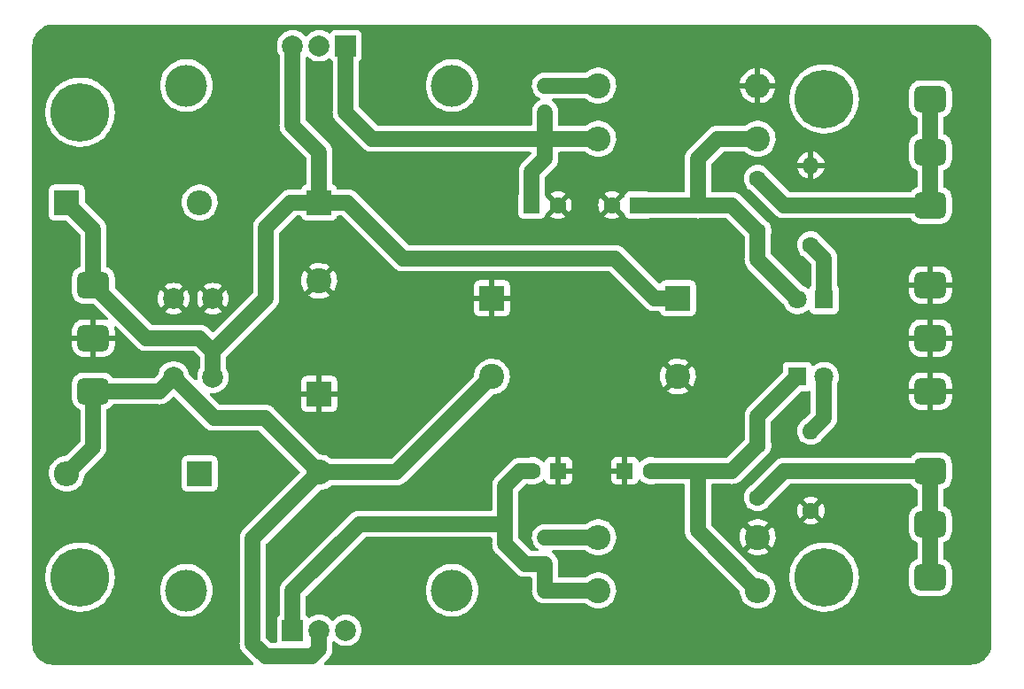
<source format=gbr>
G04 #@! TF.GenerationSoftware,KiCad,Pcbnew,(6.0.0)*
G04 #@! TF.CreationDate,2022-03-06T00:02:07+01:00*
G04 #@! TF.ProjectId,PSU - Filter,50535520-2d20-4466-996c-7465722e6b69,rev?*
G04 #@! TF.SameCoordinates,Original*
G04 #@! TF.FileFunction,Copper,L1,Top*
G04 #@! TF.FilePolarity,Positive*
%FSLAX46Y46*%
G04 Gerber Fmt 4.6, Leading zero omitted, Abs format (unit mm)*
G04 Created by KiCad (PCBNEW (6.0.0)) date 2022-03-06 00:02:07*
%MOMM*%
%LPD*%
G01*
G04 APERTURE LIST*
G04 Aperture macros list*
%AMRoundRect*
0 Rectangle with rounded corners*
0 $1 Rounding radius*
0 $2 $3 $4 $5 $6 $7 $8 $9 X,Y pos of 4 corners*
0 Add a 4 corners polygon primitive as box body*
4,1,4,$2,$3,$4,$5,$6,$7,$8,$9,$2,$3,0*
0 Add four circle primitives for the rounded corners*
1,1,$1+$1,$2,$3*
1,1,$1+$1,$4,$5*
1,1,$1+$1,$6,$7*
1,1,$1+$1,$8,$9*
0 Add four rect primitives between the rounded corners*
20,1,$1+$1,$2,$3,$4,$5,0*
20,1,$1+$1,$4,$5,$6,$7,0*
20,1,$1+$1,$6,$7,$8,$9,0*
20,1,$1+$1,$8,$9,$2,$3,0*%
G04 Aperture macros list end*
G04 #@! TA.AperFunction,ComponentPad*
%ADD10C,4.000000*%
G04 #@! TD*
G04 #@! TA.AperFunction,ComponentPad*
%ADD11C,5.600000*%
G04 #@! TD*
G04 #@! TA.AperFunction,ComponentPad*
%ADD12R,2.400000X2.400000*%
G04 #@! TD*
G04 #@! TA.AperFunction,ComponentPad*
%ADD13C,2.400000*%
G04 #@! TD*
G04 #@! TA.AperFunction,ComponentPad*
%ADD14C,2.000000*%
G04 #@! TD*
G04 #@! TA.AperFunction,ComponentPad*
%ADD15C,1.600000*%
G04 #@! TD*
G04 #@! TA.AperFunction,ComponentPad*
%ADD16RoundRect,0.635000X0.905000X-0.635000X0.905000X0.635000X-0.905000X0.635000X-0.905000X-0.635000X0*%
G04 #@! TD*
G04 #@! TA.AperFunction,ComponentPad*
%ADD17RoundRect,0.635000X-0.905000X0.635000X-0.905000X-0.635000X0.905000X-0.635000X0.905000X0.635000X0*%
G04 #@! TD*
G04 #@! TA.AperFunction,ComponentPad*
%ADD18R,1.800000X1.800000*%
G04 #@! TD*
G04 #@! TA.AperFunction,ComponentPad*
%ADD19C,1.800000*%
G04 #@! TD*
G04 #@! TA.AperFunction,ComponentPad*
%ADD20O,2.400000X2.400000*%
G04 #@! TD*
G04 #@! TA.AperFunction,ComponentPad*
%ADD21O,1.600000X1.600000*%
G04 #@! TD*
G04 #@! TA.AperFunction,ComponentPad*
%ADD22C,1.440000*%
G04 #@! TD*
G04 #@! TA.AperFunction,ComponentPad*
%ADD23R,2.000000X2.000000*%
G04 #@! TD*
G04 #@! TA.AperFunction,ComponentPad*
%ADD24R,1.600000X1.600000*%
G04 #@! TD*
G04 #@! TA.AperFunction,Conductor*
%ADD25C,1.500000*%
G04 #@! TD*
G04 APERTURE END LIST*
D10*
X78740000Y-62230000D03*
X104140000Y-62230000D03*
D11*
X68580000Y-109220000D03*
X139700000Y-109220000D03*
X68580000Y-64770000D03*
X139700000Y-63500000D03*
D12*
X125730000Y-82550000D03*
D13*
X125730000Y-90050000D03*
D12*
X91440000Y-91694000D03*
D13*
X91440000Y-99194000D03*
D12*
X91440000Y-73406000D03*
D13*
X91440000Y-80906000D03*
D12*
X107950000Y-82550000D03*
D13*
X107950000Y-90050000D03*
D14*
X81280000Y-90110000D03*
X81280000Y-82610000D03*
X77520800Y-82610000D03*
X77520800Y-90110000D03*
D15*
X133350000Y-71120000D03*
X133350000Y-76120000D03*
X133350000Y-101600000D03*
X133350000Y-96600000D03*
D16*
X149860000Y-73660000D03*
X149860000Y-68580000D03*
X149860000Y-63500000D03*
X149860000Y-91440000D03*
X149860000Y-86360000D03*
X149860000Y-81280000D03*
X149860000Y-109220000D03*
X149860000Y-104140000D03*
X149860000Y-99060000D03*
D17*
X69850000Y-81280000D03*
X69850000Y-86360000D03*
X69850000Y-91440000D03*
D18*
X137155000Y-90056666D03*
D19*
X139695000Y-90056666D03*
D13*
X133350000Y-67310000D03*
D20*
X118110000Y-67310000D03*
D13*
X118110000Y-62230000D03*
D20*
X133350000Y-62230000D03*
D13*
X133350000Y-105410000D03*
D20*
X118110000Y-105410000D03*
D13*
X118110000Y-110490000D03*
D20*
X133350000Y-110490000D03*
D15*
X138430000Y-77470000D03*
D21*
X138430000Y-69850000D03*
D15*
X138430000Y-102870000D03*
D21*
X138430000Y-95250000D03*
D22*
X113030000Y-62230000D03*
X113030000Y-64770000D03*
X113030000Y-67310000D03*
X113030000Y-110490000D03*
X113030000Y-107950000D03*
X113030000Y-105410000D03*
D23*
X93980000Y-58420000D03*
D14*
X91440000Y-58420000D03*
X88900000Y-58420000D03*
D18*
X139705000Y-82663333D03*
D19*
X137165000Y-82663333D03*
D23*
X88900000Y-114300000D03*
D14*
X91440000Y-114300000D03*
X93980000Y-114300000D03*
D10*
X104140000Y-110490000D03*
X78740000Y-110490000D03*
D24*
X111760000Y-73660000D03*
D15*
X114260000Y-73660000D03*
D24*
X121920000Y-73660000D03*
D15*
X119420000Y-73660000D03*
D24*
X120650000Y-99060000D03*
D15*
X123150000Y-99060000D03*
D24*
X114300000Y-99060000D03*
D15*
X111800000Y-99060000D03*
D12*
X80010000Y-99314000D03*
D20*
X67310000Y-99314000D03*
D12*
X67310000Y-73406000D03*
D20*
X80010000Y-73406000D03*
D25*
X111760000Y-73660000D02*
X111760000Y-70485000D01*
X113030000Y-67310000D02*
X118110000Y-67310000D01*
X93980000Y-58420000D02*
X93980000Y-64770000D01*
X96520000Y-67310000D02*
X113030000Y-67310000D01*
X111760000Y-70485000D02*
X113030000Y-69215000D01*
X113030000Y-64770000D02*
X113030000Y-67310000D01*
X93980000Y-64770000D02*
X96520000Y-67310000D01*
X113030000Y-69215000D02*
X113030000Y-67310000D01*
X133350000Y-110490000D02*
X127635000Y-104775000D01*
X123150000Y-99060000D02*
X127635000Y-99060000D01*
X127635000Y-104775000D02*
X127635000Y-99060000D01*
X133350000Y-96600000D02*
X133350000Y-93861666D01*
X133350000Y-93861666D02*
X137155000Y-90056666D01*
X130890000Y-99060000D02*
X133350000Y-96600000D01*
X127635000Y-99060000D02*
X130890000Y-99060000D01*
X121920000Y-73660000D02*
X124220000Y-73660000D01*
X124220000Y-73660000D02*
X127635000Y-73660000D01*
X129540000Y-67310000D02*
X127635000Y-69215000D01*
X133350000Y-76120000D02*
X133350000Y-78848333D01*
X127635000Y-69215000D02*
X127635000Y-73660000D01*
X130890000Y-73660000D02*
X133350000Y-76120000D01*
X133350000Y-78848333D02*
X137165000Y-82663333D01*
X127635000Y-73660000D02*
X130890000Y-73660000D01*
X133350000Y-67310000D02*
X129540000Y-67310000D01*
X135890000Y-73660000D02*
X133350000Y-71120000D01*
X149860000Y-73660000D02*
X135890000Y-73660000D01*
X149860000Y-68580000D02*
X149860000Y-73660000D01*
X149860000Y-63500000D02*
X149860000Y-68580000D01*
X149860000Y-99060000D02*
X149860000Y-104140000D01*
X149860000Y-104140000D02*
X149860000Y-109220000D01*
X133350000Y-101600000D02*
X135890000Y-99060000D01*
X135890000Y-99060000D02*
X149860000Y-99060000D01*
X113030000Y-62230000D02*
X118110000Y-62230000D01*
X113030000Y-105410000D02*
X118110000Y-105410000D01*
X88900000Y-62204600D02*
X88900000Y-66040000D01*
X88740000Y-73406000D02*
X86360000Y-75786000D01*
X86360000Y-75786000D02*
X86360000Y-82550000D01*
X69850000Y-81280000D02*
X74930000Y-86360000D01*
X86360000Y-82550000D02*
X81280000Y-87630000D01*
X81280000Y-87630000D02*
X81280000Y-90170000D01*
X94140000Y-73406000D02*
X99474000Y-78740000D01*
X74930000Y-86360000D02*
X80010000Y-86360000D01*
X91440000Y-73406000D02*
X91440000Y-68580000D01*
X88900000Y-62204600D02*
X88900000Y-58420000D01*
X88900000Y-66040000D02*
X91440000Y-68580000D01*
X91440000Y-73406000D02*
X88740000Y-73406000D01*
X123530000Y-82550000D02*
X119720000Y-78740000D01*
X69850000Y-81280000D02*
X69850000Y-75946000D01*
X99474000Y-78740000D02*
X119720000Y-78740000D01*
X91440000Y-73406000D02*
X94140000Y-73406000D01*
X125730000Y-82550000D02*
X123530000Y-82550000D01*
X80010000Y-86360000D02*
X81280000Y-87630000D01*
X69850000Y-75946000D02*
X67310000Y-73406000D01*
X76190800Y-91440000D02*
X77520800Y-90110000D01*
X98806000Y-99194000D02*
X107950000Y-90050000D01*
X69850000Y-91440000D02*
X69850000Y-96774000D01*
X91440000Y-116078000D02*
X90733010Y-116784990D01*
X91440000Y-114300000D02*
X91440000Y-116078000D01*
X85090000Y-105544000D02*
X91440000Y-99194000D01*
X81390800Y-93980000D02*
X86226000Y-93980000D01*
X91440000Y-99194000D02*
X98806000Y-99194000D01*
X69850000Y-91440000D02*
X76190800Y-91440000D01*
X77520800Y-90110000D02*
X81390800Y-93980000D01*
X86304990Y-116784990D02*
X85090000Y-115570000D01*
X86226000Y-93980000D02*
X91440000Y-99194000D01*
X90733010Y-116784990D02*
X86304990Y-116784990D01*
X69850000Y-96774000D02*
X67310000Y-99314000D01*
X85090000Y-115570000D02*
X85090000Y-105544000D01*
X118110000Y-110490000D02*
X113030000Y-110490000D01*
X88900000Y-110530000D02*
X95290000Y-104140000D01*
X109220000Y-106045000D02*
X111125000Y-107950000D01*
X113030000Y-107950000D02*
X111125000Y-107950000D01*
X109220000Y-104140000D02*
X109220000Y-106045000D01*
X95290000Y-104140000D02*
X109220000Y-104140000D01*
X110668630Y-99060000D02*
X109220000Y-100508630D01*
X109220000Y-100508630D02*
X109220000Y-104140000D01*
X111800000Y-99060000D02*
X110668630Y-99060000D01*
X113030000Y-110490000D02*
X113030000Y-107950000D01*
X88900000Y-114300000D02*
X88900000Y-110530000D01*
X139705000Y-78745000D02*
X139705000Y-82663333D01*
X138430000Y-77470000D02*
X139705000Y-78745000D01*
X139695000Y-93985000D02*
X138430000Y-95250000D01*
X139695000Y-90056666D02*
X139695000Y-93985000D01*
G04 #@! TA.AperFunction,Conductor*
G36*
X153640057Y-56389500D02*
G01*
X153654858Y-56391805D01*
X153654861Y-56391805D01*
X153663730Y-56393186D01*
X153679999Y-56391059D01*
X153704567Y-56390266D01*
X153926985Y-56404844D01*
X153943326Y-56406995D01*
X154187824Y-56455629D01*
X154203743Y-56459895D01*
X154439790Y-56540022D01*
X154455017Y-56546329D01*
X154678592Y-56656584D01*
X154692865Y-56664825D01*
X154900133Y-56803316D01*
X154913206Y-56813346D01*
X155025550Y-56911869D01*
X155100632Y-56977714D01*
X155112286Y-56989368D01*
X155273219Y-57172876D01*
X155276651Y-57176790D01*
X155286684Y-57189867D01*
X155425175Y-57397135D01*
X155433416Y-57411408D01*
X155543671Y-57634983D01*
X155549978Y-57650210D01*
X155630105Y-57886257D01*
X155634371Y-57902176D01*
X155683005Y-58146673D01*
X155685156Y-58163014D01*
X155699264Y-58378268D01*
X155698239Y-58401304D01*
X155698196Y-58404854D01*
X155696814Y-58413730D01*
X155698279Y-58424930D01*
X155700936Y-58445251D01*
X155702000Y-58461589D01*
X155702000Y-115520672D01*
X155700500Y-115540056D01*
X155696814Y-115563730D01*
X155698941Y-115579999D01*
X155699734Y-115604567D01*
X155685156Y-115826985D01*
X155683005Y-115843326D01*
X155634371Y-116087824D01*
X155630105Y-116103743D01*
X155549978Y-116339790D01*
X155543671Y-116355017D01*
X155433416Y-116578592D01*
X155425175Y-116592865D01*
X155286684Y-116800133D01*
X155276654Y-116813206D01*
X155197360Y-116903624D01*
X155112286Y-117000632D01*
X155100632Y-117012286D01*
X154913210Y-117176651D01*
X154900133Y-117186684D01*
X154692865Y-117325175D01*
X154678592Y-117333416D01*
X154455017Y-117443671D01*
X154439790Y-117449978D01*
X154203743Y-117530105D01*
X154187824Y-117534371D01*
X153943327Y-117583005D01*
X153926986Y-117585156D01*
X153711732Y-117599264D01*
X153688696Y-117598239D01*
X153685146Y-117598196D01*
X153676270Y-117596814D01*
X153647762Y-117600542D01*
X153644749Y-117600936D01*
X153628411Y-117602000D01*
X91999977Y-117602000D01*
X91931856Y-117581998D01*
X91885363Y-117528342D01*
X91875259Y-117458068D01*
X91904753Y-117393488D01*
X91910882Y-117386905D01*
X92265259Y-117032528D01*
X92277651Y-117021660D01*
X92290843Y-117011538D01*
X92290851Y-117011531D01*
X92295292Y-117008123D01*
X92350168Y-116947815D01*
X92354267Y-116943520D01*
X92370198Y-116927589D01*
X92386934Y-116907573D01*
X92390379Y-116903624D01*
X92442703Y-116846121D01*
X92442706Y-116846117D01*
X92446485Y-116841964D01*
X92456013Y-116826775D01*
X92466091Y-116812903D01*
X92473992Y-116803455D01*
X92473997Y-116803448D01*
X92477594Y-116799146D01*
X92518887Y-116726752D01*
X92521592Y-116722232D01*
X92562886Y-116656404D01*
X92562888Y-116656401D01*
X92565864Y-116651656D01*
X92572552Y-116635021D01*
X92580012Y-116619589D01*
X92586120Y-116608881D01*
X92586124Y-116608872D01*
X92588899Y-116604007D01*
X92590768Y-116598730D01*
X92590770Y-116598725D01*
X92616715Y-116525458D01*
X92618580Y-116520522D01*
X92647566Y-116448416D01*
X92649656Y-116443217D01*
X92653294Y-116425650D01*
X92657899Y-116409156D01*
X92663889Y-116392241D01*
X92666606Y-116375650D01*
X92677355Y-116310009D01*
X92678317Y-116304819D01*
X92694277Y-116227754D01*
X92694278Y-116227750D01*
X92695213Y-116223233D01*
X92695528Y-116217772D01*
X92696815Y-116195452D01*
X92698262Y-116182347D01*
X92699286Y-116176090D01*
X92699286Y-116176083D01*
X92700194Y-116170542D01*
X92698516Y-116063736D01*
X92698500Y-116061757D01*
X92698500Y-115462080D01*
X92718502Y-115393959D01*
X92772158Y-115347466D01*
X92842432Y-115337362D01*
X92907012Y-115366856D01*
X92908771Y-115368494D01*
X92910031Y-115369969D01*
X93090584Y-115524176D01*
X93094792Y-115526755D01*
X93094798Y-115526759D01*
X93253799Y-115624195D01*
X93293037Y-115648240D01*
X93297607Y-115650133D01*
X93297611Y-115650135D01*
X93317203Y-115658250D01*
X93512406Y-115739105D01*
X93592609Y-115758360D01*
X93738476Y-115793380D01*
X93738482Y-115793381D01*
X93743289Y-115794535D01*
X93980000Y-115813165D01*
X94216711Y-115794535D01*
X94221518Y-115793381D01*
X94221524Y-115793380D01*
X94367391Y-115758360D01*
X94447594Y-115739105D01*
X94642797Y-115658250D01*
X94662389Y-115650135D01*
X94662393Y-115650133D01*
X94666963Y-115648240D01*
X94706201Y-115624195D01*
X94865202Y-115526759D01*
X94865208Y-115526755D01*
X94869416Y-115524176D01*
X95049969Y-115369969D01*
X95204176Y-115189416D01*
X95206755Y-115185208D01*
X95206759Y-115185202D01*
X95325654Y-114991183D01*
X95328240Y-114986963D01*
X95419105Y-114767594D01*
X95474535Y-114536711D01*
X95493165Y-114300000D01*
X95474535Y-114063289D01*
X95419105Y-113832406D01*
X95328240Y-113613037D01*
X95325654Y-113608817D01*
X95206759Y-113414798D01*
X95206755Y-113414792D01*
X95204176Y-113410584D01*
X95049969Y-113230031D01*
X94869416Y-113075824D01*
X94865208Y-113073245D01*
X94865202Y-113073241D01*
X94671183Y-112954346D01*
X94666963Y-112951760D01*
X94662393Y-112949867D01*
X94662389Y-112949865D01*
X94452167Y-112862789D01*
X94452165Y-112862788D01*
X94447594Y-112860895D01*
X94357082Y-112839165D01*
X94221524Y-112806620D01*
X94221518Y-112806619D01*
X94216711Y-112805465D01*
X93980000Y-112786835D01*
X93743289Y-112805465D01*
X93738482Y-112806619D01*
X93738476Y-112806620D01*
X93602918Y-112839165D01*
X93512406Y-112860895D01*
X93507835Y-112862788D01*
X93507833Y-112862789D01*
X93297611Y-112949865D01*
X93297607Y-112949867D01*
X93293037Y-112951760D01*
X93288817Y-112954346D01*
X93094798Y-113073241D01*
X93094792Y-113073245D01*
X93090584Y-113075824D01*
X92910031Y-113230031D01*
X92906823Y-113233787D01*
X92906818Y-113233792D01*
X92805811Y-113352056D01*
X92746361Y-113390866D01*
X92675366Y-113391372D01*
X92614189Y-113352056D01*
X92513182Y-113233792D01*
X92513177Y-113233787D01*
X92509969Y-113230031D01*
X92329416Y-113075824D01*
X92325208Y-113073245D01*
X92325202Y-113073241D01*
X92131183Y-112954346D01*
X92126963Y-112951760D01*
X92122393Y-112949867D01*
X92122389Y-112949865D01*
X91912167Y-112862789D01*
X91912165Y-112862788D01*
X91907594Y-112860895D01*
X91817082Y-112839165D01*
X91681524Y-112806620D01*
X91681518Y-112806619D01*
X91676711Y-112805465D01*
X91440000Y-112786835D01*
X91203289Y-112805465D01*
X91198482Y-112806619D01*
X91198476Y-112806620D01*
X91062918Y-112839165D01*
X90972406Y-112860895D01*
X90967835Y-112862788D01*
X90967833Y-112862789D01*
X90757611Y-112949865D01*
X90757607Y-112949867D01*
X90753037Y-112951760D01*
X90748817Y-112954346D01*
X90554798Y-113073241D01*
X90554792Y-113073245D01*
X90550584Y-113075824D01*
X90546822Y-113079037D01*
X90546818Y-113079040D01*
X90539639Y-113085171D01*
X90474849Y-113114202D01*
X90404649Y-113103597D01*
X90352181Y-113057473D01*
X90350615Y-113053295D01*
X90263261Y-112936739D01*
X90208935Y-112896024D01*
X90166420Y-112839165D01*
X90158500Y-112795198D01*
X90158500Y-111103477D01*
X90178502Y-111035356D01*
X90195405Y-111014382D01*
X90719787Y-110490000D01*
X101626540Y-110490000D01*
X101646359Y-110805020D01*
X101705505Y-111115072D01*
X101706732Y-111118848D01*
X101777562Y-111336839D01*
X101803044Y-111415266D01*
X101804731Y-111418852D01*
X101804733Y-111418856D01*
X101935750Y-111697283D01*
X101935754Y-111697290D01*
X101937438Y-111700869D01*
X102106568Y-111967375D01*
X102109093Y-111970427D01*
X102300451Y-112201738D01*
X102307767Y-112210582D01*
X102537860Y-112426654D01*
X102793221Y-112612184D01*
X103069821Y-112764247D01*
X103073490Y-112765700D01*
X103073495Y-112765702D01*
X103307182Y-112858225D01*
X103363298Y-112880443D01*
X103669025Y-112958940D01*
X103982179Y-112998500D01*
X104297821Y-112998500D01*
X104610975Y-112958940D01*
X104916702Y-112880443D01*
X104972818Y-112858225D01*
X105206505Y-112765702D01*
X105206510Y-112765700D01*
X105210179Y-112764247D01*
X105486779Y-112612184D01*
X105742140Y-112426654D01*
X105972233Y-112210582D01*
X105979550Y-112201738D01*
X106170907Y-111970427D01*
X106173432Y-111967375D01*
X106342562Y-111700869D01*
X106344246Y-111697290D01*
X106344250Y-111697283D01*
X106475267Y-111418856D01*
X106475269Y-111418852D01*
X106476956Y-111415266D01*
X106502439Y-111336839D01*
X106573268Y-111118848D01*
X106574495Y-111115072D01*
X106633641Y-110805020D01*
X106653460Y-110490000D01*
X106633641Y-110174980D01*
X106574495Y-109864928D01*
X106476956Y-109564734D01*
X106475267Y-109561144D01*
X106344250Y-109282717D01*
X106344246Y-109282710D01*
X106342562Y-109279131D01*
X106173432Y-109012625D01*
X106065366Y-108881996D01*
X105974758Y-108772470D01*
X105974757Y-108772469D01*
X105972233Y-108769418D01*
X105742140Y-108553346D01*
X105486779Y-108367816D01*
X105210179Y-108215753D01*
X105206510Y-108214300D01*
X105206505Y-108214298D01*
X104920372Y-108101010D01*
X104920371Y-108101010D01*
X104916702Y-108099557D01*
X104610975Y-108021060D01*
X104297821Y-107981500D01*
X103982179Y-107981500D01*
X103669025Y-108021060D01*
X103363298Y-108099557D01*
X103359629Y-108101010D01*
X103359628Y-108101010D01*
X103073495Y-108214298D01*
X103073490Y-108214300D01*
X103069821Y-108215753D01*
X102793221Y-108367816D01*
X102537860Y-108553346D01*
X102307767Y-108769418D01*
X102305243Y-108772469D01*
X102305242Y-108772470D01*
X102214634Y-108881996D01*
X102106568Y-109012625D01*
X101937438Y-109279131D01*
X101935754Y-109282710D01*
X101935750Y-109282717D01*
X101804733Y-109561144D01*
X101803044Y-109564734D01*
X101705505Y-109864928D01*
X101646359Y-110174980D01*
X101626540Y-110490000D01*
X90719787Y-110490000D01*
X95774383Y-105435405D01*
X95836695Y-105401379D01*
X95863478Y-105398500D01*
X107835500Y-105398500D01*
X107903621Y-105418502D01*
X107950114Y-105472158D01*
X107961500Y-105524500D01*
X107961500Y-105953604D01*
X107960422Y-105970051D01*
X107957521Y-105992086D01*
X107957786Y-105997698D01*
X107961360Y-106073488D01*
X107961500Y-106079424D01*
X107961500Y-106101999D01*
X107962881Y-106117477D01*
X107963819Y-106127988D01*
X107964178Y-106133248D01*
X107968104Y-106216488D01*
X107969354Y-106221947D01*
X107969355Y-106221952D01*
X107972108Y-106233970D01*
X107974789Y-106250899D01*
X107976383Y-106268762D01*
X107977865Y-106274178D01*
X107977865Y-106274180D01*
X107998370Y-106349133D01*
X107999656Y-106354251D01*
X108013046Y-106412712D01*
X108018258Y-106435470D01*
X108022151Y-106444597D01*
X108025294Y-106451967D01*
X108030927Y-106468142D01*
X108034058Y-106479585D01*
X108035663Y-106485451D01*
X108038079Y-106490516D01*
X108071539Y-106560667D01*
X108073710Y-106565476D01*
X108106397Y-106642109D01*
X108116251Y-106657110D01*
X108124654Y-106672025D01*
X108132378Y-106688218D01*
X108135648Y-106692769D01*
X108135650Y-106692772D01*
X108180999Y-106755881D01*
X108183989Y-106760232D01*
X108227196Y-106826010D01*
X108227202Y-106826018D01*
X108229735Y-106829874D01*
X108248257Y-106850662D01*
X108256490Y-106860939D01*
X108263471Y-106870654D01*
X108329915Y-106935043D01*
X108340255Y-106945063D01*
X108341665Y-106946452D01*
X110170472Y-108775259D01*
X110181340Y-108787651D01*
X110191462Y-108800843D01*
X110191469Y-108800851D01*
X110194877Y-108805292D01*
X110241041Y-108847298D01*
X110255185Y-108860168D01*
X110259480Y-108864267D01*
X110275411Y-108880198D01*
X110295427Y-108896934D01*
X110299376Y-108900379D01*
X110356879Y-108952703D01*
X110356883Y-108952706D01*
X110361036Y-108956485D01*
X110365791Y-108959468D01*
X110365794Y-108959470D01*
X110376224Y-108966012D01*
X110390097Y-108976091D01*
X110399545Y-108983992D01*
X110399552Y-108983997D01*
X110403854Y-108987594D01*
X110454422Y-109016437D01*
X110476240Y-109028882D01*
X110480768Y-109031592D01*
X110546596Y-109072886D01*
X110546599Y-109072888D01*
X110551344Y-109075864D01*
X110556549Y-109077957D01*
X110556552Y-109077958D01*
X110567979Y-109082552D01*
X110583411Y-109090012D01*
X110594119Y-109096120D01*
X110594128Y-109096124D01*
X110598993Y-109098899D01*
X110604270Y-109100768D01*
X110604275Y-109100770D01*
X110677542Y-109126715D01*
X110682478Y-109128580D01*
X110738986Y-109151296D01*
X110759783Y-109159656D01*
X110765270Y-109160792D01*
X110765272Y-109160793D01*
X110777349Y-109163294D01*
X110793844Y-109167899D01*
X110810759Y-109173889D01*
X110816296Y-109174796D01*
X110816297Y-109174796D01*
X110892991Y-109187355D01*
X110898181Y-109188317D01*
X110975246Y-109204277D01*
X110975250Y-109204278D01*
X110979767Y-109205213D01*
X110984376Y-109205479D01*
X110984378Y-109205479D01*
X111007548Y-109206815D01*
X111020653Y-109208262D01*
X111026910Y-109209286D01*
X111026917Y-109209286D01*
X111032458Y-109210194D01*
X111038070Y-109210106D01*
X111038072Y-109210106D01*
X111139264Y-109208516D01*
X111141243Y-109208500D01*
X111645500Y-109208500D01*
X111713621Y-109228502D01*
X111760114Y-109282158D01*
X111771500Y-109334500D01*
X111771500Y-110448654D01*
X111771291Y-110455907D01*
X111769554Y-110486042D01*
X111767037Y-110529690D01*
X111777920Y-110619628D01*
X111778330Y-110623531D01*
X111786383Y-110713762D01*
X111787864Y-110719175D01*
X111789192Y-110724030D01*
X111792744Y-110742137D01*
X111793350Y-110747141D01*
X111793351Y-110747146D01*
X111794025Y-110752715D01*
X111820675Y-110839342D01*
X111821764Y-110843092D01*
X111825696Y-110857463D01*
X111842646Y-110919421D01*
X111845663Y-110930451D01*
X111848079Y-110935517D01*
X111848080Y-110935519D01*
X111850249Y-110940067D01*
X111856948Y-110957249D01*
X111860082Y-110967435D01*
X111901656Y-111047984D01*
X111903364Y-111051425D01*
X111942378Y-111133218D01*
X111945650Y-111137772D01*
X111945652Y-111137775D01*
X111948591Y-111141865D01*
X111958228Y-111157591D01*
X111963118Y-111167064D01*
X111966534Y-111171516D01*
X111966536Y-111171519D01*
X112018268Y-111238938D01*
X112020629Y-111242116D01*
X112070195Y-111311096D01*
X112070199Y-111311101D01*
X112073471Y-111315654D01*
X112077505Y-111319563D01*
X112081117Y-111323064D01*
X112093390Y-111336839D01*
X112096458Y-111340837D01*
X112096462Y-111340841D01*
X112099877Y-111345292D01*
X112104023Y-111349065D01*
X112104028Y-111349070D01*
X112166871Y-111406252D01*
X112169752Y-111408957D01*
X112234799Y-111471992D01*
X112243639Y-111477932D01*
X112258161Y-111489319D01*
X112266036Y-111496485D01*
X112342732Y-111544596D01*
X112346050Y-111546751D01*
X112416604Y-111594160D01*
X112421262Y-111597290D01*
X112431014Y-111601570D01*
X112447336Y-111610213D01*
X112451593Y-111612884D01*
X112451597Y-111612886D01*
X112456344Y-111615864D01*
X112461544Y-111617954D01*
X112461555Y-111617960D01*
X112540380Y-111649647D01*
X112544030Y-111651181D01*
X112621831Y-111685334D01*
X112621837Y-111685336D01*
X112626967Y-111687588D01*
X112632415Y-111688896D01*
X112632418Y-111688897D01*
X112635717Y-111689689D01*
X112637328Y-111690075D01*
X112654902Y-111695684D01*
X112664783Y-111699656D01*
X112724417Y-111712006D01*
X112753451Y-111718019D01*
X112757313Y-111718882D01*
X112839962Y-111738724D01*
X112839964Y-111738724D01*
X112845411Y-111740032D01*
X112851004Y-111740355D01*
X112851007Y-111740355D01*
X112854779Y-111740572D01*
X112856042Y-111740645D01*
X112874340Y-111743054D01*
X112880239Y-111744276D01*
X112880247Y-111744277D01*
X112884767Y-111745213D01*
X112918543Y-111747160D01*
X112939952Y-111748395D01*
X112939956Y-111748395D01*
X112941775Y-111748500D01*
X112988654Y-111748500D01*
X112995907Y-111748709D01*
X113069690Y-111752963D01*
X113075257Y-111752289D01*
X113075268Y-111752289D01*
X113099035Y-111749413D01*
X113114172Y-111748500D01*
X116900753Y-111748500D01*
X116968874Y-111768502D01*
X116989459Y-111785017D01*
X116997307Y-111792797D01*
X117001069Y-111795555D01*
X117001072Y-111795558D01*
X117106764Y-111873054D01*
X117202094Y-111942953D01*
X117206229Y-111945129D01*
X117206233Y-111945131D01*
X117242143Y-111964024D01*
X117426827Y-112061191D01*
X117561160Y-112108102D01*
X117656858Y-112141521D01*
X117666568Y-112144912D01*
X117916050Y-112192278D01*
X118036532Y-112197011D01*
X118165125Y-112202064D01*
X118165130Y-112202064D01*
X118169793Y-112202247D01*
X118268774Y-112191407D01*
X118417569Y-112175112D01*
X118417575Y-112175111D01*
X118422222Y-112174602D01*
X118491696Y-112156311D01*
X118663273Y-112111138D01*
X118667793Y-112109948D01*
X118786353Y-112059011D01*
X118896807Y-112011557D01*
X118896810Y-112011555D01*
X118901110Y-112009708D01*
X118905090Y-112007245D01*
X118905094Y-112007243D01*
X119113064Y-111878547D01*
X119113066Y-111878545D01*
X119117047Y-111876082D01*
X119215428Y-111792797D01*
X119307289Y-111715031D01*
X119307291Y-111715029D01*
X119310862Y-111712006D01*
X119478295Y-111521084D01*
X119481796Y-111515642D01*
X119596805Y-111336839D01*
X119615669Y-111307512D01*
X119719967Y-111075980D01*
X119788896Y-110831575D01*
X119815613Y-110621567D01*
X119820545Y-110582798D01*
X119820545Y-110582792D01*
X119820943Y-110579667D01*
X119821387Y-110562732D01*
X119822288Y-110528308D01*
X119823291Y-110490000D01*
X119822997Y-110486042D01*
X119804818Y-110241411D01*
X119804817Y-110241407D01*
X119804472Y-110236759D01*
X119802597Y-110228469D01*
X119749459Y-109993639D01*
X119748428Y-109989082D01*
X119723739Y-109925594D01*
X119658084Y-109756762D01*
X119658083Y-109756760D01*
X119656391Y-109752409D01*
X119628951Y-109704398D01*
X119532702Y-109535997D01*
X119532700Y-109535995D01*
X119530383Y-109531940D01*
X119373171Y-109332517D01*
X119253561Y-109220000D01*
X119191610Y-109161722D01*
X119191608Y-109161720D01*
X119188209Y-109158523D01*
X119072075Y-109077958D01*
X118983393Y-109016437D01*
X118983390Y-109016435D01*
X118979561Y-109013779D01*
X118975384Y-109011719D01*
X118975377Y-109011715D01*
X118755996Y-108903528D01*
X118755992Y-108903527D01*
X118751810Y-108901464D01*
X118509960Y-108824047D01*
X118505355Y-108823297D01*
X118263935Y-108783980D01*
X118263934Y-108783980D01*
X118259323Y-108783229D01*
X118132364Y-108781567D01*
X118010083Y-108779966D01*
X118010080Y-108779966D01*
X118005406Y-108779905D01*
X117753787Y-108814149D01*
X117509993Y-108885208D01*
X117505740Y-108887168D01*
X117505739Y-108887169D01*
X117474731Y-108901464D01*
X117279380Y-108991522D01*
X117275471Y-108994085D01*
X117070928Y-109128189D01*
X117070923Y-109128193D01*
X117067015Y-109130755D01*
X117002523Y-109188317D01*
X116989990Y-109199503D01*
X116925850Y-109229941D01*
X116906089Y-109231500D01*
X114414500Y-109231500D01*
X114346379Y-109211498D01*
X114299886Y-109157842D01*
X114288500Y-109105500D01*
X114288500Y-107991346D01*
X114288709Y-107984093D01*
X114292640Y-107915917D01*
X114292640Y-107915914D01*
X114292963Y-107910310D01*
X114282080Y-107820372D01*
X114281670Y-107816469D01*
X114274116Y-107731830D01*
X114273617Y-107726238D01*
X114270808Y-107715970D01*
X114267256Y-107697863D01*
X114266650Y-107692859D01*
X114266649Y-107692854D01*
X114265975Y-107687285D01*
X114239325Y-107600658D01*
X114238231Y-107596891D01*
X114234573Y-107583517D01*
X114214337Y-107509549D01*
X114211920Y-107504481D01*
X114209751Y-107499933D01*
X114203052Y-107482751D01*
X114201568Y-107477929D01*
X114199918Y-107472565D01*
X114158344Y-107392016D01*
X114156636Y-107388575D01*
X114117622Y-107306782D01*
X114111409Y-107298135D01*
X114101772Y-107282409D01*
X114096882Y-107272936D01*
X114093464Y-107268481D01*
X114041732Y-107201062D01*
X114039371Y-107197884D01*
X113989805Y-107128904D01*
X113989801Y-107128899D01*
X113986529Y-107124346D01*
X113981367Y-107119343D01*
X113978883Y-107116936D01*
X113966610Y-107103161D01*
X113963542Y-107099163D01*
X113963538Y-107099159D01*
X113960123Y-107094708D01*
X113955977Y-107090935D01*
X113955972Y-107090930D01*
X113893129Y-107033748D01*
X113890244Y-107031039D01*
X113829231Y-106971913D01*
X113829229Y-106971911D01*
X113825201Y-106968008D01*
X113816361Y-106962068D01*
X113801839Y-106950681D01*
X113798115Y-106947292D01*
X113798113Y-106947290D01*
X113793964Y-106943515D01*
X113784591Y-106937635D01*
X113726567Y-106901237D01*
X113679489Y-106848094D01*
X113668617Y-106777935D01*
X113697401Y-106713035D01*
X113756703Y-106674000D01*
X113793523Y-106668500D01*
X116900753Y-106668500D01*
X116968874Y-106688502D01*
X116989459Y-106705017D01*
X116997307Y-106712797D01*
X117001069Y-106715555D01*
X117001072Y-106715558D01*
X117062000Y-106760232D01*
X117202094Y-106862953D01*
X117206229Y-106865129D01*
X117206233Y-106865131D01*
X117323447Y-106926800D01*
X117426827Y-106981191D01*
X117559803Y-107027628D01*
X117660764Y-107062885D01*
X117666568Y-107064912D01*
X117916050Y-107112278D01*
X118034611Y-107116936D01*
X118165125Y-107122064D01*
X118165130Y-107122064D01*
X118169793Y-107122247D01*
X118260821Y-107112278D01*
X118417569Y-107095112D01*
X118417575Y-107095111D01*
X118422222Y-107094602D01*
X118531680Y-107065784D01*
X118663273Y-107031138D01*
X118667793Y-107029948D01*
X118825780Y-106962072D01*
X118896807Y-106931557D01*
X118896810Y-106931555D01*
X118901110Y-106929708D01*
X118905090Y-106927245D01*
X118905094Y-106927243D01*
X119113064Y-106798547D01*
X119113066Y-106798545D01*
X119117047Y-106796082D01*
X119162001Y-106758026D01*
X119307289Y-106635031D01*
X119307291Y-106635029D01*
X119310862Y-106632006D01*
X119478295Y-106441084D01*
X119485425Y-106430000D01*
X119613141Y-106231442D01*
X119615669Y-106227512D01*
X119719967Y-105995980D01*
X119721288Y-105991298D01*
X119743708Y-105911801D01*
X119788896Y-105751575D01*
X119813359Y-105559282D01*
X119820545Y-105502798D01*
X119820545Y-105502792D01*
X119820943Y-105499667D01*
X119821027Y-105496483D01*
X119822351Y-105445910D01*
X119823291Y-105410000D01*
X119816201Y-105314595D01*
X119804818Y-105161411D01*
X119804817Y-105161407D01*
X119804472Y-105156759D01*
X119802597Y-105148469D01*
X119749459Y-104913639D01*
X119748428Y-104909082D01*
X119709673Y-104809424D01*
X119658084Y-104676762D01*
X119658083Y-104676760D01*
X119656391Y-104672409D01*
X119623464Y-104614799D01*
X119532702Y-104455997D01*
X119532700Y-104455995D01*
X119530383Y-104451940D01*
X119373171Y-104252517D01*
X119278572Y-104163528D01*
X119191610Y-104081722D01*
X119191608Y-104081720D01*
X119188209Y-104078523D01*
X119139443Y-104044693D01*
X118983393Y-103936437D01*
X118983390Y-103936435D01*
X118979561Y-103933779D01*
X118975384Y-103931719D01*
X118975377Y-103931715D01*
X118755996Y-103823528D01*
X118755992Y-103823527D01*
X118751810Y-103821464D01*
X118509960Y-103744047D01*
X118505355Y-103743297D01*
X118263935Y-103703980D01*
X118263934Y-103703980D01*
X118259323Y-103703229D01*
X118132365Y-103701567D01*
X118010083Y-103699966D01*
X118010080Y-103699966D01*
X118005406Y-103699905D01*
X117753787Y-103734149D01*
X117749301Y-103735457D01*
X117749299Y-103735457D01*
X117722401Y-103743297D01*
X117509993Y-103805208D01*
X117505740Y-103807168D01*
X117505739Y-103807169D01*
X117477818Y-103820041D01*
X117279380Y-103911522D01*
X117275471Y-103914085D01*
X117070928Y-104048189D01*
X117070923Y-104048193D01*
X117067015Y-104050755D01*
X117005975Y-104105236D01*
X116989990Y-104119503D01*
X116925850Y-104149941D01*
X116906089Y-104151500D01*
X112973001Y-104151500D01*
X112970214Y-104151749D01*
X112970208Y-104151749D01*
X112900071Y-104158009D01*
X112806238Y-104166383D01*
X112800824Y-104167864D01*
X112800819Y-104167865D01*
X112677793Y-104201522D01*
X112589549Y-104225663D01*
X112584491Y-104228075D01*
X112584487Y-104228077D01*
X112539957Y-104249317D01*
X112386782Y-104322378D01*
X112204346Y-104453471D01*
X112200439Y-104457503D01*
X112072549Y-104589475D01*
X112048008Y-104614799D01*
X111922710Y-104801262D01*
X111832412Y-105006967D01*
X111831103Y-105012418D01*
X111831102Y-105012422D01*
X111782982Y-105212857D01*
X111779968Y-105225411D01*
X111779645Y-105231016D01*
X111767616Y-105439653D01*
X111767037Y-105449690D01*
X111794025Y-105672715D01*
X111860082Y-105887435D01*
X111862652Y-105892415D01*
X111862654Y-105892419D01*
X111933556Y-106029789D01*
X111963118Y-106087064D01*
X112099877Y-106265292D01*
X112266036Y-106416485D01*
X112270783Y-106419463D01*
X112270786Y-106419465D01*
X112333432Y-106458762D01*
X112380509Y-106511906D01*
X112391382Y-106582065D01*
X112362598Y-106646965D01*
X112303296Y-106686000D01*
X112266476Y-106691500D01*
X111698477Y-106691500D01*
X111630356Y-106671498D01*
X111609382Y-106654595D01*
X110515405Y-105560617D01*
X110481379Y-105498305D01*
X110478500Y-105471522D01*
X110478500Y-104181346D01*
X110478709Y-104174093D01*
X110482640Y-104105912D01*
X110482963Y-104100310D01*
X110482289Y-104094743D01*
X110482289Y-104094732D01*
X110479413Y-104070965D01*
X110478500Y-104055828D01*
X110478500Y-101082108D01*
X110498502Y-101013987D01*
X110515405Y-100993012D01*
X111153014Y-100355404D01*
X111215326Y-100321379D01*
X111242109Y-100318500D01*
X111424543Y-100318500D01*
X111457152Y-100322793D01*
X111571913Y-100353543D01*
X111800000Y-100373498D01*
X112028087Y-100353543D01*
X112033400Y-100352119D01*
X112033402Y-100352119D01*
X112243933Y-100295707D01*
X112243935Y-100295706D01*
X112249243Y-100294284D01*
X112259839Y-100289343D01*
X112451762Y-100199849D01*
X112451767Y-100199846D01*
X112456749Y-100197523D01*
X112598805Y-100098054D01*
X112639789Y-100069357D01*
X112639792Y-100069355D01*
X112644300Y-100066198D01*
X112790420Y-99920078D01*
X112852732Y-99886052D01*
X112923547Y-99891117D01*
X112980383Y-99933664D01*
X112997683Y-99970606D01*
X112998748Y-99970207D01*
X113046676Y-100098054D01*
X113055214Y-100113649D01*
X113131715Y-100215724D01*
X113144276Y-100228285D01*
X113246351Y-100304786D01*
X113261946Y-100313324D01*
X113382394Y-100358478D01*
X113397649Y-100362105D01*
X113448514Y-100367631D01*
X113455328Y-100368000D01*
X114027885Y-100368000D01*
X114043124Y-100363525D01*
X114044329Y-100362135D01*
X114046000Y-100354452D01*
X114046000Y-100349884D01*
X114554000Y-100349884D01*
X114558475Y-100365123D01*
X114559865Y-100366328D01*
X114567548Y-100367999D01*
X115144669Y-100367999D01*
X115151490Y-100367629D01*
X115202352Y-100362105D01*
X115217604Y-100358479D01*
X115338054Y-100313324D01*
X115353649Y-100304786D01*
X115455724Y-100228285D01*
X115468285Y-100215724D01*
X115544786Y-100113649D01*
X115553324Y-100098054D01*
X115598478Y-99977606D01*
X115602105Y-99962351D01*
X115607631Y-99911486D01*
X115608000Y-99904672D01*
X115608000Y-99904669D01*
X119342001Y-99904669D01*
X119342371Y-99911490D01*
X119347895Y-99962352D01*
X119351521Y-99977604D01*
X119396676Y-100098054D01*
X119405214Y-100113649D01*
X119481715Y-100215724D01*
X119494276Y-100228285D01*
X119596351Y-100304786D01*
X119611946Y-100313324D01*
X119732394Y-100358478D01*
X119747649Y-100362105D01*
X119798514Y-100367631D01*
X119805328Y-100368000D01*
X120377885Y-100368000D01*
X120393124Y-100363525D01*
X120394329Y-100362135D01*
X120396000Y-100354452D01*
X120396000Y-100349884D01*
X120904000Y-100349884D01*
X120908475Y-100365123D01*
X120909865Y-100366328D01*
X120917548Y-100367999D01*
X121494669Y-100367999D01*
X121501490Y-100367629D01*
X121552352Y-100362105D01*
X121567604Y-100358479D01*
X121688054Y-100313324D01*
X121703649Y-100304786D01*
X121805724Y-100228285D01*
X121818285Y-100215724D01*
X121894786Y-100113649D01*
X121903324Y-100098054D01*
X121951252Y-99970207D01*
X121953112Y-99970904D01*
X121983131Y-99918372D01*
X122046090Y-99885558D01*
X122116794Y-99891992D01*
X122159581Y-99920079D01*
X122305700Y-100066198D01*
X122310208Y-100069355D01*
X122310211Y-100069357D01*
X122351195Y-100098054D01*
X122493251Y-100197523D01*
X122498233Y-100199846D01*
X122498238Y-100199849D01*
X122690161Y-100289343D01*
X122700757Y-100294284D01*
X122706065Y-100295706D01*
X122706067Y-100295707D01*
X122916598Y-100352119D01*
X122916600Y-100352119D01*
X122921913Y-100353543D01*
X123150000Y-100373498D01*
X123378087Y-100353543D01*
X123492848Y-100322793D01*
X123525457Y-100318500D01*
X126250500Y-100318500D01*
X126318621Y-100338502D01*
X126365114Y-100392158D01*
X126376500Y-100444500D01*
X126376500Y-104683604D01*
X126375422Y-104700051D01*
X126373263Y-104716452D01*
X126372521Y-104722086D01*
X126372786Y-104727698D01*
X126376360Y-104803488D01*
X126376500Y-104809424D01*
X126376500Y-104831999D01*
X126377713Y-104845594D01*
X126378819Y-104857988D01*
X126379178Y-104863248D01*
X126383104Y-104946488D01*
X126384354Y-104951947D01*
X126384355Y-104951952D01*
X126387108Y-104963970D01*
X126389789Y-104980899D01*
X126391383Y-104998762D01*
X126392865Y-105004178D01*
X126392865Y-105004180D01*
X126413370Y-105079133D01*
X126414656Y-105084251D01*
X126428156Y-105143192D01*
X126433258Y-105165470D01*
X126435460Y-105170632D01*
X126440294Y-105181967D01*
X126445927Y-105198142D01*
X126449182Y-105210039D01*
X126450663Y-105215451D01*
X126453079Y-105220516D01*
X126486539Y-105290667D01*
X126488710Y-105295476D01*
X126503427Y-105329980D01*
X126521397Y-105372109D01*
X126531251Y-105387110D01*
X126539654Y-105402025D01*
X126547378Y-105418218D01*
X126550648Y-105422769D01*
X126550650Y-105422772D01*
X126595999Y-105485881D01*
X126598989Y-105490232D01*
X126642196Y-105556010D01*
X126642202Y-105556018D01*
X126644735Y-105559874D01*
X126663257Y-105580662D01*
X126671490Y-105590939D01*
X126678471Y-105600654D01*
X126741614Y-105661844D01*
X126755255Y-105675063D01*
X126756665Y-105676452D01*
X131608520Y-110528308D01*
X131642546Y-110590620D01*
X131645280Y-110611355D01*
X131645770Y-110621567D01*
X131649255Y-110694125D01*
X131649256Y-110694132D01*
X131649480Y-110698798D01*
X131656325Y-110733208D01*
X131697544Y-110940431D01*
X131699021Y-110947857D01*
X131700600Y-110952255D01*
X131700602Y-110952262D01*
X131759057Y-111115072D01*
X131784831Y-111186858D01*
X131787048Y-111190984D01*
X131856136Y-111319563D01*
X131905025Y-111410551D01*
X131907820Y-111414294D01*
X131907822Y-111414297D01*
X132054171Y-111610282D01*
X132054176Y-111610288D01*
X132056963Y-111614020D01*
X132060272Y-111617300D01*
X132060277Y-111617306D01*
X132204448Y-111760224D01*
X132237307Y-111792797D01*
X132241069Y-111795555D01*
X132241072Y-111795558D01*
X132346764Y-111873054D01*
X132442094Y-111942953D01*
X132446229Y-111945129D01*
X132446233Y-111945131D01*
X132482143Y-111964024D01*
X132666827Y-112061191D01*
X132801160Y-112108102D01*
X132896858Y-112141521D01*
X132906568Y-112144912D01*
X133156050Y-112192278D01*
X133276532Y-112197011D01*
X133405125Y-112202064D01*
X133405130Y-112202064D01*
X133409793Y-112202247D01*
X133508774Y-112191407D01*
X133657569Y-112175112D01*
X133657575Y-112175111D01*
X133662222Y-112174602D01*
X133731696Y-112156311D01*
X133903273Y-112111138D01*
X133907793Y-112109948D01*
X134026353Y-112059011D01*
X134136807Y-112011557D01*
X134136810Y-112011555D01*
X134141110Y-112009708D01*
X134145090Y-112007245D01*
X134145094Y-112007243D01*
X134353064Y-111878547D01*
X134353066Y-111878545D01*
X134357047Y-111876082D01*
X134455428Y-111792797D01*
X134547289Y-111715031D01*
X134547291Y-111715029D01*
X134550862Y-111712006D01*
X134718295Y-111521084D01*
X134721796Y-111515642D01*
X134836805Y-111336839D01*
X134855669Y-111307512D01*
X134959967Y-111075980D01*
X135028896Y-110831575D01*
X135055613Y-110621567D01*
X135060545Y-110582798D01*
X135060545Y-110582792D01*
X135060943Y-110579667D01*
X135061387Y-110562732D01*
X135062288Y-110528308D01*
X135063291Y-110490000D01*
X135062997Y-110486042D01*
X135044818Y-110241411D01*
X135044817Y-110241407D01*
X135044472Y-110236759D01*
X135042597Y-110228469D01*
X134989459Y-109993639D01*
X134988428Y-109989082D01*
X134963739Y-109925594D01*
X134898084Y-109756762D01*
X134898083Y-109756760D01*
X134896391Y-109752409D01*
X134868951Y-109704398D01*
X134772702Y-109535997D01*
X134772700Y-109535995D01*
X134770383Y-109531940D01*
X134613171Y-109332517D01*
X134493561Y-109220000D01*
X134481266Y-109208434D01*
X136386661Y-109208434D01*
X136386833Y-109211829D01*
X136386833Y-109211830D01*
X136387829Y-109231500D01*
X136404792Y-109566340D01*
X136405329Y-109569695D01*
X136405330Y-109569701D01*
X136436778Y-109766036D01*
X136461470Y-109920195D01*
X136556033Y-110265859D01*
X136621442Y-110431910D01*
X136678402Y-110576510D01*
X136687374Y-110599288D01*
X136718151Y-110657909D01*
X136823640Y-110858836D01*
X136853957Y-110916582D01*
X136855858Y-110919411D01*
X136855864Y-110919421D01*
X137010389Y-111149376D01*
X137053834Y-111214029D01*
X137284665Y-111488150D01*
X137543751Y-111735738D01*
X137828061Y-111953897D01*
X137860056Y-111973350D01*
X138131355Y-112138303D01*
X138131360Y-112138306D01*
X138134270Y-112140075D01*
X138137358Y-112141521D01*
X138137357Y-112141521D01*
X138455710Y-112290649D01*
X138455720Y-112290653D01*
X138458794Y-112292093D01*
X138462012Y-112293195D01*
X138462015Y-112293196D01*
X138794615Y-112407071D01*
X138794623Y-112407073D01*
X138797838Y-112408174D01*
X139147435Y-112486959D01*
X139199728Y-112492917D01*
X139500114Y-112527142D01*
X139500122Y-112527142D01*
X139503497Y-112527527D01*
X139506901Y-112527545D01*
X139506904Y-112527545D01*
X139701227Y-112528562D01*
X139861857Y-112529403D01*
X139865243Y-112529053D01*
X139865245Y-112529053D01*
X140214932Y-112492917D01*
X140214941Y-112492916D01*
X140218324Y-112492566D01*
X140221657Y-112491852D01*
X140221660Y-112491851D01*
X140514916Y-112428982D01*
X140568727Y-112417446D01*
X140908968Y-112304922D01*
X141235066Y-112156311D01*
X141329052Y-112100506D01*
X141540262Y-111975099D01*
X141540267Y-111975096D01*
X141543207Y-111973350D01*
X141829786Y-111758180D01*
X142091451Y-111513319D01*
X142325140Y-111241630D01*
X142481323Y-111014382D01*
X142526190Y-110949101D01*
X142526195Y-110949094D01*
X142528120Y-110946292D01*
X142529732Y-110943298D01*
X142529737Y-110943290D01*
X142696395Y-110633772D01*
X142698017Y-110630760D01*
X142832842Y-110298724D01*
X142843142Y-110262568D01*
X142893714Y-110085033D01*
X142931020Y-109954070D01*
X142942695Y-109885768D01*
X142990829Y-109604175D01*
X142990829Y-109604173D01*
X142991401Y-109600828D01*
X142992595Y-109581320D01*
X143013168Y-109244928D01*
X143013278Y-109243131D01*
X143013359Y-109220000D01*
X142993979Y-108862159D01*
X142936066Y-108508505D01*
X142840297Y-108163173D01*
X142837243Y-108155497D01*
X142709052Y-107833369D01*
X142707793Y-107830205D01*
X142637877Y-107698156D01*
X142541702Y-107516513D01*
X142541698Y-107516506D01*
X142540103Y-107513494D01*
X142339190Y-107216746D01*
X142107403Y-106943432D01*
X141847454Y-106696750D01*
X141636261Y-106535864D01*
X141565091Y-106481647D01*
X141565089Y-106481646D01*
X141562384Y-106479585D01*
X141559472Y-106477828D01*
X141559467Y-106477825D01*
X141258443Y-106296236D01*
X141258437Y-106296233D01*
X141255528Y-106294478D01*
X140930475Y-106143593D01*
X140740895Y-106079424D01*
X140594255Y-106029789D01*
X140594250Y-106029788D01*
X140591028Y-106028697D01*
X140392681Y-105984724D01*
X140244493Y-105951871D01*
X140244487Y-105951870D01*
X140241158Y-105951132D01*
X140237769Y-105950758D01*
X140237764Y-105950757D01*
X139888338Y-105912180D01*
X139888333Y-105912180D01*
X139884957Y-105911807D01*
X139881558Y-105911801D01*
X139881557Y-105911801D01*
X139712080Y-105911505D01*
X139526592Y-105911182D01*
X139413413Y-105923277D01*
X139173639Y-105948901D01*
X139173631Y-105948902D01*
X139170256Y-105949263D01*
X138820117Y-106025606D01*
X138480271Y-106139317D01*
X138477178Y-106140739D01*
X138477177Y-106140740D01*
X138470974Y-106143593D01*
X138154694Y-106289066D01*
X138151760Y-106290822D01*
X138151758Y-106290823D01*
X137869309Y-106459865D01*
X137847193Y-106473101D01*
X137844467Y-106475163D01*
X137844465Y-106475164D01*
X137564320Y-106687037D01*
X137561367Y-106689270D01*
X137558882Y-106691612D01*
X137558877Y-106691616D01*
X137494362Y-106752412D01*
X137300559Y-106935043D01*
X137298347Y-106937633D01*
X137298345Y-106937635D01*
X137277474Y-106962072D01*
X137067819Y-107207546D01*
X137065900Y-107210358D01*
X137065897Y-107210363D01*
X136972624Y-107347097D01*
X136865871Y-107503591D01*
X136697077Y-107819714D01*
X136563411Y-108152218D01*
X136562491Y-108155492D01*
X136562489Y-108155497D01*
X136486916Y-108424358D01*
X136466437Y-108497213D01*
X136465875Y-108500570D01*
X136465875Y-108500571D01*
X136417835Y-108787651D01*
X136407290Y-108850663D01*
X136386661Y-109208434D01*
X134481266Y-109208434D01*
X134431610Y-109161722D01*
X134431608Y-109161720D01*
X134428209Y-109158523D01*
X134312075Y-109077958D01*
X134223393Y-109016437D01*
X134223390Y-109016435D01*
X134219561Y-109013779D01*
X134215384Y-109011719D01*
X134215377Y-109011715D01*
X133995996Y-108903528D01*
X133995992Y-108903527D01*
X133991810Y-108901464D01*
X133749960Y-108824047D01*
X133745355Y-108823297D01*
X133503935Y-108783980D01*
X133503934Y-108783980D01*
X133499323Y-108783229D01*
X133487229Y-108783071D01*
X133473225Y-108782887D01*
X133405372Y-108761994D01*
X133385781Y-108745993D01*
X131423147Y-106783359D01*
X132341386Y-106783359D01*
X132350099Y-106794879D01*
X132438586Y-106859760D01*
X132446505Y-106864708D01*
X132662877Y-106978547D01*
X132671451Y-106982275D01*
X132902282Y-107062885D01*
X132911291Y-107065299D01*
X133151518Y-107110908D01*
X133160775Y-107111962D01*
X133405107Y-107121563D01*
X133414420Y-107121237D01*
X133657478Y-107094618D01*
X133666655Y-107092917D01*
X133903107Y-107030665D01*
X133911926Y-107027628D01*
X134136584Y-106931107D01*
X134144856Y-106926800D01*
X134352777Y-106798135D01*
X134354620Y-106796796D01*
X134362038Y-106785541D01*
X134355974Y-106775184D01*
X133362812Y-105782022D01*
X133348868Y-105774408D01*
X133347035Y-105774539D01*
X133340420Y-105778790D01*
X132348044Y-106771166D01*
X132341386Y-106783359D01*
X131423147Y-106783359D01*
X130009623Y-105369835D01*
X131638022Y-105369835D01*
X131649754Y-105614064D01*
X131650891Y-105623324D01*
X131698593Y-105863143D01*
X131701082Y-105872118D01*
X131783708Y-106102250D01*
X131787505Y-106110778D01*
X131903234Y-106326160D01*
X131908245Y-106334027D01*
X131965173Y-106410263D01*
X131976431Y-106418712D01*
X131988850Y-106411940D01*
X132977978Y-105422812D01*
X132984356Y-105411132D01*
X133714408Y-105411132D01*
X133714539Y-105412965D01*
X133718790Y-105419580D01*
X134713732Y-106414522D01*
X134726112Y-106421282D01*
X134734453Y-106415038D01*
X134852700Y-106231202D01*
X134857147Y-106223011D01*
X134957572Y-106000076D01*
X134960767Y-105991298D01*
X135027135Y-105755973D01*
X135028993Y-105746844D01*
X135060044Y-105502770D01*
X135060525Y-105496483D01*
X135062706Y-105413160D01*
X135062555Y-105406851D01*
X135044321Y-105161486D01*
X135042944Y-105152280D01*
X134988979Y-104913786D01*
X134986255Y-104904875D01*
X134897633Y-104676983D01*
X134893619Y-104668567D01*
X134772284Y-104456276D01*
X134767074Y-104448553D01*
X134735787Y-104408865D01*
X134723863Y-104400395D01*
X134712328Y-104406882D01*
X133722022Y-105397188D01*
X133714408Y-105411132D01*
X132984356Y-105411132D01*
X132985592Y-105408868D01*
X132985461Y-105407035D01*
X132981210Y-105400420D01*
X131986828Y-104406038D01*
X131973520Y-104398771D01*
X131963481Y-104405893D01*
X131958581Y-104411784D01*
X131953168Y-104419373D01*
X131826322Y-104628409D01*
X131822084Y-104636726D01*
X131727529Y-104862214D01*
X131724572Y-104871052D01*
X131664384Y-105108042D01*
X131662763Y-105117232D01*
X131638267Y-105360510D01*
X131638022Y-105369835D01*
X130009623Y-105369835D01*
X128930405Y-104290617D01*
X128896379Y-104228305D01*
X128893500Y-104201522D01*
X128893500Y-104034917D01*
X132339330Y-104034917D01*
X132343903Y-104044693D01*
X133337188Y-105037978D01*
X133351132Y-105045592D01*
X133352965Y-105045461D01*
X133359580Y-105041210D01*
X134352488Y-104048302D01*
X134358872Y-104036612D01*
X134349460Y-104024502D01*
X134250805Y-103956062D01*
X137708493Y-103956062D01*
X137717789Y-103968077D01*
X137768994Y-104003931D01*
X137778489Y-104009414D01*
X137975947Y-104101490D01*
X137986239Y-104105236D01*
X138196688Y-104161625D01*
X138207481Y-104163528D01*
X138424525Y-104182517D01*
X138435475Y-104182517D01*
X138652519Y-104163528D01*
X138663312Y-104161625D01*
X138873761Y-104105236D01*
X138884053Y-104101490D01*
X139081511Y-104009414D01*
X139091006Y-104003931D01*
X139143048Y-103967491D01*
X139151424Y-103957012D01*
X139144356Y-103943566D01*
X138442812Y-103242022D01*
X138428868Y-103234408D01*
X138427035Y-103234539D01*
X138420420Y-103238790D01*
X137714923Y-103944287D01*
X137708493Y-103956062D01*
X134250805Y-103956062D01*
X134223144Y-103936873D01*
X134215116Y-103932145D01*
X133995810Y-103823995D01*
X133987177Y-103820507D01*
X133754288Y-103745958D01*
X133745238Y-103743785D01*
X133503891Y-103704480D01*
X133494602Y-103703668D01*
X133250114Y-103700467D01*
X133240803Y-103701037D01*
X132998522Y-103734010D01*
X132989403Y-103735948D01*
X132754668Y-103804367D01*
X132745915Y-103807639D01*
X132523869Y-103910004D01*
X132515714Y-103914524D01*
X132348468Y-104024175D01*
X132339330Y-104034917D01*
X128893500Y-104034917D01*
X128893500Y-101600000D01*
X132036502Y-101600000D01*
X132056457Y-101828087D01*
X132115716Y-102049243D01*
X132118039Y-102054224D01*
X132118039Y-102054225D01*
X132210151Y-102251762D01*
X132210154Y-102251767D01*
X132212477Y-102256749D01*
X132262924Y-102328795D01*
X132331156Y-102426239D01*
X132343802Y-102444300D01*
X132505700Y-102606198D01*
X132510208Y-102609355D01*
X132510211Y-102609357D01*
X132527442Y-102621422D01*
X132693251Y-102737523D01*
X132698233Y-102739846D01*
X132698238Y-102739849D01*
X132877890Y-102823621D01*
X132900757Y-102834284D01*
X132906065Y-102835706D01*
X132906067Y-102835707D01*
X133116598Y-102892119D01*
X133116600Y-102892119D01*
X133121913Y-102893543D01*
X133350000Y-102913498D01*
X133578087Y-102893543D01*
X133583400Y-102892119D01*
X133583402Y-102892119D01*
X133645518Y-102875475D01*
X137117483Y-102875475D01*
X137136472Y-103092519D01*
X137138375Y-103103312D01*
X137194764Y-103313761D01*
X137198510Y-103324053D01*
X137290586Y-103521511D01*
X137296069Y-103531006D01*
X137332509Y-103583048D01*
X137342988Y-103591424D01*
X137356434Y-103584356D01*
X138057978Y-102882812D01*
X138064356Y-102871132D01*
X138794408Y-102871132D01*
X138794539Y-102872965D01*
X138798790Y-102879580D01*
X139504287Y-103585077D01*
X139516062Y-103591507D01*
X139528077Y-103582211D01*
X139563931Y-103531006D01*
X139569414Y-103521511D01*
X139661490Y-103324053D01*
X139665236Y-103313761D01*
X139721625Y-103103312D01*
X139723528Y-103092519D01*
X139742517Y-102875475D01*
X139742517Y-102864525D01*
X139723528Y-102647481D01*
X139721625Y-102636688D01*
X139665236Y-102426239D01*
X139661490Y-102415947D01*
X139569414Y-102218489D01*
X139563931Y-102208994D01*
X139527491Y-102156952D01*
X139517012Y-102148576D01*
X139503566Y-102155644D01*
X138802022Y-102857188D01*
X138794408Y-102871132D01*
X138064356Y-102871132D01*
X138065592Y-102868868D01*
X138065461Y-102867035D01*
X138061210Y-102860420D01*
X137355713Y-102154923D01*
X137343938Y-102148493D01*
X137331923Y-102157789D01*
X137296069Y-102208994D01*
X137290586Y-102218489D01*
X137198510Y-102415947D01*
X137194764Y-102426239D01*
X137138375Y-102636688D01*
X137136472Y-102647481D01*
X137117483Y-102864525D01*
X137117483Y-102875475D01*
X133645518Y-102875475D01*
X133793933Y-102835707D01*
X133793935Y-102835706D01*
X133799243Y-102834284D01*
X133822110Y-102823621D01*
X134001762Y-102739849D01*
X134001767Y-102739846D01*
X134006749Y-102737523D01*
X134172558Y-102621422D01*
X134189789Y-102609357D01*
X134189792Y-102609355D01*
X134194300Y-102606198D01*
X134356198Y-102444300D01*
X134368845Y-102426239D01*
X134437076Y-102328795D01*
X134487523Y-102256749D01*
X134489848Y-102251763D01*
X134489852Y-102251756D01*
X134490792Y-102249740D01*
X134492068Y-102247918D01*
X134492599Y-102246998D01*
X134492679Y-102247044D01*
X134515891Y-102213896D01*
X134946799Y-101782988D01*
X137708576Y-101782988D01*
X137715644Y-101796434D01*
X138417188Y-102497978D01*
X138431132Y-102505592D01*
X138432965Y-102505461D01*
X138439580Y-102501210D01*
X139145077Y-101795713D01*
X139151507Y-101783938D01*
X139142211Y-101771923D01*
X139091006Y-101736069D01*
X139081511Y-101730586D01*
X138884053Y-101638510D01*
X138873761Y-101634764D01*
X138663312Y-101578375D01*
X138652519Y-101576472D01*
X138435475Y-101557483D01*
X138424525Y-101557483D01*
X138207481Y-101576472D01*
X138196688Y-101578375D01*
X137986239Y-101634764D01*
X137975947Y-101638510D01*
X137778489Y-101730586D01*
X137768994Y-101736069D01*
X137716952Y-101772509D01*
X137708576Y-101782988D01*
X134946799Y-101782988D01*
X136374383Y-100355405D01*
X136436695Y-100321379D01*
X136463478Y-100318500D01*
X147929638Y-100318500D01*
X147997759Y-100338502D01*
X148033416Y-100373043D01*
X148072704Y-100430101D01*
X148076789Y-100434179D01*
X148076790Y-100434180D01*
X148101865Y-100459211D01*
X148221440Y-100578578D01*
X148394742Y-100697463D01*
X148435478Y-100715557D01*
X148526648Y-100756053D01*
X148580784Y-100801986D01*
X148601500Y-100871205D01*
X148601500Y-102328718D01*
X148581498Y-102396839D01*
X148526850Y-102443780D01*
X148392994Y-102503517D01*
X148388240Y-102506790D01*
X148388239Y-102506791D01*
X148243871Y-102606198D01*
X148219899Y-102622704D01*
X148071422Y-102771440D01*
X148068156Y-102776201D01*
X147994085Y-102884177D01*
X147952537Y-102944742D01*
X147867225Y-103136808D01*
X147818342Y-103341205D01*
X147817975Y-103346327D01*
X147811665Y-103434360D01*
X147811500Y-103436656D01*
X147811500Y-104843344D01*
X147811668Y-104845640D01*
X147816311Y-104909082D01*
X147818630Y-104940779D01*
X147867869Y-105145090D01*
X147870221Y-105150361D01*
X147870222Y-105150363D01*
X147874523Y-105160000D01*
X147953517Y-105337006D01*
X147956790Y-105341760D01*
X147956791Y-105341761D01*
X148068365Y-105503799D01*
X148072704Y-105510101D01*
X148221440Y-105658578D01*
X148394742Y-105777463D01*
X148526648Y-105836053D01*
X148580784Y-105881986D01*
X148601500Y-105951205D01*
X148601500Y-107408718D01*
X148581498Y-107476839D01*
X148526850Y-107523780D01*
X148392994Y-107583517D01*
X148388240Y-107586790D01*
X148388239Y-107586791D01*
X148226930Y-107697863D01*
X148219899Y-107702704D01*
X148215819Y-107706791D01*
X148215818Y-107706792D01*
X148196406Y-107726238D01*
X148071422Y-107851440D01*
X147952537Y-108024742D01*
X147867225Y-108216808D01*
X147818342Y-108421205D01*
X147817975Y-108426327D01*
X147811665Y-108514360D01*
X147811500Y-108516656D01*
X147811500Y-109923344D01*
X147811668Y-109925640D01*
X147816311Y-109989082D01*
X147818630Y-110020779D01*
X147867869Y-110225090D01*
X147870221Y-110230361D01*
X147870222Y-110230363D01*
X147886063Y-110265859D01*
X147953517Y-110417006D01*
X147956790Y-110421760D01*
X147956791Y-110421761D01*
X148068365Y-110583799D01*
X148072704Y-110590101D01*
X148221440Y-110738578D01*
X148394742Y-110857463D01*
X148586808Y-110942775D01*
X148592429Y-110944119D01*
X148592428Y-110944119D01*
X148786207Y-110990463D01*
X148786211Y-110990464D01*
X148791205Y-110991658D01*
X148826776Y-110994208D01*
X148884406Y-110998339D01*
X148884414Y-110998339D01*
X148886656Y-110998500D01*
X150833344Y-110998500D01*
X150835640Y-110998332D01*
X150925642Y-110991746D01*
X150925643Y-110991746D01*
X150930779Y-110991370D01*
X151135090Y-110942131D01*
X151140361Y-110939779D01*
X151140363Y-110939778D01*
X151231048Y-110899307D01*
X151327006Y-110856483D01*
X151351951Y-110839307D01*
X151495345Y-110740571D01*
X151495346Y-110740570D01*
X151500101Y-110737296D01*
X151504434Y-110732956D01*
X151644498Y-110592647D01*
X151648578Y-110588560D01*
X151767463Y-110415258D01*
X151852775Y-110223192D01*
X151864305Y-110174980D01*
X151900463Y-110023793D01*
X151900464Y-110023789D01*
X151901658Y-110018795D01*
X151906538Y-109950718D01*
X151908339Y-109925594D01*
X151908339Y-109925586D01*
X151908500Y-109923344D01*
X151908500Y-108516656D01*
X151901370Y-108419221D01*
X151852131Y-108214910D01*
X151830512Y-108166466D01*
X151800214Y-108098576D01*
X151766483Y-108022994D01*
X151685059Y-107904742D01*
X151650571Y-107854655D01*
X151650570Y-107854654D01*
X151647296Y-107849899D01*
X151498560Y-107701422D01*
X151325258Y-107582537D01*
X151193352Y-107523947D01*
X151139216Y-107478014D01*
X151118500Y-107408795D01*
X151118500Y-105951282D01*
X151138502Y-105883161D01*
X151193150Y-105836220D01*
X151314594Y-105782022D01*
X151327006Y-105776483D01*
X151331761Y-105773209D01*
X151495345Y-105660571D01*
X151495346Y-105660570D01*
X151500101Y-105657296D01*
X151648578Y-105508560D01*
X151707401Y-105422812D01*
X151764195Y-105340022D01*
X151764195Y-105340021D01*
X151767463Y-105335258D01*
X151852775Y-105143192D01*
X151886583Y-105001830D01*
X151900463Y-104943793D01*
X151900464Y-104943789D01*
X151901658Y-104938795D01*
X151904208Y-104903224D01*
X151908339Y-104845594D01*
X151908339Y-104845586D01*
X151908500Y-104843344D01*
X151908500Y-103436656D01*
X151901370Y-103339221D01*
X151852131Y-103134910D01*
X151838030Y-103103312D01*
X151805078Y-103029476D01*
X151766483Y-102942994D01*
X151745843Y-102913019D01*
X151650571Y-102774655D01*
X151650570Y-102774654D01*
X151647296Y-102769899D01*
X151498560Y-102621422D01*
X151325258Y-102502537D01*
X151193352Y-102443947D01*
X151139216Y-102398014D01*
X151118500Y-102328795D01*
X151118500Y-100871282D01*
X151138502Y-100803161D01*
X151193150Y-100756220D01*
X151194315Y-100755700D01*
X151327006Y-100696483D01*
X151331761Y-100693209D01*
X151495345Y-100580571D01*
X151495346Y-100580570D01*
X151500101Y-100577296D01*
X151648578Y-100428560D01*
X151696384Y-100358872D01*
X151764195Y-100260022D01*
X151764195Y-100260021D01*
X151767463Y-100255258D01*
X151852775Y-100063192D01*
X151865291Y-100010858D01*
X151900463Y-99863793D01*
X151900464Y-99863789D01*
X151901658Y-99858795D01*
X151908219Y-99767269D01*
X151908339Y-99765594D01*
X151908339Y-99765586D01*
X151908500Y-99763344D01*
X151908500Y-98356656D01*
X151901370Y-98259221D01*
X151852131Y-98054910D01*
X151766483Y-97862994D01*
X151734045Y-97815884D01*
X151650571Y-97694655D01*
X151650570Y-97694654D01*
X151647296Y-97689899D01*
X151498560Y-97541422D01*
X151418086Y-97486217D01*
X151330022Y-97425805D01*
X151330021Y-97425805D01*
X151325258Y-97422537D01*
X151133192Y-97337225D01*
X151042716Y-97315587D01*
X150933793Y-97289537D01*
X150933789Y-97289536D01*
X150928795Y-97288342D01*
X150893224Y-97285792D01*
X150835594Y-97281661D01*
X150835586Y-97281661D01*
X150833344Y-97281500D01*
X148886656Y-97281500D01*
X148884360Y-97281668D01*
X148794358Y-97288254D01*
X148794357Y-97288254D01*
X148789221Y-97288630D01*
X148584910Y-97337869D01*
X148579639Y-97340221D01*
X148579637Y-97340222D01*
X148552338Y-97352405D01*
X148392994Y-97423517D01*
X148388240Y-97426790D01*
X148388239Y-97426791D01*
X148239119Y-97529470D01*
X148219899Y-97542704D01*
X148071422Y-97691440D01*
X148053354Y-97717779D01*
X148033461Y-97746777D01*
X147978432Y-97791635D01*
X147929559Y-97801500D01*
X135981395Y-97801500D01*
X135964948Y-97800422D01*
X135948483Y-97798254D01*
X135948479Y-97798254D01*
X135942913Y-97797521D01*
X135862974Y-97801291D01*
X135861511Y-97801360D01*
X135855575Y-97801500D01*
X135833001Y-97801500D01*
X135808886Y-97803652D01*
X135807013Y-97803819D01*
X135801750Y-97804178D01*
X135785933Y-97804924D01*
X135718511Y-97808104D01*
X135713048Y-97809355D01*
X135713042Y-97809356D01*
X135701032Y-97812107D01*
X135684100Y-97814789D01*
X135666238Y-97816383D01*
X135660827Y-97817863D01*
X135660823Y-97817864D01*
X135632123Y-97825716D01*
X135585848Y-97838376D01*
X135580750Y-97839656D01*
X135499530Y-97858258D01*
X135490875Y-97861950D01*
X135483033Y-97865294D01*
X135466858Y-97870927D01*
X135454961Y-97874182D01*
X135454957Y-97874183D01*
X135449549Y-97875663D01*
X135444483Y-97878079D01*
X135444484Y-97878079D01*
X135374333Y-97911539D01*
X135369524Y-97913710D01*
X135298051Y-97944196D01*
X135292891Y-97946397D01*
X135277890Y-97956251D01*
X135262975Y-97964654D01*
X135246782Y-97972378D01*
X135242234Y-97975646D01*
X135242229Y-97975649D01*
X135179114Y-98021002D01*
X135174777Y-98023982D01*
X135105125Y-98069735D01*
X135084344Y-98088251D01*
X135074048Y-98096500D01*
X135064346Y-98103471D01*
X135019457Y-98149793D01*
X134989968Y-98180223D01*
X134988579Y-98181633D01*
X132736101Y-100434111D01*
X132702954Y-100457322D01*
X132703000Y-100457402D01*
X132702085Y-100457930D01*
X132700258Y-100459210D01*
X132693251Y-100462477D01*
X132688747Y-100465631D01*
X132510211Y-100590643D01*
X132510208Y-100590645D01*
X132505700Y-100593802D01*
X132343802Y-100755700D01*
X132340645Y-100760208D01*
X132340643Y-100760211D01*
X132334397Y-100769131D01*
X132212477Y-100943251D01*
X132210154Y-100948233D01*
X132210151Y-100948238D01*
X132172064Y-101029917D01*
X132115716Y-101150757D01*
X132056457Y-101371913D01*
X132036502Y-101600000D01*
X128893500Y-101600000D01*
X128893500Y-100444500D01*
X128913502Y-100376379D01*
X128967158Y-100329886D01*
X129019500Y-100318500D01*
X130798604Y-100318500D01*
X130815051Y-100319578D01*
X130831516Y-100321746D01*
X130831520Y-100321746D01*
X130837086Y-100322479D01*
X130918489Y-100318640D01*
X130924424Y-100318500D01*
X130946999Y-100318500D01*
X130972989Y-100316181D01*
X130978248Y-100315822D01*
X131061488Y-100311896D01*
X131066947Y-100310646D01*
X131066952Y-100310645D01*
X131078970Y-100307892D01*
X131095899Y-100305211D01*
X131113762Y-100303617D01*
X131119178Y-100302135D01*
X131119180Y-100302135D01*
X131194133Y-100281630D01*
X131199251Y-100280344D01*
X131275000Y-100262995D01*
X131275002Y-100262994D01*
X131280470Y-100261742D01*
X131290970Y-100257263D01*
X131296967Y-100254706D01*
X131313142Y-100249073D01*
X131325039Y-100245818D01*
X131325043Y-100245817D01*
X131330451Y-100244337D01*
X131364105Y-100228285D01*
X131405667Y-100208461D01*
X131410476Y-100206290D01*
X131481949Y-100175804D01*
X131481950Y-100175804D01*
X131487109Y-100173603D01*
X131502110Y-100163749D01*
X131517025Y-100155346D01*
X131533218Y-100147622D01*
X131537769Y-100144352D01*
X131537772Y-100144350D01*
X131570996Y-100120476D01*
X131600892Y-100098994D01*
X131605232Y-100096011D01*
X131671010Y-100052804D01*
X131671018Y-100052798D01*
X131674874Y-100050265D01*
X131695662Y-100031743D01*
X131705939Y-100023510D01*
X131715654Y-100016529D01*
X131790062Y-99939746D01*
X131791451Y-99938336D01*
X133963899Y-97765889D01*
X133997046Y-97742678D01*
X133997000Y-97742598D01*
X133997915Y-97742070D01*
X133999742Y-97740790D01*
X134006749Y-97737523D01*
X134140562Y-97643826D01*
X134189789Y-97609357D01*
X134189792Y-97609355D01*
X134194300Y-97606198D01*
X134356198Y-97444300D01*
X134369149Y-97425805D01*
X134435520Y-97331017D01*
X134487523Y-97256749D01*
X134489846Y-97251767D01*
X134489849Y-97251762D01*
X134581961Y-97054225D01*
X134581961Y-97054224D01*
X134584284Y-97049243D01*
X134617909Y-96923756D01*
X134642119Y-96833402D01*
X134642119Y-96833400D01*
X134643543Y-96828087D01*
X134663498Y-96600000D01*
X134643543Y-96371913D01*
X134612793Y-96257152D01*
X134608500Y-96224543D01*
X134608500Y-94435143D01*
X134628502Y-94367022D01*
X134645405Y-94346048D01*
X137489383Y-91502071D01*
X137551695Y-91468045D01*
X137578478Y-91465166D01*
X138103134Y-91465166D01*
X138165316Y-91458411D01*
X138266270Y-91420565D01*
X138337078Y-91415382D01*
X138399447Y-91449303D01*
X138433576Y-91511558D01*
X138436500Y-91538547D01*
X138436500Y-93411522D01*
X138416498Y-93479643D01*
X138399595Y-93500618D01*
X137816099Y-94084113D01*
X137782953Y-94107321D01*
X137783000Y-94107402D01*
X137782077Y-94107935D01*
X137780253Y-94109212D01*
X137773251Y-94112477D01*
X137768747Y-94115631D01*
X137590211Y-94240643D01*
X137590208Y-94240645D01*
X137585700Y-94243802D01*
X137423802Y-94405700D01*
X137420645Y-94410208D01*
X137420643Y-94410211D01*
X137365902Y-94488389D01*
X137292477Y-94593251D01*
X137290154Y-94598233D01*
X137290151Y-94598238D01*
X137226950Y-94733775D01*
X137195716Y-94800757D01*
X137194294Y-94806065D01*
X137194293Y-94806067D01*
X137138579Y-95013992D01*
X137136457Y-95021913D01*
X137116502Y-95250000D01*
X137136457Y-95478087D01*
X137195716Y-95699243D01*
X137198039Y-95704224D01*
X137198039Y-95704225D01*
X137290151Y-95901762D01*
X137290154Y-95901767D01*
X137292477Y-95906749D01*
X137423802Y-96094300D01*
X137585700Y-96256198D01*
X137590208Y-96259355D01*
X137590211Y-96259357D01*
X137603473Y-96268643D01*
X137773251Y-96387523D01*
X137778233Y-96389846D01*
X137778238Y-96389849D01*
X137975775Y-96481961D01*
X137980757Y-96484284D01*
X137986065Y-96485706D01*
X137986067Y-96485707D01*
X138196598Y-96542119D01*
X138196600Y-96542119D01*
X138201913Y-96543543D01*
X138430000Y-96563498D01*
X138658087Y-96543543D01*
X138663400Y-96542119D01*
X138663402Y-96542119D01*
X138873933Y-96485707D01*
X138873935Y-96485706D01*
X138879243Y-96484284D01*
X138884225Y-96481961D01*
X139081762Y-96389849D01*
X139081767Y-96389846D01*
X139086749Y-96387523D01*
X139256527Y-96268643D01*
X139269789Y-96259357D01*
X139269792Y-96259355D01*
X139274300Y-96256198D01*
X139436198Y-96094300D01*
X139567523Y-95906749D01*
X139569846Y-95901768D01*
X139569852Y-95901757D01*
X139570791Y-95899742D01*
X139572066Y-95897921D01*
X139572599Y-95896998D01*
X139572680Y-95897045D01*
X139595890Y-95863897D01*
X140520267Y-94939521D01*
X140532658Y-94928654D01*
X140545841Y-94918538D01*
X140550292Y-94915123D01*
X140554065Y-94910977D01*
X140554070Y-94910972D01*
X140605149Y-94854836D01*
X140609247Y-94850541D01*
X140625198Y-94834590D01*
X140639359Y-94817654D01*
X140641932Y-94814577D01*
X140645400Y-94810602D01*
X140697712Y-94753112D01*
X140697719Y-94753103D01*
X140701485Y-94748964D01*
X140711014Y-94733773D01*
X140721089Y-94719907D01*
X140728996Y-94710451D01*
X140729003Y-94710441D01*
X140732594Y-94706146D01*
X140773887Y-94633752D01*
X140776592Y-94629232D01*
X140817886Y-94563404D01*
X140817888Y-94563401D01*
X140820864Y-94558656D01*
X140827552Y-94542021D01*
X140835012Y-94526589D01*
X140841120Y-94515881D01*
X140841124Y-94515872D01*
X140843899Y-94511007D01*
X140845768Y-94505730D01*
X140845770Y-94505725D01*
X140871715Y-94432458D01*
X140873580Y-94427522D01*
X140902566Y-94355416D01*
X140904656Y-94350217D01*
X140908294Y-94332650D01*
X140912899Y-94316156D01*
X140918889Y-94299241D01*
X140932359Y-94216990D01*
X140933319Y-94211811D01*
X140949276Y-94134758D01*
X140949276Y-94134757D01*
X140950213Y-94130233D01*
X140951499Y-94107935D01*
X140951815Y-94102452D01*
X140953262Y-94089347D01*
X140954286Y-94083090D01*
X140954286Y-94083086D01*
X140955194Y-94077543D01*
X140953516Y-93970736D01*
X140953500Y-93968757D01*
X140953500Y-92141014D01*
X147812000Y-92141014D01*
X147812168Y-92145613D01*
X147818750Y-92235570D01*
X147820332Y-92245712D01*
X147866990Y-92439309D01*
X147870700Y-92450207D01*
X147951598Y-92631482D01*
X147957234Y-92641524D01*
X148069814Y-92805022D01*
X148077177Y-92813860D01*
X148217673Y-92954111D01*
X148226521Y-92961457D01*
X148390223Y-93073757D01*
X148400270Y-93079371D01*
X148581687Y-93159954D01*
X148592588Y-93163644D01*
X148786278Y-93209966D01*
X148796399Y-93211528D01*
X148884434Y-93217839D01*
X148888947Y-93218000D01*
X149587885Y-93218000D01*
X149603124Y-93213525D01*
X149604329Y-93212135D01*
X149606000Y-93204452D01*
X149606000Y-93199885D01*
X150114000Y-93199885D01*
X150118475Y-93215124D01*
X150119865Y-93216329D01*
X150127548Y-93218000D01*
X150831014Y-93218000D01*
X150835613Y-93217832D01*
X150925570Y-93211250D01*
X150935712Y-93209668D01*
X151129309Y-93163010D01*
X151140207Y-93159300D01*
X151321482Y-93078402D01*
X151331524Y-93072766D01*
X151495022Y-92960186D01*
X151503860Y-92952823D01*
X151644111Y-92812327D01*
X151651457Y-92803479D01*
X151763757Y-92639777D01*
X151769371Y-92629730D01*
X151849954Y-92448313D01*
X151853644Y-92437412D01*
X151899966Y-92243722D01*
X151901528Y-92233601D01*
X151907839Y-92145566D01*
X151908000Y-92141053D01*
X151908000Y-91712115D01*
X151903525Y-91696876D01*
X151902135Y-91695671D01*
X151894452Y-91694000D01*
X150132115Y-91694000D01*
X150116876Y-91698475D01*
X150115671Y-91699865D01*
X150114000Y-91707548D01*
X150114000Y-93199885D01*
X149606000Y-93199885D01*
X149606000Y-91712115D01*
X149601525Y-91696876D01*
X149600135Y-91695671D01*
X149592452Y-91694000D01*
X147830115Y-91694000D01*
X147814876Y-91698475D01*
X147813671Y-91699865D01*
X147812000Y-91707548D01*
X147812000Y-92141014D01*
X140953500Y-92141014D01*
X140953500Y-91167885D01*
X147812000Y-91167885D01*
X147816475Y-91183124D01*
X147817865Y-91184329D01*
X147825548Y-91186000D01*
X149587885Y-91186000D01*
X149603124Y-91181525D01*
X149604329Y-91180135D01*
X149606000Y-91172452D01*
X149606000Y-91167885D01*
X150114000Y-91167885D01*
X150118475Y-91183124D01*
X150119865Y-91184329D01*
X150127548Y-91186000D01*
X151889885Y-91186000D01*
X151905124Y-91181525D01*
X151906329Y-91180135D01*
X151908000Y-91172452D01*
X151908000Y-90738986D01*
X151907832Y-90734387D01*
X151901250Y-90644430D01*
X151899668Y-90634288D01*
X151853010Y-90440691D01*
X151849300Y-90429793D01*
X151768402Y-90248518D01*
X151762766Y-90238476D01*
X151650186Y-90074978D01*
X151642823Y-90066140D01*
X151502327Y-89925889D01*
X151493479Y-89918543D01*
X151329777Y-89806243D01*
X151319730Y-89800629D01*
X151138313Y-89720046D01*
X151127412Y-89716356D01*
X150933722Y-89670034D01*
X150923601Y-89668472D01*
X150835566Y-89662161D01*
X150831053Y-89662000D01*
X150132115Y-89662000D01*
X150116876Y-89666475D01*
X150115671Y-89667865D01*
X150114000Y-89675548D01*
X150114000Y-91167885D01*
X149606000Y-91167885D01*
X149606000Y-89680115D01*
X149601525Y-89664876D01*
X149600135Y-89663671D01*
X149592452Y-89662000D01*
X148888986Y-89662000D01*
X148884387Y-89662168D01*
X148794430Y-89668750D01*
X148784288Y-89670332D01*
X148590691Y-89716990D01*
X148579793Y-89720700D01*
X148398518Y-89801598D01*
X148388476Y-89807234D01*
X148224978Y-89919814D01*
X148216140Y-89927177D01*
X148075889Y-90067673D01*
X148068543Y-90076521D01*
X147956243Y-90240223D01*
X147950629Y-90250270D01*
X147870046Y-90431687D01*
X147866356Y-90442588D01*
X147820034Y-90636278D01*
X147818472Y-90646399D01*
X147812161Y-90734434D01*
X147812000Y-90738947D01*
X147812000Y-91167885D01*
X140953500Y-91167885D01*
X140953500Y-90718836D01*
X140966543Y-90663009D01*
X140979790Y-90636207D01*
X141009078Y-90576946D01*
X141076408Y-90355337D01*
X141106640Y-90125707D01*
X141107880Y-90074978D01*
X141108245Y-90060031D01*
X141108245Y-90060027D01*
X141108327Y-90056666D01*
X141097681Y-89927177D01*
X141089773Y-89830984D01*
X141089772Y-89830978D01*
X141089349Y-89825833D01*
X141052747Y-89680115D01*
X141034184Y-89606210D01*
X141034183Y-89606206D01*
X141032925Y-89601199D01*
X141030866Y-89596463D01*
X140942630Y-89393534D01*
X140942628Y-89393531D01*
X140940570Y-89388797D01*
X140814764Y-89194331D01*
X140658887Y-89023024D01*
X140654836Y-89019825D01*
X140654832Y-89019821D01*
X140481177Y-88882677D01*
X140481172Y-88882674D01*
X140477123Y-88879476D01*
X140472607Y-88876983D01*
X140472604Y-88876981D01*
X140278879Y-88770039D01*
X140278875Y-88770037D01*
X140274355Y-88767542D01*
X140269486Y-88765818D01*
X140269482Y-88765816D01*
X140060903Y-88691954D01*
X140060899Y-88691953D01*
X140056028Y-88690228D01*
X140050935Y-88689321D01*
X140050932Y-88689320D01*
X139833095Y-88650517D01*
X139833089Y-88650516D01*
X139828006Y-88649611D01*
X139755096Y-88648720D01*
X139601581Y-88646845D01*
X139601579Y-88646845D01*
X139596411Y-88646782D01*
X139367464Y-88681816D01*
X139147314Y-88753772D01*
X139142726Y-88756160D01*
X139142722Y-88756162D01*
X138949531Y-88856731D01*
X138941872Y-88860718D01*
X138937739Y-88863821D01*
X138937736Y-88863823D01*
X138865088Y-88918369D01*
X138756655Y-88999783D01*
X138739170Y-89018080D01*
X138677646Y-89053510D01*
X138606733Y-89050053D01*
X138548947Y-89008807D01*
X138530094Y-88975258D01*
X138508768Y-88918371D01*
X138508767Y-88918369D01*
X138505615Y-88909961D01*
X138418261Y-88793405D01*
X138301705Y-88706051D01*
X138165316Y-88654921D01*
X138103134Y-88648166D01*
X136206866Y-88648166D01*
X136144684Y-88654921D01*
X136008295Y-88706051D01*
X135891739Y-88793405D01*
X135804385Y-88909961D01*
X135753255Y-89046350D01*
X135746500Y-89108532D01*
X135746500Y-89633188D01*
X135726498Y-89701309D01*
X135709595Y-89722283D01*
X132524737Y-92907141D01*
X132512347Y-92918008D01*
X132494708Y-92931543D01*
X132440188Y-92991460D01*
X132439842Y-92991840D01*
X132435743Y-92996135D01*
X132419802Y-93012076D01*
X132418007Y-93014223D01*
X132418005Y-93014225D01*
X132403068Y-93032089D01*
X132399600Y-93036064D01*
X132347288Y-93093554D01*
X132347281Y-93093563D01*
X132343515Y-93097702D01*
X132340538Y-93102448D01*
X132340537Y-93102449D01*
X132333987Y-93112891D01*
X132323911Y-93126759D01*
X132316004Y-93136215D01*
X132316001Y-93136220D01*
X132312406Y-93140520D01*
X132271904Y-93211528D01*
X132271118Y-93212906D01*
X132268413Y-93217425D01*
X132224136Y-93288010D01*
X132222043Y-93293215D01*
X132222042Y-93293218D01*
X132217448Y-93304645D01*
X132209988Y-93320077D01*
X132203880Y-93330785D01*
X132203876Y-93330794D01*
X132201101Y-93335659D01*
X132199232Y-93340936D01*
X132199230Y-93340941D01*
X132173285Y-93414208D01*
X132171420Y-93419144D01*
X132140344Y-93496449D01*
X132139208Y-93501936D01*
X132139207Y-93501938D01*
X132136706Y-93514015D01*
X132132101Y-93530510D01*
X132126111Y-93547425D01*
X132125204Y-93552964D01*
X132112643Y-93629667D01*
X132111683Y-93634846D01*
X132094787Y-93716433D01*
X132094521Y-93721045D01*
X132094521Y-93721046D01*
X132093185Y-93744214D01*
X132091738Y-93757319D01*
X132090714Y-93763576D01*
X132089806Y-93769123D01*
X132089894Y-93774736D01*
X132089894Y-93774738D01*
X132091484Y-93875930D01*
X132091500Y-93877909D01*
X132091500Y-96026522D01*
X132071498Y-96094643D01*
X132054595Y-96115617D01*
X130405617Y-97764595D01*
X130343305Y-97798621D01*
X130316522Y-97801500D01*
X127676346Y-97801500D01*
X127669093Y-97801291D01*
X127654021Y-97800422D01*
X127595310Y-97797037D01*
X127589743Y-97797711D01*
X127589732Y-97797711D01*
X127565965Y-97800587D01*
X127550828Y-97801500D01*
X123525457Y-97801500D01*
X123492848Y-97797207D01*
X123378087Y-97766457D01*
X123150000Y-97746502D01*
X122921913Y-97766457D01*
X122916600Y-97767881D01*
X122916598Y-97767881D01*
X122706067Y-97824293D01*
X122706065Y-97824294D01*
X122700757Y-97825716D01*
X122695776Y-97828039D01*
X122695775Y-97828039D01*
X122498238Y-97920151D01*
X122498233Y-97920154D01*
X122493251Y-97922477D01*
X122421985Y-97972378D01*
X122310211Y-98050643D01*
X122310208Y-98050645D01*
X122305700Y-98053802D01*
X122159580Y-98199922D01*
X122097268Y-98233948D01*
X122026453Y-98228883D01*
X121969617Y-98186336D01*
X121952317Y-98149394D01*
X121951252Y-98149793D01*
X121903324Y-98021946D01*
X121894786Y-98006351D01*
X121818285Y-97904276D01*
X121805724Y-97891715D01*
X121703649Y-97815214D01*
X121688054Y-97806676D01*
X121567606Y-97761522D01*
X121552351Y-97757895D01*
X121501486Y-97752369D01*
X121494672Y-97752000D01*
X120922115Y-97752000D01*
X120906876Y-97756475D01*
X120905671Y-97757865D01*
X120904000Y-97765548D01*
X120904000Y-100349884D01*
X120396000Y-100349884D01*
X120396000Y-99332115D01*
X120391525Y-99316876D01*
X120390135Y-99315671D01*
X120382452Y-99314000D01*
X119360116Y-99314000D01*
X119344877Y-99318475D01*
X119343672Y-99319865D01*
X119342001Y-99327548D01*
X119342001Y-99904669D01*
X115608000Y-99904669D01*
X115608000Y-99332115D01*
X115603525Y-99316876D01*
X115602135Y-99315671D01*
X115594452Y-99314000D01*
X114572115Y-99314000D01*
X114556876Y-99318475D01*
X114555671Y-99319865D01*
X114554000Y-99327548D01*
X114554000Y-100349884D01*
X114046000Y-100349884D01*
X114046000Y-98787885D01*
X114554000Y-98787885D01*
X114558475Y-98803124D01*
X114559865Y-98804329D01*
X114567548Y-98806000D01*
X115589884Y-98806000D01*
X115605123Y-98801525D01*
X115606328Y-98800135D01*
X115607999Y-98792452D01*
X115607999Y-98787885D01*
X119342000Y-98787885D01*
X119346475Y-98803124D01*
X119347865Y-98804329D01*
X119355548Y-98806000D01*
X120377885Y-98806000D01*
X120393124Y-98801525D01*
X120394329Y-98800135D01*
X120396000Y-98792452D01*
X120396000Y-97770116D01*
X120391525Y-97754877D01*
X120390135Y-97753672D01*
X120382452Y-97752001D01*
X119805331Y-97752001D01*
X119798510Y-97752371D01*
X119747648Y-97757895D01*
X119732396Y-97761521D01*
X119611946Y-97806676D01*
X119596351Y-97815214D01*
X119494276Y-97891715D01*
X119481715Y-97904276D01*
X119405214Y-98006351D01*
X119396676Y-98021946D01*
X119351522Y-98142394D01*
X119347895Y-98157649D01*
X119342369Y-98208514D01*
X119342000Y-98215328D01*
X119342000Y-98787885D01*
X115607999Y-98787885D01*
X115607999Y-98215331D01*
X115607629Y-98208510D01*
X115602105Y-98157648D01*
X115598479Y-98142396D01*
X115553324Y-98021946D01*
X115544786Y-98006351D01*
X115468285Y-97904276D01*
X115455724Y-97891715D01*
X115353649Y-97815214D01*
X115338054Y-97806676D01*
X115217606Y-97761522D01*
X115202351Y-97757895D01*
X115151486Y-97752369D01*
X115144672Y-97752000D01*
X114572115Y-97752000D01*
X114556876Y-97756475D01*
X114555671Y-97757865D01*
X114554000Y-97765548D01*
X114554000Y-98787885D01*
X114046000Y-98787885D01*
X114046000Y-97770116D01*
X114041525Y-97754877D01*
X114040135Y-97753672D01*
X114032452Y-97752001D01*
X113455331Y-97752001D01*
X113448510Y-97752371D01*
X113397648Y-97757895D01*
X113382396Y-97761521D01*
X113261946Y-97806676D01*
X113246351Y-97815214D01*
X113144276Y-97891715D01*
X113131715Y-97904276D01*
X113055214Y-98006351D01*
X113046676Y-98021946D01*
X112998748Y-98149793D01*
X112996888Y-98149096D01*
X112966869Y-98201628D01*
X112903910Y-98234442D01*
X112833206Y-98228008D01*
X112790419Y-98199921D01*
X112644300Y-98053802D01*
X112639792Y-98050645D01*
X112639789Y-98050643D01*
X112528015Y-97972378D01*
X112456749Y-97922477D01*
X112451767Y-97920154D01*
X112451762Y-97920151D01*
X112254225Y-97828039D01*
X112254224Y-97828039D01*
X112249243Y-97825716D01*
X112243935Y-97824294D01*
X112243933Y-97824293D01*
X112033402Y-97767881D01*
X112033400Y-97767881D01*
X112028087Y-97766457D01*
X111800000Y-97746502D01*
X111571913Y-97766457D01*
X111457152Y-97797207D01*
X111424543Y-97801500D01*
X110760025Y-97801500D01*
X110743578Y-97800422D01*
X110727113Y-97798254D01*
X110727109Y-97798254D01*
X110721543Y-97797521D01*
X110641605Y-97801291D01*
X110640142Y-97801360D01*
X110634206Y-97801500D01*
X110611631Y-97801500D01*
X110592611Y-97803197D01*
X110585641Y-97803819D01*
X110580379Y-97804178D01*
X110564198Y-97804941D01*
X110497142Y-97808104D01*
X110491683Y-97809354D01*
X110491678Y-97809355D01*
X110479660Y-97812108D01*
X110462731Y-97814789D01*
X110444868Y-97816383D01*
X110439452Y-97817865D01*
X110439450Y-97817865D01*
X110364497Y-97838370D01*
X110359379Y-97839656D01*
X110283630Y-97857005D01*
X110283628Y-97857006D01*
X110278160Y-97858258D01*
X110268161Y-97862523D01*
X110261663Y-97865294D01*
X110245488Y-97870927D01*
X110233591Y-97874182D01*
X110233587Y-97874183D01*
X110228179Y-97875663D01*
X110223113Y-97878079D01*
X110223114Y-97878079D01*
X110152963Y-97911539D01*
X110148154Y-97913710D01*
X110076681Y-97944196D01*
X110071521Y-97946397D01*
X110056520Y-97956251D01*
X110041605Y-97964654D01*
X110025412Y-97972378D01*
X110020864Y-97975646D01*
X110020859Y-97975649D01*
X109957744Y-98021002D01*
X109953407Y-98023982D01*
X109883755Y-98069735D01*
X109862974Y-98088251D01*
X109852678Y-98096500D01*
X109842976Y-98103471D01*
X109798087Y-98149793D01*
X109768598Y-98180223D01*
X109767209Y-98181633D01*
X108394737Y-99554105D01*
X108382347Y-99564972D01*
X108364708Y-99578507D01*
X108310188Y-99638424D01*
X108309842Y-99638804D01*
X108305743Y-99643099D01*
X108289802Y-99659040D01*
X108288007Y-99661187D01*
X108288005Y-99661189D01*
X108273068Y-99679053D01*
X108269600Y-99683028D01*
X108217288Y-99740518D01*
X108217281Y-99740527D01*
X108213515Y-99744666D01*
X108210538Y-99749412D01*
X108210537Y-99749413D01*
X108203987Y-99759855D01*
X108193911Y-99773723D01*
X108186004Y-99783179D01*
X108185997Y-99783189D01*
X108182406Y-99787484D01*
X108141731Y-99858795D01*
X108141118Y-99859870D01*
X108138408Y-99864398D01*
X108103480Y-99920079D01*
X108094136Y-99934974D01*
X108092043Y-99940179D01*
X108092042Y-99940182D01*
X108087448Y-99951609D01*
X108079988Y-99967041D01*
X108073880Y-99977749D01*
X108073876Y-99977758D01*
X108071101Y-99982623D01*
X108069232Y-99987900D01*
X108069230Y-99987905D01*
X108043285Y-100061172D01*
X108041420Y-100066108D01*
X108010344Y-100143413D01*
X108009208Y-100148900D01*
X108009207Y-100148902D01*
X108006706Y-100160979D01*
X108002101Y-100177474D01*
X107996111Y-100194389D01*
X107987932Y-100244337D01*
X107982643Y-100276631D01*
X107981683Y-100281810D01*
X107973261Y-100322479D01*
X107967123Y-100352119D01*
X107964787Y-100363397D01*
X107964522Y-100367999D01*
X107964522Y-100368000D01*
X107963185Y-100391178D01*
X107961738Y-100404283D01*
X107960714Y-100410540D01*
X107959806Y-100416087D01*
X107959894Y-100421700D01*
X107959894Y-100421702D01*
X107961484Y-100522894D01*
X107961500Y-100524873D01*
X107961500Y-102755500D01*
X107941498Y-102823621D01*
X107887842Y-102870114D01*
X107835500Y-102881500D01*
X95381396Y-102881500D01*
X95364949Y-102880422D01*
X95358553Y-102879580D01*
X95342914Y-102877521D01*
X95337314Y-102877785D01*
X95337313Y-102877785D01*
X95261504Y-102881360D01*
X95255569Y-102881500D01*
X95233001Y-102881500D01*
X95230218Y-102881748D01*
X95230204Y-102881749D01*
X95207023Y-102883818D01*
X95201760Y-102884177D01*
X95172342Y-102885564D01*
X95118512Y-102888103D01*
X95101023Y-102892108D01*
X95084104Y-102894788D01*
X95079618Y-102895189D01*
X95066238Y-102896383D01*
X95060830Y-102897862D01*
X95060827Y-102897863D01*
X94985870Y-102918369D01*
X94980752Y-102919655D01*
X94923946Y-102932666D01*
X94899530Y-102938258D01*
X94883037Y-102945293D01*
X94866855Y-102950928D01*
X94854967Y-102954180D01*
X94854958Y-102954183D01*
X94849549Y-102955663D01*
X94844486Y-102958078D01*
X94844475Y-102958082D01*
X94774343Y-102991534D01*
X94769542Y-102993702D01*
X94692892Y-103026396D01*
X94688204Y-103029475D01*
X94688203Y-103029476D01*
X94677900Y-103036244D01*
X94662971Y-103044656D01*
X94646782Y-103052378D01*
X94642226Y-103055652D01*
X94642224Y-103055653D01*
X94579122Y-103100997D01*
X94574771Y-103103987D01*
X94508992Y-103147195D01*
X94508987Y-103147199D01*
X94505126Y-103149735D01*
X94501675Y-103152810D01*
X94484346Y-103168249D01*
X94474055Y-103176494D01*
X94468907Y-103180193D01*
X94468903Y-103180197D01*
X94464346Y-103183471D01*
X94460439Y-103187503D01*
X94389968Y-103260223D01*
X94388579Y-103261633D01*
X88074737Y-109575475D01*
X88062347Y-109586342D01*
X88044708Y-109599877D01*
X87990188Y-109659794D01*
X87989842Y-109660174D01*
X87985743Y-109664469D01*
X87969802Y-109680410D01*
X87968007Y-109682557D01*
X87968005Y-109682559D01*
X87953068Y-109700423D01*
X87949600Y-109704398D01*
X87897288Y-109761888D01*
X87897281Y-109761897D01*
X87893515Y-109766036D01*
X87890538Y-109770782D01*
X87890537Y-109770783D01*
X87883987Y-109781225D01*
X87873911Y-109795093D01*
X87866004Y-109804549D01*
X87865997Y-109804559D01*
X87862406Y-109808854D01*
X87832576Y-109861152D01*
X87821118Y-109881240D01*
X87818413Y-109885759D01*
X87774136Y-109956344D01*
X87772043Y-109961549D01*
X87772042Y-109961552D01*
X87767448Y-109972979D01*
X87759988Y-109988411D01*
X87753880Y-109999119D01*
X87753876Y-109999128D01*
X87751101Y-110003993D01*
X87749232Y-110009270D01*
X87749230Y-110009275D01*
X87723285Y-110082542D01*
X87721420Y-110087478D01*
X87690344Y-110164783D01*
X87689208Y-110170270D01*
X87689207Y-110170272D01*
X87686706Y-110182349D01*
X87682101Y-110198844D01*
X87676111Y-110215759D01*
X87667907Y-110265859D01*
X87662643Y-110298001D01*
X87661683Y-110303180D01*
X87644787Y-110384767D01*
X87644521Y-110389379D01*
X87644521Y-110389380D01*
X87643185Y-110412548D01*
X87641738Y-110425653D01*
X87640714Y-110431910D01*
X87639806Y-110437457D01*
X87639894Y-110443070D01*
X87639894Y-110443072D01*
X87641484Y-110544264D01*
X87641500Y-110546243D01*
X87641500Y-112795198D01*
X87621498Y-112863319D01*
X87591065Y-112896024D01*
X87536739Y-112936739D01*
X87449385Y-113053295D01*
X87398255Y-113189684D01*
X87391500Y-113251866D01*
X87391500Y-115348134D01*
X87391869Y-115351529D01*
X87391869Y-115351533D01*
X87395709Y-115386883D01*
X87383180Y-115456766D01*
X87334859Y-115508781D01*
X87270446Y-115526490D01*
X86878468Y-115526490D01*
X86810347Y-115506488D01*
X86789373Y-115489585D01*
X86385405Y-115085617D01*
X86351379Y-115023305D01*
X86348500Y-114996522D01*
X86348500Y-106117477D01*
X86368502Y-106049356D01*
X86385405Y-106028382D01*
X91477162Y-100936626D01*
X91539474Y-100902600D01*
X91552535Y-100900471D01*
X91629940Y-100891994D01*
X91747569Y-100879112D01*
X91747575Y-100879111D01*
X91752222Y-100878602D01*
X91757316Y-100877261D01*
X91993273Y-100815138D01*
X91997793Y-100813948D01*
X92132160Y-100756220D01*
X92226807Y-100715557D01*
X92226810Y-100715555D01*
X92231110Y-100713708D01*
X92235090Y-100711245D01*
X92235094Y-100711243D01*
X92443074Y-100582541D01*
X92443078Y-100582538D01*
X92447047Y-100580082D01*
X92562513Y-100482333D01*
X92627429Y-100453584D01*
X92643925Y-100452500D01*
X98714604Y-100452500D01*
X98731051Y-100453578D01*
X98747516Y-100455746D01*
X98747520Y-100455746D01*
X98753086Y-100456479D01*
X98834489Y-100452640D01*
X98840424Y-100452500D01*
X98862999Y-100452500D01*
X98888989Y-100450181D01*
X98894248Y-100449822D01*
X98977488Y-100445896D01*
X98982947Y-100444646D01*
X98982952Y-100444645D01*
X98994970Y-100441892D01*
X99011899Y-100439211D01*
X99029762Y-100437617D01*
X99035178Y-100436135D01*
X99035180Y-100436135D01*
X99110133Y-100415630D01*
X99115251Y-100414344D01*
X99191000Y-100396995D01*
X99191002Y-100396994D01*
X99196470Y-100395742D01*
X99207171Y-100391178D01*
X99212967Y-100388706D01*
X99229142Y-100383073D01*
X99241039Y-100379818D01*
X99241043Y-100379817D01*
X99246451Y-100378337D01*
X99296527Y-100354452D01*
X99321667Y-100342461D01*
X99326476Y-100340290D01*
X99397949Y-100309804D01*
X99397950Y-100309804D01*
X99403109Y-100307603D01*
X99418110Y-100297749D01*
X99433025Y-100289346D01*
X99449218Y-100281622D01*
X99453769Y-100278352D01*
X99453772Y-100278350D01*
X99494515Y-100249073D01*
X99516892Y-100232994D01*
X99521232Y-100230011D01*
X99587010Y-100186804D01*
X99587018Y-100186798D01*
X99590874Y-100184265D01*
X99611662Y-100165743D01*
X99621939Y-100157510D01*
X99631654Y-100150529D01*
X99706063Y-100073745D01*
X99707452Y-100072335D01*
X107987161Y-91792626D01*
X108049473Y-91758600D01*
X108062533Y-91756471D01*
X108142926Y-91747667D01*
X108257569Y-91735112D01*
X108257575Y-91735111D01*
X108262222Y-91734602D01*
X108364980Y-91707548D01*
X108503273Y-91671138D01*
X108507793Y-91669948D01*
X108662736Y-91603380D01*
X108736807Y-91571557D01*
X108736810Y-91571555D01*
X108741110Y-91569708D01*
X108745090Y-91567245D01*
X108745094Y-91567243D01*
X108953064Y-91438547D01*
X108953066Y-91438545D01*
X108957047Y-91436082D01*
X108960624Y-91433054D01*
X108972076Y-91423359D01*
X124721386Y-91423359D01*
X124730099Y-91434879D01*
X124818586Y-91499760D01*
X124826505Y-91504708D01*
X125042877Y-91618547D01*
X125051451Y-91622275D01*
X125282282Y-91702885D01*
X125291291Y-91705299D01*
X125531518Y-91750908D01*
X125540775Y-91751962D01*
X125785107Y-91761563D01*
X125794420Y-91761237D01*
X126037478Y-91734618D01*
X126046655Y-91732917D01*
X126283107Y-91670665D01*
X126291926Y-91667628D01*
X126516584Y-91571107D01*
X126524856Y-91566800D01*
X126732777Y-91438135D01*
X126734620Y-91436796D01*
X126742038Y-91425541D01*
X126735974Y-91415184D01*
X125742812Y-90422022D01*
X125728868Y-90414408D01*
X125727035Y-90414539D01*
X125720420Y-90418790D01*
X124728044Y-91411166D01*
X124721386Y-91423359D01*
X108972076Y-91423359D01*
X109147289Y-91275031D01*
X109147291Y-91275029D01*
X109150862Y-91272006D01*
X109318295Y-91081084D01*
X109332686Y-91058712D01*
X109453141Y-90871442D01*
X109455669Y-90867512D01*
X109559967Y-90635980D01*
X109561288Y-90631298D01*
X109577791Y-90572782D01*
X109628896Y-90391575D01*
X109646390Y-90254064D01*
X109660545Y-90142798D01*
X109660545Y-90142792D01*
X109660943Y-90139667D01*
X109661027Y-90136483D01*
X109662264Y-90089233D01*
X109663291Y-90050000D01*
X109660306Y-90009835D01*
X124018022Y-90009835D01*
X124029754Y-90254064D01*
X124030891Y-90263324D01*
X124078593Y-90503143D01*
X124081082Y-90512118D01*
X124163708Y-90742250D01*
X124167505Y-90750778D01*
X124283234Y-90966160D01*
X124288245Y-90974027D01*
X124345173Y-91050263D01*
X124356431Y-91058712D01*
X124368850Y-91051940D01*
X125357978Y-90062812D01*
X125364356Y-90051132D01*
X126094408Y-90051132D01*
X126094539Y-90052965D01*
X126098790Y-90059580D01*
X127093732Y-91054522D01*
X127106112Y-91061282D01*
X127114453Y-91055038D01*
X127232700Y-90871202D01*
X127237147Y-90863011D01*
X127337572Y-90640076D01*
X127340767Y-90631298D01*
X127407135Y-90395973D01*
X127408993Y-90386844D01*
X127440044Y-90142770D01*
X127440525Y-90136483D01*
X127442706Y-90053160D01*
X127442555Y-90046851D01*
X127424321Y-89801486D01*
X127422944Y-89792280D01*
X127368979Y-89553786D01*
X127366255Y-89544875D01*
X127277633Y-89316983D01*
X127273619Y-89308567D01*
X127152284Y-89096276D01*
X127147074Y-89088553D01*
X127115787Y-89048865D01*
X127103863Y-89040395D01*
X127092328Y-89046882D01*
X126102022Y-90037188D01*
X126094408Y-90051132D01*
X125364356Y-90051132D01*
X125365592Y-90048868D01*
X125365461Y-90047035D01*
X125361210Y-90040420D01*
X124366828Y-89046038D01*
X124353520Y-89038771D01*
X124343481Y-89045893D01*
X124338581Y-89051784D01*
X124333168Y-89059373D01*
X124206322Y-89268409D01*
X124202084Y-89276726D01*
X124107529Y-89502214D01*
X124104572Y-89511052D01*
X124044384Y-89748042D01*
X124042763Y-89757232D01*
X124018267Y-90000510D01*
X124018022Y-90009835D01*
X109660306Y-90009835D01*
X109650159Y-89873289D01*
X109644818Y-89801411D01*
X109644817Y-89801407D01*
X109644472Y-89796759D01*
X109639517Y-89774859D01*
X109589459Y-89553639D01*
X109588428Y-89549082D01*
X109496391Y-89312409D01*
X109475866Y-89276498D01*
X109372702Y-89095997D01*
X109372700Y-89095995D01*
X109370383Y-89091940D01*
X109213171Y-88892517D01*
X109102091Y-88788024D01*
X109031610Y-88721722D01*
X109031608Y-88721720D01*
X109028209Y-88718523D01*
X108979443Y-88684693D01*
X108965351Y-88674917D01*
X124719330Y-88674917D01*
X124723903Y-88684693D01*
X125717188Y-89677978D01*
X125731132Y-89685592D01*
X125732965Y-89685461D01*
X125739580Y-89681210D01*
X126732488Y-88688302D01*
X126738872Y-88676612D01*
X126729460Y-88664502D01*
X126603144Y-88576873D01*
X126595116Y-88572145D01*
X126375810Y-88463995D01*
X126367177Y-88460507D01*
X126134288Y-88385958D01*
X126125238Y-88383785D01*
X125883891Y-88344480D01*
X125874602Y-88343668D01*
X125630114Y-88340467D01*
X125620803Y-88341037D01*
X125378522Y-88374010D01*
X125369403Y-88375948D01*
X125134668Y-88444367D01*
X125125915Y-88447639D01*
X124903869Y-88550004D01*
X124895714Y-88554524D01*
X124728468Y-88664175D01*
X124719330Y-88674917D01*
X108965351Y-88674917D01*
X108823393Y-88576437D01*
X108823390Y-88576435D01*
X108819561Y-88573779D01*
X108815384Y-88571719D01*
X108815377Y-88571715D01*
X108595996Y-88463528D01*
X108595992Y-88463527D01*
X108591810Y-88461464D01*
X108349960Y-88384047D01*
X108345355Y-88383297D01*
X108103935Y-88343980D01*
X108103934Y-88343980D01*
X108099323Y-88343229D01*
X107972365Y-88341567D01*
X107850083Y-88339966D01*
X107850080Y-88339966D01*
X107845406Y-88339905D01*
X107593787Y-88374149D01*
X107589301Y-88375457D01*
X107589299Y-88375457D01*
X107562401Y-88383297D01*
X107349993Y-88445208D01*
X107345740Y-88447168D01*
X107345739Y-88447169D01*
X107317818Y-88460041D01*
X107119380Y-88551522D01*
X107115471Y-88554085D01*
X106910928Y-88688189D01*
X106910923Y-88688193D01*
X106907015Y-88690755D01*
X106717562Y-88859848D01*
X106555183Y-89055087D01*
X106423447Y-89272182D01*
X106421638Y-89276496D01*
X106421637Y-89276498D01*
X106408190Y-89308567D01*
X106325246Y-89506365D01*
X106324095Y-89510897D01*
X106324094Y-89510900D01*
X106293037Y-89633188D01*
X106262738Y-89752490D01*
X106262269Y-89757148D01*
X106244287Y-89935725D01*
X106217561Y-90001499D01*
X106208016Y-90012196D01*
X98321617Y-97898595D01*
X98259305Y-97932621D01*
X98232522Y-97935500D01*
X92645737Y-97935500D01*
X92577616Y-97915498D01*
X92559404Y-97901275D01*
X92521610Y-97865722D01*
X92521607Y-97865720D01*
X92518209Y-97862523D01*
X92433926Y-97804054D01*
X92313393Y-97720437D01*
X92313390Y-97720435D01*
X92309561Y-97717779D01*
X92305384Y-97715719D01*
X92305377Y-97715715D01*
X92085996Y-97607528D01*
X92085992Y-97607527D01*
X92081810Y-97605464D01*
X91839960Y-97528047D01*
X91835355Y-97527297D01*
X91593935Y-97487980D01*
X91593934Y-97487980D01*
X91589323Y-97487229D01*
X91577229Y-97487071D01*
X91563225Y-97486887D01*
X91495372Y-97465994D01*
X91475781Y-97449993D01*
X87180525Y-93154737D01*
X87169657Y-93142346D01*
X87159533Y-93129152D01*
X87156123Y-93124708D01*
X87095826Y-93069842D01*
X87091531Y-93065743D01*
X87075590Y-93049802D01*
X87059160Y-93036064D01*
X87055577Y-93033068D01*
X87051602Y-93029600D01*
X86994112Y-92977288D01*
X86994103Y-92977281D01*
X86989964Y-92973515D01*
X86974773Y-92963986D01*
X86960907Y-92953911D01*
X86951451Y-92946004D01*
X86951441Y-92945997D01*
X86947146Y-92942406D01*
X86940594Y-92938669D01*
X89732001Y-92938669D01*
X89732371Y-92945490D01*
X89737895Y-92996352D01*
X89741521Y-93011604D01*
X89786676Y-93132054D01*
X89795214Y-93147649D01*
X89871715Y-93249724D01*
X89884276Y-93262285D01*
X89986351Y-93338786D01*
X90001946Y-93347324D01*
X90122394Y-93392478D01*
X90137649Y-93396105D01*
X90188514Y-93401631D01*
X90195328Y-93402000D01*
X91167885Y-93402000D01*
X91183124Y-93397525D01*
X91184329Y-93396135D01*
X91186000Y-93388452D01*
X91186000Y-93383884D01*
X91694000Y-93383884D01*
X91698475Y-93399123D01*
X91699865Y-93400328D01*
X91707548Y-93401999D01*
X92684669Y-93401999D01*
X92691490Y-93401629D01*
X92742352Y-93396105D01*
X92757604Y-93392479D01*
X92878054Y-93347324D01*
X92893649Y-93338786D01*
X92995724Y-93262285D01*
X93008285Y-93249724D01*
X93084786Y-93147649D01*
X93093324Y-93132054D01*
X93138478Y-93011606D01*
X93142105Y-92996351D01*
X93147631Y-92945486D01*
X93148000Y-92938672D01*
X93148000Y-91966115D01*
X93143525Y-91950876D01*
X93142135Y-91949671D01*
X93134452Y-91948000D01*
X91712115Y-91948000D01*
X91696876Y-91952475D01*
X91695671Y-91953865D01*
X91694000Y-91961548D01*
X91694000Y-93383884D01*
X91186000Y-93383884D01*
X91186000Y-91966115D01*
X91181525Y-91950876D01*
X91180135Y-91949671D01*
X91172452Y-91948000D01*
X89750116Y-91948000D01*
X89734877Y-91952475D01*
X89733672Y-91953865D01*
X89732001Y-91961548D01*
X89732001Y-92938669D01*
X86940594Y-92938669D01*
X86874752Y-92901113D01*
X86870232Y-92898408D01*
X86804404Y-92857114D01*
X86804401Y-92857112D01*
X86799656Y-92854136D01*
X86794451Y-92852043D01*
X86794448Y-92852042D01*
X86783021Y-92847448D01*
X86767589Y-92839988D01*
X86756881Y-92833880D01*
X86756872Y-92833876D01*
X86752007Y-92831101D01*
X86746730Y-92829232D01*
X86746725Y-92829230D01*
X86673458Y-92803285D01*
X86668522Y-92801420D01*
X86596416Y-92772434D01*
X86591217Y-92770344D01*
X86585730Y-92769208D01*
X86585728Y-92769207D01*
X86573651Y-92766706D01*
X86557156Y-92762101D01*
X86540241Y-92756111D01*
X86457990Y-92742641D01*
X86452820Y-92741683D01*
X86371233Y-92724787D01*
X86366621Y-92724521D01*
X86366620Y-92724521D01*
X86343452Y-92723185D01*
X86330347Y-92721738D01*
X86324090Y-92720714D01*
X86324086Y-92720714D01*
X86318543Y-92719806D01*
X86312930Y-92719894D01*
X86312928Y-92719894D01*
X86211736Y-92721484D01*
X86209757Y-92721500D01*
X81964278Y-92721500D01*
X81896157Y-92701498D01*
X81875183Y-92684595D01*
X81015427Y-91824839D01*
X80981401Y-91762527D01*
X80986466Y-91691712D01*
X81029013Y-91634876D01*
X81095533Y-91610065D01*
X81114404Y-91610132D01*
X81280000Y-91623165D01*
X81516711Y-91604535D01*
X81521518Y-91603381D01*
X81521524Y-91603380D01*
X81673889Y-91566800D01*
X81747594Y-91549105D01*
X81752167Y-91547211D01*
X81962389Y-91460135D01*
X81962393Y-91460133D01*
X81966963Y-91458240D01*
X82001956Y-91436796D01*
X82026289Y-91421885D01*
X89732000Y-91421885D01*
X89736475Y-91437124D01*
X89737865Y-91438329D01*
X89745548Y-91440000D01*
X91167885Y-91440000D01*
X91183124Y-91435525D01*
X91184329Y-91434135D01*
X91186000Y-91426452D01*
X91186000Y-91421885D01*
X91694000Y-91421885D01*
X91698475Y-91437124D01*
X91699865Y-91438329D01*
X91707548Y-91440000D01*
X93129884Y-91440000D01*
X93145123Y-91435525D01*
X93146328Y-91434135D01*
X93147999Y-91426452D01*
X93147999Y-90449331D01*
X93147629Y-90442510D01*
X93142105Y-90391648D01*
X93138479Y-90376396D01*
X93093324Y-90255946D01*
X93084786Y-90240351D01*
X93008285Y-90138276D01*
X92995724Y-90125715D01*
X92893649Y-90049214D01*
X92878054Y-90040676D01*
X92757606Y-89995522D01*
X92742351Y-89991895D01*
X92691486Y-89986369D01*
X92684672Y-89986000D01*
X91712115Y-89986000D01*
X91696876Y-89990475D01*
X91695671Y-89991865D01*
X91694000Y-89999548D01*
X91694000Y-91421885D01*
X91186000Y-91421885D01*
X91186000Y-90004116D01*
X91181525Y-89988877D01*
X91180135Y-89987672D01*
X91172452Y-89986001D01*
X90195331Y-89986001D01*
X90188510Y-89986371D01*
X90137648Y-89991895D01*
X90122396Y-89995521D01*
X90001946Y-90040676D01*
X89986351Y-90049214D01*
X89884276Y-90125715D01*
X89871715Y-90138276D01*
X89795214Y-90240351D01*
X89786676Y-90255946D01*
X89741522Y-90376394D01*
X89737895Y-90391649D01*
X89732369Y-90442514D01*
X89732000Y-90449328D01*
X89732000Y-91421885D01*
X82026289Y-91421885D01*
X82165202Y-91336759D01*
X82165208Y-91336755D01*
X82169416Y-91334176D01*
X82349969Y-91179969D01*
X82504176Y-90999416D01*
X82506755Y-90995208D01*
X82506759Y-90995202D01*
X82625654Y-90801183D01*
X82628240Y-90796963D01*
X82647371Y-90750778D01*
X82717211Y-90582167D01*
X82717212Y-90582165D01*
X82719105Y-90577594D01*
X82751536Y-90442510D01*
X82773380Y-90351524D01*
X82773381Y-90351518D01*
X82774535Y-90346711D01*
X82793165Y-90110000D01*
X82774535Y-89873289D01*
X82765233Y-89834541D01*
X82729473Y-89685592D01*
X82719105Y-89642406D01*
X82664634Y-89510900D01*
X82630135Y-89427611D01*
X82630133Y-89427607D01*
X82628240Y-89423037D01*
X82625654Y-89418817D01*
X82625649Y-89418807D01*
X82557068Y-89306894D01*
X82538500Y-89241059D01*
X82538500Y-88203477D01*
X82558502Y-88135356D01*
X82575405Y-88114382D01*
X83628773Y-87061014D01*
X147812000Y-87061014D01*
X147812168Y-87065613D01*
X147818750Y-87155570D01*
X147820332Y-87165712D01*
X147866990Y-87359309D01*
X147870700Y-87370207D01*
X147951598Y-87551482D01*
X147957234Y-87561524D01*
X148069814Y-87725022D01*
X148077177Y-87733860D01*
X148217673Y-87874111D01*
X148226521Y-87881457D01*
X148390223Y-87993757D01*
X148400270Y-87999371D01*
X148581687Y-88079954D01*
X148592588Y-88083644D01*
X148786278Y-88129966D01*
X148796399Y-88131528D01*
X148884434Y-88137839D01*
X148888947Y-88138000D01*
X149587885Y-88138000D01*
X149603124Y-88133525D01*
X149604329Y-88132135D01*
X149606000Y-88124452D01*
X149606000Y-88119885D01*
X150114000Y-88119885D01*
X150118475Y-88135124D01*
X150119865Y-88136329D01*
X150127548Y-88138000D01*
X150831014Y-88138000D01*
X150835613Y-88137832D01*
X150925570Y-88131250D01*
X150935712Y-88129668D01*
X151129309Y-88083010D01*
X151140207Y-88079300D01*
X151321482Y-87998402D01*
X151331524Y-87992766D01*
X151495022Y-87880186D01*
X151503860Y-87872823D01*
X151644111Y-87732327D01*
X151651457Y-87723479D01*
X151763757Y-87559777D01*
X151769371Y-87549730D01*
X151849954Y-87368313D01*
X151853644Y-87357412D01*
X151899966Y-87163722D01*
X151901528Y-87153601D01*
X151907839Y-87065566D01*
X151908000Y-87061053D01*
X151908000Y-86632115D01*
X151903525Y-86616876D01*
X151902135Y-86615671D01*
X151894452Y-86614000D01*
X150132115Y-86614000D01*
X150116876Y-86618475D01*
X150115671Y-86619865D01*
X150114000Y-86627548D01*
X150114000Y-88119885D01*
X149606000Y-88119885D01*
X149606000Y-86632115D01*
X149601525Y-86616876D01*
X149600135Y-86615671D01*
X149592452Y-86614000D01*
X147830115Y-86614000D01*
X147814876Y-86618475D01*
X147813671Y-86619865D01*
X147812000Y-86627548D01*
X147812000Y-87061014D01*
X83628773Y-87061014D01*
X84601902Y-86087885D01*
X147812000Y-86087885D01*
X147816475Y-86103124D01*
X147817865Y-86104329D01*
X147825548Y-86106000D01*
X149587885Y-86106000D01*
X149603124Y-86101525D01*
X149604329Y-86100135D01*
X149606000Y-86092452D01*
X149606000Y-86087885D01*
X150114000Y-86087885D01*
X150118475Y-86103124D01*
X150119865Y-86104329D01*
X150127548Y-86106000D01*
X151889885Y-86106000D01*
X151905124Y-86101525D01*
X151906329Y-86100135D01*
X151908000Y-86092452D01*
X151908000Y-85658986D01*
X151907832Y-85654387D01*
X151901250Y-85564430D01*
X151899668Y-85554288D01*
X151853010Y-85360691D01*
X151849300Y-85349793D01*
X151768402Y-85168518D01*
X151762766Y-85158476D01*
X151650186Y-84994978D01*
X151642823Y-84986140D01*
X151502327Y-84845889D01*
X151493479Y-84838543D01*
X151329777Y-84726243D01*
X151319730Y-84720629D01*
X151138313Y-84640046D01*
X151127412Y-84636356D01*
X150933722Y-84590034D01*
X150923601Y-84588472D01*
X150835566Y-84582161D01*
X150831053Y-84582000D01*
X150132115Y-84582000D01*
X150116876Y-84586475D01*
X150115671Y-84587865D01*
X150114000Y-84595548D01*
X150114000Y-86087885D01*
X149606000Y-86087885D01*
X149606000Y-84600115D01*
X149601525Y-84584876D01*
X149600135Y-84583671D01*
X149592452Y-84582000D01*
X148888986Y-84582000D01*
X148884387Y-84582168D01*
X148794430Y-84588750D01*
X148784288Y-84590332D01*
X148590691Y-84636990D01*
X148579793Y-84640700D01*
X148398518Y-84721598D01*
X148388476Y-84727234D01*
X148224978Y-84839814D01*
X148216140Y-84847177D01*
X148075889Y-84987673D01*
X148068543Y-84996521D01*
X147956243Y-85160223D01*
X147950629Y-85170270D01*
X147870046Y-85351687D01*
X147866356Y-85362588D01*
X147820034Y-85556278D01*
X147818472Y-85566399D01*
X147812161Y-85654434D01*
X147812000Y-85658947D01*
X147812000Y-86087885D01*
X84601902Y-86087885D01*
X86895118Y-83794669D01*
X106242001Y-83794669D01*
X106242371Y-83801490D01*
X106247895Y-83852352D01*
X106251521Y-83867604D01*
X106296676Y-83988054D01*
X106305214Y-84003649D01*
X106381715Y-84105724D01*
X106394276Y-84118285D01*
X106496351Y-84194786D01*
X106511946Y-84203324D01*
X106632394Y-84248478D01*
X106647649Y-84252105D01*
X106698514Y-84257631D01*
X106705328Y-84258000D01*
X107677885Y-84258000D01*
X107693124Y-84253525D01*
X107694329Y-84252135D01*
X107696000Y-84244452D01*
X107696000Y-84239884D01*
X108204000Y-84239884D01*
X108208475Y-84255123D01*
X108209865Y-84256328D01*
X108217548Y-84257999D01*
X109194669Y-84257999D01*
X109201490Y-84257629D01*
X109252352Y-84252105D01*
X109267604Y-84248479D01*
X109388054Y-84203324D01*
X109403649Y-84194786D01*
X109505724Y-84118285D01*
X109518285Y-84105724D01*
X109594786Y-84003649D01*
X109603324Y-83988054D01*
X109648478Y-83867606D01*
X109652105Y-83852351D01*
X109657631Y-83801486D01*
X109658000Y-83794672D01*
X109658000Y-82822115D01*
X109653525Y-82806876D01*
X109652135Y-82805671D01*
X109644452Y-82804000D01*
X108222115Y-82804000D01*
X108206876Y-82808475D01*
X108205671Y-82809865D01*
X108204000Y-82817548D01*
X108204000Y-84239884D01*
X107696000Y-84239884D01*
X107696000Y-82822115D01*
X107691525Y-82806876D01*
X107690135Y-82805671D01*
X107682452Y-82804000D01*
X106260116Y-82804000D01*
X106244877Y-82808475D01*
X106243672Y-82809865D01*
X106242001Y-82817548D01*
X106242001Y-83794669D01*
X86895118Y-83794669D01*
X87185259Y-83504528D01*
X87197651Y-83493660D01*
X87210843Y-83483538D01*
X87210851Y-83483531D01*
X87215292Y-83480123D01*
X87270168Y-83419815D01*
X87274267Y-83415520D01*
X87290198Y-83399589D01*
X87306934Y-83379573D01*
X87310379Y-83375624D01*
X87362703Y-83318121D01*
X87362706Y-83318117D01*
X87366485Y-83313964D01*
X87376013Y-83298775D01*
X87386091Y-83284903D01*
X87393992Y-83275455D01*
X87393997Y-83275448D01*
X87397594Y-83271146D01*
X87438887Y-83198752D01*
X87441592Y-83194232D01*
X87482886Y-83128404D01*
X87482888Y-83128401D01*
X87485864Y-83123656D01*
X87492552Y-83107021D01*
X87500012Y-83091589D01*
X87506120Y-83080881D01*
X87506124Y-83080872D01*
X87508899Y-83076007D01*
X87510768Y-83070730D01*
X87510770Y-83070725D01*
X87536715Y-82997458D01*
X87538580Y-82992522D01*
X87567566Y-82920416D01*
X87569656Y-82915217D01*
X87573294Y-82897650D01*
X87577899Y-82881156D01*
X87583889Y-82864241D01*
X87597359Y-82781990D01*
X87598319Y-82776811D01*
X87614276Y-82699758D01*
X87614276Y-82699757D01*
X87615213Y-82695233D01*
X87616815Y-82667452D01*
X87618262Y-82654347D01*
X87619286Y-82648090D01*
X87619286Y-82648086D01*
X87620194Y-82642543D01*
X87619797Y-82617237D01*
X87618516Y-82535736D01*
X87618500Y-82533757D01*
X87618500Y-82279359D01*
X90431386Y-82279359D01*
X90440099Y-82290879D01*
X90528586Y-82355760D01*
X90536505Y-82360708D01*
X90752877Y-82474547D01*
X90761451Y-82478275D01*
X90992282Y-82558885D01*
X91001291Y-82561299D01*
X91241518Y-82606908D01*
X91250775Y-82607962D01*
X91495107Y-82617563D01*
X91504420Y-82617237D01*
X91747478Y-82590618D01*
X91756655Y-82588917D01*
X91993107Y-82526665D01*
X92001926Y-82523628D01*
X92226584Y-82427107D01*
X92234856Y-82422800D01*
X92442777Y-82294135D01*
X92444620Y-82292796D01*
X92452038Y-82281541D01*
X92449897Y-82277885D01*
X106242000Y-82277885D01*
X106246475Y-82293124D01*
X106247865Y-82294329D01*
X106255548Y-82296000D01*
X107677885Y-82296000D01*
X107693124Y-82291525D01*
X107694329Y-82290135D01*
X107696000Y-82282452D01*
X107696000Y-82277885D01*
X108204000Y-82277885D01*
X108208475Y-82293124D01*
X108209865Y-82294329D01*
X108217548Y-82296000D01*
X109639884Y-82296000D01*
X109655123Y-82291525D01*
X109656328Y-82290135D01*
X109657999Y-82282452D01*
X109657999Y-81305331D01*
X109657629Y-81298510D01*
X109652105Y-81247648D01*
X109648479Y-81232396D01*
X109603324Y-81111946D01*
X109594786Y-81096351D01*
X109518285Y-80994276D01*
X109505724Y-80981715D01*
X109403649Y-80905214D01*
X109388054Y-80896676D01*
X109267606Y-80851522D01*
X109252351Y-80847895D01*
X109201486Y-80842369D01*
X109194672Y-80842000D01*
X108222115Y-80842000D01*
X108206876Y-80846475D01*
X108205671Y-80847865D01*
X108204000Y-80855548D01*
X108204000Y-82277885D01*
X107696000Y-82277885D01*
X107696000Y-80860116D01*
X107691525Y-80844877D01*
X107690135Y-80843672D01*
X107682452Y-80842001D01*
X106705331Y-80842001D01*
X106698510Y-80842371D01*
X106647648Y-80847895D01*
X106632396Y-80851521D01*
X106511946Y-80896676D01*
X106496351Y-80905214D01*
X106394276Y-80981715D01*
X106381715Y-80994276D01*
X106305214Y-81096351D01*
X106296676Y-81111946D01*
X106251522Y-81232394D01*
X106247895Y-81247649D01*
X106242369Y-81298514D01*
X106242000Y-81305328D01*
X106242000Y-82277885D01*
X92449897Y-82277885D01*
X92445974Y-82271184D01*
X91452812Y-81278022D01*
X91438868Y-81270408D01*
X91437035Y-81270539D01*
X91430420Y-81274790D01*
X90438044Y-82267166D01*
X90431386Y-82279359D01*
X87618500Y-82279359D01*
X87618500Y-80865835D01*
X89728022Y-80865835D01*
X89739754Y-81110064D01*
X89740891Y-81119324D01*
X89788593Y-81359143D01*
X89791082Y-81368118D01*
X89873708Y-81598250D01*
X89877505Y-81606778D01*
X89993234Y-81822160D01*
X89998245Y-81830027D01*
X90055173Y-81906263D01*
X90066431Y-81914712D01*
X90078850Y-81907940D01*
X91067978Y-80918812D01*
X91074356Y-80907132D01*
X91804408Y-80907132D01*
X91804539Y-80908965D01*
X91808790Y-80915580D01*
X92803732Y-81910522D01*
X92816112Y-81917282D01*
X92824453Y-81911038D01*
X92942700Y-81727202D01*
X92947147Y-81719011D01*
X93047572Y-81496076D01*
X93050767Y-81487298D01*
X93117135Y-81251973D01*
X93118993Y-81242844D01*
X93150044Y-80998770D01*
X93150525Y-80992483D01*
X93152706Y-80909160D01*
X93152555Y-80902851D01*
X93134321Y-80657486D01*
X93132944Y-80648280D01*
X93078979Y-80409786D01*
X93076255Y-80400875D01*
X92987633Y-80172983D01*
X92983619Y-80164567D01*
X92862284Y-79952276D01*
X92857074Y-79944553D01*
X92825787Y-79904865D01*
X92813863Y-79896395D01*
X92802328Y-79902882D01*
X91812022Y-80893188D01*
X91804408Y-80907132D01*
X91074356Y-80907132D01*
X91075592Y-80904868D01*
X91075461Y-80903035D01*
X91071210Y-80896420D01*
X90076828Y-79902038D01*
X90063520Y-79894771D01*
X90053481Y-79901893D01*
X90048581Y-79907784D01*
X90043168Y-79915373D01*
X89916322Y-80124409D01*
X89912084Y-80132726D01*
X89817529Y-80358214D01*
X89814572Y-80367052D01*
X89754384Y-80604042D01*
X89752763Y-80613232D01*
X89728267Y-80856510D01*
X89728022Y-80865835D01*
X87618500Y-80865835D01*
X87618500Y-79530917D01*
X90429330Y-79530917D01*
X90433903Y-79540693D01*
X91427188Y-80533978D01*
X91441132Y-80541592D01*
X91442965Y-80541461D01*
X91449580Y-80537210D01*
X92442488Y-79544302D01*
X92448872Y-79532612D01*
X92439460Y-79520502D01*
X92313144Y-79432873D01*
X92305116Y-79428145D01*
X92085810Y-79319995D01*
X92077177Y-79316507D01*
X91844288Y-79241958D01*
X91835238Y-79239785D01*
X91593891Y-79200480D01*
X91584602Y-79199668D01*
X91340114Y-79196467D01*
X91330803Y-79197037D01*
X91088522Y-79230010D01*
X91079403Y-79231948D01*
X90844668Y-79300367D01*
X90835915Y-79303639D01*
X90613869Y-79406004D01*
X90605714Y-79410524D01*
X90438468Y-79520175D01*
X90429330Y-79530917D01*
X87618500Y-79530917D01*
X87618500Y-76359477D01*
X87638502Y-76291356D01*
X87655405Y-76270382D01*
X89224383Y-74701405D01*
X89286695Y-74667379D01*
X89313478Y-74664500D01*
X89631502Y-74664500D01*
X89699623Y-74684502D01*
X89746116Y-74738158D01*
X89749484Y-74746270D01*
X89769407Y-74799414D01*
X89789385Y-74852705D01*
X89876739Y-74969261D01*
X89993295Y-75056615D01*
X90129684Y-75107745D01*
X90191866Y-75114500D01*
X92688134Y-75114500D01*
X92750316Y-75107745D01*
X92886705Y-75056615D01*
X93003261Y-74969261D01*
X93090615Y-74852705D01*
X93110593Y-74799414D01*
X93130516Y-74746270D01*
X93173158Y-74689506D01*
X93239719Y-74664806D01*
X93248498Y-74664500D01*
X93566523Y-74664500D01*
X93634644Y-74684502D01*
X93655618Y-74701405D01*
X98519475Y-79565263D01*
X98530342Y-79577653D01*
X98543877Y-79595292D01*
X98600474Y-79646791D01*
X98604174Y-79650158D01*
X98608469Y-79654257D01*
X98624410Y-79670198D01*
X98626557Y-79671993D01*
X98626559Y-79671995D01*
X98644423Y-79686932D01*
X98648398Y-79690400D01*
X98705888Y-79742712D01*
X98705897Y-79742719D01*
X98710036Y-79746485D01*
X98714782Y-79749462D01*
X98714783Y-79749463D01*
X98725225Y-79756013D01*
X98739093Y-79766089D01*
X98748549Y-79773996D01*
X98748559Y-79774003D01*
X98752854Y-79777594D01*
X98825240Y-79818882D01*
X98829768Y-79821592D01*
X98895596Y-79862886D01*
X98895599Y-79862888D01*
X98900344Y-79865864D01*
X98905549Y-79867957D01*
X98905552Y-79867958D01*
X98916979Y-79872552D01*
X98932411Y-79880012D01*
X98943119Y-79886120D01*
X98943128Y-79886124D01*
X98947993Y-79888899D01*
X98953270Y-79890768D01*
X98953275Y-79890770D01*
X99026542Y-79916715D01*
X99031478Y-79918580D01*
X99108783Y-79949656D01*
X99114270Y-79950792D01*
X99114272Y-79950793D01*
X99126349Y-79953294D01*
X99142844Y-79957899D01*
X99159759Y-79963889D01*
X99242010Y-79977359D01*
X99247180Y-79978317D01*
X99328767Y-79995213D01*
X99333379Y-79995479D01*
X99333380Y-79995479D01*
X99356548Y-79996815D01*
X99369653Y-79998262D01*
X99375910Y-79999286D01*
X99375914Y-79999286D01*
X99381457Y-80000194D01*
X99387070Y-80000106D01*
X99387072Y-80000106D01*
X99488264Y-79998516D01*
X99490243Y-79998500D01*
X119146523Y-79998500D01*
X119214644Y-80018502D01*
X119235618Y-80035405D01*
X122575472Y-83375259D01*
X122586340Y-83387651D01*
X122596462Y-83400843D01*
X122596469Y-83400851D01*
X122599877Y-83405292D01*
X122615838Y-83419815D01*
X122660185Y-83460168D01*
X122664480Y-83464267D01*
X122680411Y-83480198D01*
X122700427Y-83496934D01*
X122704376Y-83500379D01*
X122761879Y-83552703D01*
X122761883Y-83552706D01*
X122766036Y-83556485D01*
X122770791Y-83559468D01*
X122770794Y-83559470D01*
X122781224Y-83566012D01*
X122795097Y-83576091D01*
X122804545Y-83583992D01*
X122804552Y-83583997D01*
X122808854Y-83587594D01*
X122856664Y-83614864D01*
X122881240Y-83628882D01*
X122885768Y-83631592D01*
X122951596Y-83672886D01*
X122951599Y-83672888D01*
X122956344Y-83675864D01*
X122961549Y-83677957D01*
X122961552Y-83677958D01*
X122972979Y-83682552D01*
X122988411Y-83690012D01*
X122999119Y-83696120D01*
X122999128Y-83696124D01*
X123003993Y-83698899D01*
X123009270Y-83700768D01*
X123009275Y-83700770D01*
X123082542Y-83726715D01*
X123087478Y-83728580D01*
X123164783Y-83759656D01*
X123170270Y-83760792D01*
X123170272Y-83760793D01*
X123182349Y-83763294D01*
X123198844Y-83767899D01*
X123215759Y-83773889D01*
X123221296Y-83774796D01*
X123221297Y-83774796D01*
X123297991Y-83787355D01*
X123303181Y-83788317D01*
X123380246Y-83804277D01*
X123380250Y-83804278D01*
X123384767Y-83805213D01*
X123389376Y-83805479D01*
X123389378Y-83805479D01*
X123412548Y-83806815D01*
X123425653Y-83808262D01*
X123431910Y-83809286D01*
X123431917Y-83809286D01*
X123437458Y-83810194D01*
X123443070Y-83810106D01*
X123443072Y-83810106D01*
X123544264Y-83808516D01*
X123546243Y-83808500D01*
X123921502Y-83808500D01*
X123989623Y-83828502D01*
X124036116Y-83882158D01*
X124039484Y-83890270D01*
X124071979Y-83976949D01*
X124079385Y-83996705D01*
X124166739Y-84113261D01*
X124283295Y-84200615D01*
X124419684Y-84251745D01*
X124481866Y-84258500D01*
X126978134Y-84258500D01*
X127040316Y-84251745D01*
X127176705Y-84200615D01*
X127293261Y-84113261D01*
X127380615Y-83996705D01*
X127431745Y-83860316D01*
X127438500Y-83798134D01*
X127438500Y-81301866D01*
X127431745Y-81239684D01*
X127380615Y-81103295D01*
X127293261Y-80986739D01*
X127176705Y-80899385D01*
X127040316Y-80848255D01*
X126978134Y-80841500D01*
X124481866Y-80841500D01*
X124419684Y-80848255D01*
X124283295Y-80899385D01*
X124166739Y-80986739D01*
X124161358Y-80993919D01*
X124084771Y-81096109D01*
X124079385Y-81103295D01*
X124078461Y-81102603D01*
X124034267Y-81146692D01*
X123964876Y-81161702D01*
X123898385Y-81136813D01*
X123884917Y-81125129D01*
X120674525Y-77914737D01*
X120663657Y-77902346D01*
X120653533Y-77889152D01*
X120650123Y-77884708D01*
X120589826Y-77829842D01*
X120585531Y-77825743D01*
X120569590Y-77809802D01*
X120567440Y-77808004D01*
X120549577Y-77793068D01*
X120545602Y-77789600D01*
X120488112Y-77737288D01*
X120488103Y-77737281D01*
X120483964Y-77733515D01*
X120468773Y-77723986D01*
X120454907Y-77713911D01*
X120445451Y-77706004D01*
X120445441Y-77705997D01*
X120441146Y-77702406D01*
X120368752Y-77661113D01*
X120364232Y-77658408D01*
X120298404Y-77617114D01*
X120298401Y-77617112D01*
X120293656Y-77614136D01*
X120288451Y-77612043D01*
X120288448Y-77612042D01*
X120277021Y-77607448D01*
X120261589Y-77599988D01*
X120250881Y-77593880D01*
X120250872Y-77593876D01*
X120246007Y-77591101D01*
X120240730Y-77589232D01*
X120240725Y-77589230D01*
X120167458Y-77563285D01*
X120162522Y-77561420D01*
X120090416Y-77532434D01*
X120085217Y-77530344D01*
X120079730Y-77529208D01*
X120079728Y-77529207D01*
X120067651Y-77526706D01*
X120051156Y-77522101D01*
X120034241Y-77516111D01*
X119951990Y-77502641D01*
X119946820Y-77501683D01*
X119865233Y-77484787D01*
X119860621Y-77484521D01*
X119860620Y-77484521D01*
X119837452Y-77483185D01*
X119824347Y-77481738D01*
X119818090Y-77480714D01*
X119818086Y-77480714D01*
X119812543Y-77479806D01*
X119806930Y-77479894D01*
X119806928Y-77479894D01*
X119705736Y-77481484D01*
X119703757Y-77481500D01*
X100047477Y-77481500D01*
X99979356Y-77461498D01*
X99958382Y-77444595D01*
X97540926Y-75027138D01*
X95094525Y-72580737D01*
X95083657Y-72568346D01*
X95073533Y-72555152D01*
X95070123Y-72550708D01*
X95009826Y-72495842D01*
X95005531Y-72491743D01*
X94989590Y-72475802D01*
X94987440Y-72474004D01*
X94969577Y-72459068D01*
X94965602Y-72455600D01*
X94908112Y-72403288D01*
X94908103Y-72403281D01*
X94903964Y-72399515D01*
X94888773Y-72389986D01*
X94874907Y-72379911D01*
X94865451Y-72372004D01*
X94865441Y-72371997D01*
X94861146Y-72368406D01*
X94788752Y-72327113D01*
X94784232Y-72324408D01*
X94774620Y-72318378D01*
X94733202Y-72292397D01*
X94718404Y-72283114D01*
X94718401Y-72283112D01*
X94713656Y-72280136D01*
X94708451Y-72278043D01*
X94708448Y-72278042D01*
X94697021Y-72273448D01*
X94681589Y-72265988D01*
X94670881Y-72259880D01*
X94670872Y-72259876D01*
X94666007Y-72257101D01*
X94660730Y-72255232D01*
X94660725Y-72255230D01*
X94587458Y-72229285D01*
X94582522Y-72227420D01*
X94510416Y-72198434D01*
X94505217Y-72196344D01*
X94499730Y-72195208D01*
X94499728Y-72195207D01*
X94487651Y-72192706D01*
X94471156Y-72188101D01*
X94454241Y-72182111D01*
X94371990Y-72168641D01*
X94366820Y-72167683D01*
X94303013Y-72154469D01*
X94289758Y-72151724D01*
X94289757Y-72151724D01*
X94285233Y-72150787D01*
X94280621Y-72150521D01*
X94280620Y-72150521D01*
X94257452Y-72149185D01*
X94244347Y-72147738D01*
X94238090Y-72146714D01*
X94238086Y-72146714D01*
X94232543Y-72145806D01*
X94226930Y-72145894D01*
X94226928Y-72145894D01*
X94125736Y-72147484D01*
X94123757Y-72147500D01*
X93248498Y-72147500D01*
X93180377Y-72127498D01*
X93133884Y-72073842D01*
X93130516Y-72065730D01*
X93093767Y-71967703D01*
X93090615Y-71959295D01*
X93003261Y-71842739D01*
X92886705Y-71755385D01*
X92845791Y-71740047D01*
X92780270Y-71715484D01*
X92723506Y-71672842D01*
X92698806Y-71606281D01*
X92698500Y-71597502D01*
X92698500Y-68671395D01*
X92699578Y-68654948D01*
X92701746Y-68638483D01*
X92701746Y-68638479D01*
X92702479Y-68632913D01*
X92698640Y-68551510D01*
X92698500Y-68545575D01*
X92698500Y-68523001D01*
X92696181Y-68497013D01*
X92695822Y-68491750D01*
X92693653Y-68445758D01*
X92691896Y-68408511D01*
X92690645Y-68403048D01*
X92690644Y-68403042D01*
X92687893Y-68391032D01*
X92685211Y-68374099D01*
X92684627Y-68367559D01*
X92683617Y-68356238D01*
X92681766Y-68349469D01*
X92661627Y-68275859D01*
X92660341Y-68270739D01*
X92657990Y-68260475D01*
X92641742Y-68189530D01*
X92634706Y-68173033D01*
X92629073Y-68156858D01*
X92625818Y-68144961D01*
X92625817Y-68144957D01*
X92624337Y-68139549D01*
X92594754Y-68077527D01*
X92588461Y-68064333D01*
X92586290Y-68059524D01*
X92555804Y-67988051D01*
X92555804Y-67988050D01*
X92553603Y-67982891D01*
X92543749Y-67967890D01*
X92535343Y-67952970D01*
X92530035Y-67941841D01*
X92527622Y-67936782D01*
X92524354Y-67932234D01*
X92524351Y-67932229D01*
X92478998Y-67869114D01*
X92476009Y-67864765D01*
X92430265Y-67795125D01*
X92411747Y-67774341D01*
X92403498Y-67764045D01*
X92399804Y-67758904D01*
X92396529Y-67754346D01*
X92319777Y-67679968D01*
X92318367Y-67678579D01*
X90195405Y-65555617D01*
X90161379Y-65493305D01*
X90158500Y-65466522D01*
X90158500Y-59582080D01*
X90178502Y-59513959D01*
X90232158Y-59467466D01*
X90302432Y-59457362D01*
X90367012Y-59486856D01*
X90368771Y-59488494D01*
X90370031Y-59489969D01*
X90550584Y-59644176D01*
X90554792Y-59646755D01*
X90554798Y-59646759D01*
X90740509Y-59760563D01*
X90753037Y-59768240D01*
X90757607Y-59770133D01*
X90757611Y-59770135D01*
X90967833Y-59857211D01*
X90972406Y-59859105D01*
X91052609Y-59878360D01*
X91198476Y-59913380D01*
X91198482Y-59913381D01*
X91203289Y-59914535D01*
X91440000Y-59933165D01*
X91676711Y-59914535D01*
X91681518Y-59913381D01*
X91681524Y-59913380D01*
X91827391Y-59878360D01*
X91907594Y-59859105D01*
X91912167Y-59857211D01*
X92122389Y-59770135D01*
X92122393Y-59770133D01*
X92126963Y-59768240D01*
X92139491Y-59760563D01*
X92325202Y-59646759D01*
X92325208Y-59646755D01*
X92329416Y-59644176D01*
X92333178Y-59640963D01*
X92333182Y-59640960D01*
X92340361Y-59634829D01*
X92405151Y-59605798D01*
X92475351Y-59616403D01*
X92527819Y-59662527D01*
X92529385Y-59666705D01*
X92616739Y-59783261D01*
X92623919Y-59788642D01*
X92671065Y-59823976D01*
X92713580Y-59880835D01*
X92721500Y-59924802D01*
X92721500Y-64678604D01*
X92720422Y-64695051D01*
X92718427Y-64710208D01*
X92717521Y-64717086D01*
X92720102Y-64771819D01*
X92721360Y-64798488D01*
X92721500Y-64804424D01*
X92721500Y-64826999D01*
X92721750Y-64829796D01*
X92723819Y-64852988D01*
X92724178Y-64858248D01*
X92728104Y-64941488D01*
X92729354Y-64946947D01*
X92729355Y-64946952D01*
X92732108Y-64958970D01*
X92734789Y-64975899D01*
X92736383Y-64993762D01*
X92737865Y-64999178D01*
X92737865Y-64999180D01*
X92758370Y-65074133D01*
X92759656Y-65079251D01*
X92776050Y-65150828D01*
X92778258Y-65160470D01*
X92780460Y-65165632D01*
X92785294Y-65176967D01*
X92790927Y-65193142D01*
X92792645Y-65199421D01*
X92795663Y-65210451D01*
X92798079Y-65215516D01*
X92831539Y-65285667D01*
X92833710Y-65290476D01*
X92866397Y-65367109D01*
X92876251Y-65382110D01*
X92884654Y-65397025D01*
X92892378Y-65413218D01*
X92935684Y-65473484D01*
X92940999Y-65480881D01*
X92943989Y-65485232D01*
X92987196Y-65551010D01*
X92987202Y-65551018D01*
X92989735Y-65554874D01*
X93008257Y-65575662D01*
X93016490Y-65585939D01*
X93023471Y-65595654D01*
X93072635Y-65643297D01*
X93100254Y-65670062D01*
X93101664Y-65671451D01*
X95565475Y-68135263D01*
X95576342Y-68147653D01*
X95589877Y-68165292D01*
X95649794Y-68219812D01*
X95650174Y-68220158D01*
X95654469Y-68224257D01*
X95670410Y-68240198D01*
X95690436Y-68256942D01*
X95694391Y-68260392D01*
X95756036Y-68316485D01*
X95760790Y-68319467D01*
X95771230Y-68326016D01*
X95785090Y-68336085D01*
X95798853Y-68347593D01*
X95803734Y-68350377D01*
X95871218Y-68388869D01*
X95875748Y-68391579D01*
X95946344Y-68435864D01*
X95951548Y-68437956D01*
X95962983Y-68442553D01*
X95978413Y-68450012D01*
X95989119Y-68456119D01*
X95989128Y-68456123D01*
X95993993Y-68458898D01*
X96072538Y-68486712D01*
X96077450Y-68488568D01*
X96154783Y-68519656D01*
X96172361Y-68523296D01*
X96188854Y-68527902D01*
X96205759Y-68533888D01*
X96211293Y-68534794D01*
X96211296Y-68534795D01*
X96287977Y-68547352D01*
X96293149Y-68548311D01*
X96374767Y-68565213D01*
X96390398Y-68566114D01*
X96402563Y-68566816D01*
X96415669Y-68568263D01*
X96421914Y-68569286D01*
X96421921Y-68569287D01*
X96427457Y-68570193D01*
X96433071Y-68570105D01*
X96433073Y-68570105D01*
X96534230Y-68568516D01*
X96536209Y-68568500D01*
X111592522Y-68568500D01*
X111660643Y-68588502D01*
X111707136Y-68642158D01*
X111717240Y-68712432D01*
X111687746Y-68777012D01*
X111681617Y-68783595D01*
X110934737Y-69530475D01*
X110922347Y-69541342D01*
X110904708Y-69554877D01*
X110867289Y-69596000D01*
X110849842Y-69615174D01*
X110845743Y-69619469D01*
X110829802Y-69635410D01*
X110828007Y-69637557D01*
X110828005Y-69637559D01*
X110813068Y-69655423D01*
X110809600Y-69659398D01*
X110757288Y-69716888D01*
X110757281Y-69716897D01*
X110753515Y-69721036D01*
X110750538Y-69725782D01*
X110750537Y-69725783D01*
X110743987Y-69736225D01*
X110733911Y-69750093D01*
X110726004Y-69759549D01*
X110725997Y-69759559D01*
X110722406Y-69763854D01*
X110698080Y-69806502D01*
X110681118Y-69836240D01*
X110678413Y-69840759D01*
X110634136Y-69911344D01*
X110632043Y-69916549D01*
X110632042Y-69916552D01*
X110627448Y-69927979D01*
X110619988Y-69943411D01*
X110613880Y-69954119D01*
X110613876Y-69954128D01*
X110611101Y-69958993D01*
X110609232Y-69964270D01*
X110609230Y-69964275D01*
X110583285Y-70037542D01*
X110581420Y-70042478D01*
X110580576Y-70044578D01*
X110550344Y-70119783D01*
X110549208Y-70125270D01*
X110549207Y-70125272D01*
X110546706Y-70137349D01*
X110542101Y-70153844D01*
X110536111Y-70170759D01*
X110535204Y-70176298D01*
X110522643Y-70253001D01*
X110521683Y-70258180D01*
X110504787Y-70339767D01*
X110504521Y-70344379D01*
X110504521Y-70344380D01*
X110503185Y-70367548D01*
X110501738Y-70380653D01*
X110500714Y-70386910D01*
X110499806Y-70392457D01*
X110499894Y-70398070D01*
X110499894Y-70398072D01*
X110501484Y-70499264D01*
X110501500Y-70501243D01*
X110501500Y-72611487D01*
X110493482Y-72655716D01*
X110461029Y-72742285D01*
X110458255Y-72749684D01*
X110457402Y-72757532D01*
X110457402Y-72757534D01*
X110452687Y-72800939D01*
X110451500Y-72811866D01*
X110451500Y-74508134D01*
X110458255Y-74570316D01*
X110509385Y-74706705D01*
X110596739Y-74823261D01*
X110713295Y-74910615D01*
X110849684Y-74961745D01*
X110911866Y-74968500D01*
X112608134Y-74968500D01*
X112670316Y-74961745D01*
X112806705Y-74910615D01*
X112923261Y-74823261D01*
X112981119Y-74746062D01*
X113538493Y-74746062D01*
X113547789Y-74758077D01*
X113598994Y-74793931D01*
X113608489Y-74799414D01*
X113805947Y-74891490D01*
X113816239Y-74895236D01*
X114026688Y-74951625D01*
X114037481Y-74953528D01*
X114254525Y-74972517D01*
X114265475Y-74972517D01*
X114482519Y-74953528D01*
X114493312Y-74951625D01*
X114703761Y-74895236D01*
X114714053Y-74891490D01*
X114911511Y-74799414D01*
X114921006Y-74793931D01*
X114973048Y-74757491D01*
X114981424Y-74747012D01*
X114980925Y-74746062D01*
X118698493Y-74746062D01*
X118707789Y-74758077D01*
X118758994Y-74793931D01*
X118768489Y-74799414D01*
X118965947Y-74891490D01*
X118976239Y-74895236D01*
X119186688Y-74951625D01*
X119197481Y-74953528D01*
X119414525Y-74972517D01*
X119425475Y-74972517D01*
X119642519Y-74953528D01*
X119653312Y-74951625D01*
X119863761Y-74895236D01*
X119874053Y-74891490D01*
X120071511Y-74799414D01*
X120081006Y-74793931D01*
X120133048Y-74757491D01*
X120141424Y-74747012D01*
X120134356Y-74733566D01*
X119432812Y-74032022D01*
X119418868Y-74024408D01*
X119417035Y-74024539D01*
X119410420Y-74028790D01*
X118704923Y-74734287D01*
X118698493Y-74746062D01*
X114980925Y-74746062D01*
X114974356Y-74733566D01*
X114272812Y-74032022D01*
X114258868Y-74024408D01*
X114257035Y-74024539D01*
X114250420Y-74028790D01*
X113544923Y-74734287D01*
X113538493Y-74746062D01*
X112981119Y-74746062D01*
X113010615Y-74706705D01*
X113061745Y-74570316D01*
X113067313Y-74519061D01*
X113068133Y-74511514D01*
X113068133Y-74511511D01*
X113068500Y-74508134D01*
X113068500Y-74504815D01*
X113092153Y-74437890D01*
X113138156Y-74402196D01*
X113137141Y-74400266D01*
X113148000Y-74394558D01*
X113148245Y-74394368D01*
X113148403Y-74394347D01*
X113186434Y-74374356D01*
X113887978Y-73672812D01*
X113894356Y-73661132D01*
X114624408Y-73661132D01*
X114624539Y-73662965D01*
X114628790Y-73669580D01*
X115334287Y-74375077D01*
X115346062Y-74381507D01*
X115358077Y-74372211D01*
X115393931Y-74321006D01*
X115399414Y-74311511D01*
X115491490Y-74114053D01*
X115495236Y-74103761D01*
X115551625Y-73893312D01*
X115553528Y-73882519D01*
X115572517Y-73665475D01*
X118107483Y-73665475D01*
X118126472Y-73882519D01*
X118128375Y-73893312D01*
X118184764Y-74103761D01*
X118188510Y-74114053D01*
X118280586Y-74311511D01*
X118286069Y-74321006D01*
X118322509Y-74373048D01*
X118332988Y-74381424D01*
X118346434Y-74374356D01*
X119047978Y-73672812D01*
X119054356Y-73661132D01*
X119784408Y-73661132D01*
X119784539Y-73662965D01*
X119788790Y-73669580D01*
X120494287Y-74375077D01*
X120536029Y-74397871D01*
X120546029Y-74400047D01*
X120596227Y-74450253D01*
X120611451Y-74503814D01*
X120611500Y-74504717D01*
X120611500Y-74508134D01*
X120611869Y-74511530D01*
X120611869Y-74511532D01*
X120612687Y-74519061D01*
X120618255Y-74570316D01*
X120669385Y-74706705D01*
X120756739Y-74823261D01*
X120873295Y-74910615D01*
X121009684Y-74961745D01*
X121071866Y-74968500D01*
X122768134Y-74968500D01*
X122771531Y-74968131D01*
X122822466Y-74962598D01*
X122822468Y-74962598D01*
X122830316Y-74961745D01*
X122837709Y-74958973D01*
X122837711Y-74958973D01*
X122924284Y-74926518D01*
X122968513Y-74918500D01*
X127593654Y-74918500D01*
X127600907Y-74918709D01*
X127674690Y-74922963D01*
X127680257Y-74922289D01*
X127680268Y-74922289D01*
X127704035Y-74919413D01*
X127719172Y-74918500D01*
X130316523Y-74918500D01*
X130384644Y-74938502D01*
X130405618Y-74955405D01*
X132054595Y-76604383D01*
X132088621Y-76666695D01*
X132091500Y-76693478D01*
X132091500Y-78756937D01*
X132090422Y-78773384D01*
X132087521Y-78795419D01*
X132091360Y-78876821D01*
X132091500Y-78882757D01*
X132091500Y-78905332D01*
X132091750Y-78908129D01*
X132093819Y-78931321D01*
X132094178Y-78936581D01*
X132098104Y-79019821D01*
X132099354Y-79025280D01*
X132099355Y-79025285D01*
X132102108Y-79037303D01*
X132104789Y-79054232D01*
X132106383Y-79072095D01*
X132107865Y-79077511D01*
X132107865Y-79077513D01*
X132128370Y-79152466D01*
X132129656Y-79157584D01*
X132138562Y-79196467D01*
X132148258Y-79238803D01*
X132150460Y-79243965D01*
X132155294Y-79255300D01*
X132160927Y-79271475D01*
X132165663Y-79288784D01*
X132178886Y-79316507D01*
X132201539Y-79364000D01*
X132203710Y-79368809D01*
X132236397Y-79445442D01*
X132246251Y-79460443D01*
X132254654Y-79475358D01*
X132262378Y-79491551D01*
X132265648Y-79496102D01*
X132265650Y-79496105D01*
X132282903Y-79520115D01*
X132310033Y-79557869D01*
X132310999Y-79559214D01*
X132313989Y-79563565D01*
X132357196Y-79629343D01*
X132357202Y-79629351D01*
X132359735Y-79633207D01*
X132378257Y-79653995D01*
X132386490Y-79664272D01*
X132393471Y-79673987D01*
X132410408Y-79690400D01*
X132470255Y-79748396D01*
X132471665Y-79749785D01*
X135804104Y-83082224D01*
X135831752Y-83123915D01*
X135899799Y-83291494D01*
X135903484Y-83300570D01*
X136024501Y-83498052D01*
X136176147Y-83673117D01*
X136314261Y-83787781D01*
X136340164Y-83809286D01*
X136354349Y-83821063D01*
X136554322Y-83937917D01*
X136770694Y-84020542D01*
X136775760Y-84021573D01*
X136775761Y-84021573D01*
X136828846Y-84032373D01*
X136997656Y-84066718D01*
X137127089Y-84071464D01*
X137223949Y-84075016D01*
X137223953Y-84075016D01*
X137229113Y-84075205D01*
X137234233Y-84074549D01*
X137234235Y-84074549D01*
X137308166Y-84065078D01*
X137458847Y-84045775D01*
X137463795Y-84044290D01*
X137463802Y-84044289D01*
X137675747Y-83980702D01*
X137680690Y-83979219D01*
X137761236Y-83939760D01*
X137884049Y-83879595D01*
X137884052Y-83879593D01*
X137888684Y-83877324D01*
X138077243Y-83742827D01*
X138119447Y-83700770D01*
X138122309Y-83697918D01*
X138184681Y-83664002D01*
X138255487Y-83669190D01*
X138312249Y-83711836D01*
X138329231Y-83742940D01*
X138348625Y-83794672D01*
X138354385Y-83810038D01*
X138441739Y-83926594D01*
X138558295Y-84013948D01*
X138694684Y-84065078D01*
X138756866Y-84071833D01*
X140653134Y-84071833D01*
X140715316Y-84065078D01*
X140851705Y-84013948D01*
X140968261Y-83926594D01*
X141055615Y-83810038D01*
X141106745Y-83673649D01*
X141113500Y-83611467D01*
X141113500Y-81981014D01*
X147812000Y-81981014D01*
X147812168Y-81985613D01*
X147818750Y-82075570D01*
X147820332Y-82085712D01*
X147866990Y-82279309D01*
X147870700Y-82290207D01*
X147951598Y-82471482D01*
X147957234Y-82481524D01*
X148069814Y-82645022D01*
X148077177Y-82653860D01*
X148217673Y-82794111D01*
X148226521Y-82801457D01*
X148390223Y-82913757D01*
X148400270Y-82919371D01*
X148581687Y-82999954D01*
X148592588Y-83003644D01*
X148786278Y-83049966D01*
X148796399Y-83051528D01*
X148884434Y-83057839D01*
X148888947Y-83058000D01*
X149587885Y-83058000D01*
X149603124Y-83053525D01*
X149604329Y-83052135D01*
X149606000Y-83044452D01*
X149606000Y-83039885D01*
X150114000Y-83039885D01*
X150118475Y-83055124D01*
X150119865Y-83056329D01*
X150127548Y-83058000D01*
X150831014Y-83058000D01*
X150835613Y-83057832D01*
X150925570Y-83051250D01*
X150935712Y-83049668D01*
X151129309Y-83003010D01*
X151140207Y-82999300D01*
X151321482Y-82918402D01*
X151331524Y-82912766D01*
X151495022Y-82800186D01*
X151503860Y-82792823D01*
X151644111Y-82652327D01*
X151651457Y-82643479D01*
X151763757Y-82479777D01*
X151769371Y-82469730D01*
X151849954Y-82288313D01*
X151853644Y-82277412D01*
X151899966Y-82083722D01*
X151901528Y-82073601D01*
X151907839Y-81985566D01*
X151908000Y-81981053D01*
X151908000Y-81552115D01*
X151903525Y-81536876D01*
X151902135Y-81535671D01*
X151894452Y-81534000D01*
X150132115Y-81534000D01*
X150116876Y-81538475D01*
X150115671Y-81539865D01*
X150114000Y-81547548D01*
X150114000Y-83039885D01*
X149606000Y-83039885D01*
X149606000Y-81552115D01*
X149601525Y-81536876D01*
X149600135Y-81535671D01*
X149592452Y-81534000D01*
X147830115Y-81534000D01*
X147814876Y-81538475D01*
X147813671Y-81539865D01*
X147812000Y-81547548D01*
X147812000Y-81981014D01*
X141113500Y-81981014D01*
X141113500Y-81715199D01*
X141106745Y-81653017D01*
X141055615Y-81516628D01*
X140988674Y-81427309D01*
X140963826Y-81360803D01*
X140963500Y-81351744D01*
X140963500Y-81007885D01*
X147812000Y-81007885D01*
X147816475Y-81023124D01*
X147817865Y-81024329D01*
X147825548Y-81026000D01*
X149587885Y-81026000D01*
X149603124Y-81021525D01*
X149604329Y-81020135D01*
X149606000Y-81012452D01*
X149606000Y-81007885D01*
X150114000Y-81007885D01*
X150118475Y-81023124D01*
X150119865Y-81024329D01*
X150127548Y-81026000D01*
X151889885Y-81026000D01*
X151905124Y-81021525D01*
X151906329Y-81020135D01*
X151908000Y-81012452D01*
X151908000Y-80578986D01*
X151907832Y-80574387D01*
X151901250Y-80484430D01*
X151899668Y-80474288D01*
X151853010Y-80280691D01*
X151849300Y-80269793D01*
X151768402Y-80088518D01*
X151762766Y-80078476D01*
X151650186Y-79914978D01*
X151642823Y-79906140D01*
X151502327Y-79765889D01*
X151493479Y-79758543D01*
X151329777Y-79646243D01*
X151319730Y-79640629D01*
X151138313Y-79560046D01*
X151127412Y-79556356D01*
X150933722Y-79510034D01*
X150923601Y-79508472D01*
X150835566Y-79502161D01*
X150831053Y-79502000D01*
X150132115Y-79502000D01*
X150116876Y-79506475D01*
X150115671Y-79507865D01*
X150114000Y-79515548D01*
X150114000Y-81007885D01*
X149606000Y-81007885D01*
X149606000Y-79520115D01*
X149601525Y-79504876D01*
X149600135Y-79503671D01*
X149592452Y-79502000D01*
X148888986Y-79502000D01*
X148884387Y-79502168D01*
X148794430Y-79508750D01*
X148784288Y-79510332D01*
X148590691Y-79556990D01*
X148579793Y-79560700D01*
X148398518Y-79641598D01*
X148388476Y-79647234D01*
X148224978Y-79759814D01*
X148216140Y-79767177D01*
X148075889Y-79907673D01*
X148068543Y-79916521D01*
X147956243Y-80080223D01*
X147950629Y-80090270D01*
X147870046Y-80271687D01*
X147866356Y-80282588D01*
X147820034Y-80476278D01*
X147818472Y-80486399D01*
X147812161Y-80574434D01*
X147812000Y-80578947D01*
X147812000Y-81007885D01*
X140963500Y-81007885D01*
X140963500Y-78836395D01*
X140964578Y-78819948D01*
X140966746Y-78803483D01*
X140966746Y-78803479D01*
X140967479Y-78797913D01*
X140963640Y-78716511D01*
X140963500Y-78710576D01*
X140963500Y-78688001D01*
X140961181Y-78662011D01*
X140960822Y-78656749D01*
X140958743Y-78612680D01*
X140956896Y-78573512D01*
X140952892Y-78556030D01*
X140950211Y-78539100D01*
X140949116Y-78526832D01*
X140948617Y-78521238D01*
X140936296Y-78476198D01*
X140926630Y-78440867D01*
X140925344Y-78435749D01*
X140907995Y-78360000D01*
X140907994Y-78359998D01*
X140906742Y-78354530D01*
X140899706Y-78338033D01*
X140894073Y-78321858D01*
X140890818Y-78309961D01*
X140890817Y-78309957D01*
X140889337Y-78304549D01*
X140853461Y-78229333D01*
X140851290Y-78224524D01*
X140820804Y-78153051D01*
X140820804Y-78153050D01*
X140818603Y-78147891D01*
X140808749Y-78132890D01*
X140800343Y-78117970D01*
X140795035Y-78106841D01*
X140792622Y-78101782D01*
X140789354Y-78097234D01*
X140789351Y-78097229D01*
X140743998Y-78034114D01*
X140741009Y-78029765D01*
X140695265Y-77960125D01*
X140676747Y-77939341D01*
X140668498Y-77929045D01*
X140664804Y-77923904D01*
X140661529Y-77919346D01*
X140584777Y-77844968D01*
X140583367Y-77843579D01*
X139595889Y-76856101D01*
X139572678Y-76822954D01*
X139572598Y-76823000D01*
X139572070Y-76822085D01*
X139570789Y-76820256D01*
X139569845Y-76818231D01*
X139567523Y-76813251D01*
X139436198Y-76625700D01*
X139274300Y-76463802D01*
X139269792Y-76460645D01*
X139269789Y-76460643D01*
X139191611Y-76405902D01*
X139086749Y-76332477D01*
X139081767Y-76330154D01*
X139081762Y-76330151D01*
X138884225Y-76238039D01*
X138884224Y-76238039D01*
X138879243Y-76235716D01*
X138873935Y-76234294D01*
X138873933Y-76234293D01*
X138663402Y-76177881D01*
X138663400Y-76177881D01*
X138658087Y-76176457D01*
X138430000Y-76156502D01*
X138201913Y-76176457D01*
X138196600Y-76177881D01*
X138196598Y-76177881D01*
X137986067Y-76234293D01*
X137986065Y-76234294D01*
X137980757Y-76235716D01*
X137975776Y-76238039D01*
X137975775Y-76238039D01*
X137778238Y-76330151D01*
X137778233Y-76330154D01*
X137773251Y-76332477D01*
X137668389Y-76405902D01*
X137590211Y-76460643D01*
X137590208Y-76460645D01*
X137585700Y-76463802D01*
X137423802Y-76625700D01*
X137292477Y-76813251D01*
X137290155Y-76818231D01*
X137290151Y-76818238D01*
X137198039Y-77015775D01*
X137195716Y-77020757D01*
X137136457Y-77241913D01*
X137116502Y-77470000D01*
X137136457Y-77698087D01*
X137137881Y-77703400D01*
X137137881Y-77703402D01*
X137175638Y-77844310D01*
X137195716Y-77919243D01*
X137198039Y-77924224D01*
X137198039Y-77924225D01*
X137290151Y-78121762D01*
X137290154Y-78121767D01*
X137292477Y-78126749D01*
X137295634Y-78131257D01*
X137413428Y-78299484D01*
X137423802Y-78314300D01*
X137585700Y-78476198D01*
X137590208Y-78479355D01*
X137590211Y-78479357D01*
X137658013Y-78526832D01*
X137773251Y-78607523D01*
X137778232Y-78609846D01*
X137778243Y-78609852D01*
X137780258Y-78610791D01*
X137782079Y-78612066D01*
X137783002Y-78612599D01*
X137782955Y-78612680D01*
X137816103Y-78635890D01*
X138409596Y-79229384D01*
X138443621Y-79291696D01*
X138446500Y-79318479D01*
X138446500Y-81351744D01*
X138426498Y-81419865D01*
X138421326Y-81427308D01*
X138354385Y-81516628D01*
X138351233Y-81525036D01*
X138351232Y-81525038D01*
X138330538Y-81580239D01*
X138287897Y-81637004D01*
X138221335Y-81661704D01*
X138151986Y-81646497D01*
X138129167Y-81629999D01*
X138128887Y-81629691D01*
X138089076Y-81598250D01*
X137951177Y-81489344D01*
X137951172Y-81489341D01*
X137947123Y-81486143D01*
X137942607Y-81483650D01*
X137942604Y-81483648D01*
X137748879Y-81376706D01*
X137748875Y-81376704D01*
X137744355Y-81374209D01*
X137739486Y-81372485D01*
X137739482Y-81372483D01*
X137633910Y-81335098D01*
X137586875Y-81305420D01*
X134645405Y-78363950D01*
X134611379Y-78301638D01*
X134608500Y-78274855D01*
X134608500Y-76495457D01*
X134612793Y-76462845D01*
X134613383Y-76460643D01*
X134643543Y-76348087D01*
X134663498Y-76120000D01*
X134643543Y-75891913D01*
X134610620Y-75769042D01*
X134585707Y-75676067D01*
X134585706Y-75676065D01*
X134584284Y-75670757D01*
X134568421Y-75636739D01*
X134489849Y-75468238D01*
X134489846Y-75468233D01*
X134487523Y-75463251D01*
X134386496Y-75318970D01*
X134359357Y-75280211D01*
X134359355Y-75280208D01*
X134356198Y-75275700D01*
X134194300Y-75113802D01*
X134189792Y-75110645D01*
X134189789Y-75110643D01*
X134011253Y-74985631D01*
X134006749Y-74982477D01*
X133999742Y-74979210D01*
X133997915Y-74977930D01*
X133997000Y-74977402D01*
X133997046Y-74977322D01*
X133963899Y-74954111D01*
X131844525Y-72834737D01*
X131833657Y-72822346D01*
X131828152Y-72815171D01*
X131820123Y-72804708D01*
X131759826Y-72749842D01*
X131755531Y-72745743D01*
X131739590Y-72729802D01*
X131737440Y-72728004D01*
X131719577Y-72713068D01*
X131715602Y-72709600D01*
X131658112Y-72657288D01*
X131658103Y-72657281D01*
X131653964Y-72653515D01*
X131638773Y-72643986D01*
X131624907Y-72633911D01*
X131615451Y-72626004D01*
X131615441Y-72625997D01*
X131611146Y-72622406D01*
X131538752Y-72581113D01*
X131534232Y-72578408D01*
X131527107Y-72573938D01*
X131497159Y-72555152D01*
X131468404Y-72537114D01*
X131468401Y-72537112D01*
X131463656Y-72534136D01*
X131458451Y-72532043D01*
X131458448Y-72532042D01*
X131447021Y-72527448D01*
X131431589Y-72519988D01*
X131420881Y-72513880D01*
X131420872Y-72513876D01*
X131416007Y-72511101D01*
X131410730Y-72509232D01*
X131410725Y-72509230D01*
X131337458Y-72483285D01*
X131332522Y-72481420D01*
X131260416Y-72452434D01*
X131255217Y-72450344D01*
X131249730Y-72449208D01*
X131249728Y-72449207D01*
X131237651Y-72446706D01*
X131221156Y-72442101D01*
X131204241Y-72436111D01*
X131121990Y-72422641D01*
X131116820Y-72421683D01*
X131035233Y-72404787D01*
X131030621Y-72404521D01*
X131030620Y-72404521D01*
X131007452Y-72403185D01*
X130994347Y-72401738D01*
X130988090Y-72400714D01*
X130988086Y-72400714D01*
X130982543Y-72399806D01*
X130976930Y-72399894D01*
X130976928Y-72399894D01*
X130875736Y-72401484D01*
X130873757Y-72401500D01*
X129019500Y-72401500D01*
X128951379Y-72381498D01*
X128904886Y-72327842D01*
X128893500Y-72275500D01*
X128893500Y-71120000D01*
X132036502Y-71120000D01*
X132056457Y-71348087D01*
X132115716Y-71569243D01*
X132118039Y-71574224D01*
X132118039Y-71574225D01*
X132210151Y-71771762D01*
X132210154Y-71771767D01*
X132212477Y-71776749D01*
X132262924Y-71848795D01*
X132335266Y-71952109D01*
X132343802Y-71964300D01*
X132505700Y-72126198D01*
X132510208Y-72129355D01*
X132510211Y-72129357D01*
X132584256Y-72181204D01*
X132693251Y-72257523D01*
X132698237Y-72259848D01*
X132698244Y-72259852D01*
X132700260Y-72260792D01*
X132702082Y-72262068D01*
X132703002Y-72262599D01*
X132702956Y-72262679D01*
X132736104Y-72285891D01*
X134935475Y-74485263D01*
X134946342Y-74497653D01*
X134959877Y-74515292D01*
X135011714Y-74562460D01*
X135020174Y-74570158D01*
X135024469Y-74574257D01*
X135040410Y-74590198D01*
X135060436Y-74606942D01*
X135064391Y-74610392D01*
X135126036Y-74666485D01*
X135130790Y-74669467D01*
X135141230Y-74676016D01*
X135155090Y-74686085D01*
X135168853Y-74697593D01*
X135173734Y-74700377D01*
X135241218Y-74738869D01*
X135245748Y-74741579D01*
X135316344Y-74785864D01*
X135321548Y-74787956D01*
X135332983Y-74792553D01*
X135348413Y-74800012D01*
X135359119Y-74806119D01*
X135359128Y-74806123D01*
X135363993Y-74808898D01*
X135442538Y-74836712D01*
X135447450Y-74838568D01*
X135524783Y-74869656D01*
X135542361Y-74873296D01*
X135558854Y-74877902D01*
X135575759Y-74883888D01*
X135581293Y-74884794D01*
X135581296Y-74884795D01*
X135657977Y-74897352D01*
X135663149Y-74898311D01*
X135744767Y-74915213D01*
X135760398Y-74916114D01*
X135772563Y-74916816D01*
X135785669Y-74918263D01*
X135791914Y-74919286D01*
X135791921Y-74919287D01*
X135797457Y-74920193D01*
X135803071Y-74920105D01*
X135803073Y-74920105D01*
X135904230Y-74918516D01*
X135906209Y-74918500D01*
X147929638Y-74918500D01*
X147997759Y-74938502D01*
X148033416Y-74973043D01*
X148036781Y-74977930D01*
X148072704Y-75030101D01*
X148076789Y-75034179D01*
X148076790Y-75034180D01*
X148088599Y-75045968D01*
X148221440Y-75178578D01*
X148226201Y-75181844D01*
X148306531Y-75236950D01*
X148394742Y-75297463D01*
X148586808Y-75382775D01*
X148592429Y-75384119D01*
X148592428Y-75384119D01*
X148786207Y-75430463D01*
X148786211Y-75430464D01*
X148791205Y-75431658D01*
X148826776Y-75434208D01*
X148884406Y-75438339D01*
X148884414Y-75438339D01*
X148886656Y-75438500D01*
X150833344Y-75438500D01*
X150835640Y-75438332D01*
X150925642Y-75431746D01*
X150925643Y-75431746D01*
X150930779Y-75431370D01*
X151135090Y-75382131D01*
X151140361Y-75379779D01*
X151140363Y-75379778D01*
X151276618Y-75318970D01*
X151327006Y-75296483D01*
X151362849Y-75271803D01*
X151495345Y-75180571D01*
X151495346Y-75180570D01*
X151500101Y-75177296D01*
X151542821Y-75134502D01*
X151644498Y-75032647D01*
X151648578Y-75028560D01*
X151725675Y-74916174D01*
X151764195Y-74860022D01*
X151764196Y-74860020D01*
X151767463Y-74855258D01*
X151852775Y-74663192D01*
X151870709Y-74588203D01*
X151900463Y-74463793D01*
X151900464Y-74463789D01*
X151901658Y-74458795D01*
X151905715Y-74402196D01*
X151908339Y-74365594D01*
X151908339Y-74365586D01*
X151908500Y-74363344D01*
X151908500Y-72956656D01*
X151901370Y-72859221D01*
X151852131Y-72654910D01*
X151847257Y-72643987D01*
X151794632Y-72526069D01*
X151766483Y-72462994D01*
X151761392Y-72455600D01*
X151650571Y-72294655D01*
X151650570Y-72294654D01*
X151647296Y-72289899D01*
X151619417Y-72262068D01*
X151521042Y-72163865D01*
X151498560Y-72141422D01*
X151405703Y-72077722D01*
X151330022Y-72025805D01*
X151330021Y-72025805D01*
X151325258Y-72022537D01*
X151193352Y-71963947D01*
X151139216Y-71918014D01*
X151118500Y-71848795D01*
X151118500Y-70391282D01*
X151138502Y-70323161D01*
X151193150Y-70276220D01*
X151194315Y-70275700D01*
X151327006Y-70216483D01*
X151417958Y-70153857D01*
X151495345Y-70100571D01*
X151495346Y-70100570D01*
X151500101Y-70097296D01*
X151514723Y-70082649D01*
X151574859Y-70022408D01*
X151648578Y-69948560D01*
X151767463Y-69775258D01*
X151852775Y-69583192D01*
X151901658Y-69378795D01*
X151906368Y-69313090D01*
X151908339Y-69285594D01*
X151908339Y-69285586D01*
X151908500Y-69283344D01*
X151908500Y-67876656D01*
X151906806Y-67853506D01*
X151901746Y-67784358D01*
X151901746Y-67784357D01*
X151901370Y-67779221D01*
X151852131Y-67574910D01*
X151829902Y-67525099D01*
X151772515Y-67396510D01*
X151766483Y-67382994D01*
X151697896Y-67283385D01*
X151650571Y-67214655D01*
X151650570Y-67214654D01*
X151647296Y-67209899D01*
X151498560Y-67061422D01*
X151325258Y-66942537D01*
X151193352Y-66883947D01*
X151139216Y-66838014D01*
X151118500Y-66768795D01*
X151118500Y-65311282D01*
X151138502Y-65243161D01*
X151193150Y-65196220D01*
X151193524Y-65196053D01*
X151327006Y-65136483D01*
X151331761Y-65133209D01*
X151495345Y-65020571D01*
X151495346Y-65020570D01*
X151500101Y-65017296D01*
X151518186Y-64999180D01*
X151644498Y-64872647D01*
X151648578Y-64868560D01*
X151767463Y-64695258D01*
X151852775Y-64503192D01*
X151901658Y-64298795D01*
X151907069Y-64223305D01*
X151908339Y-64205594D01*
X151908339Y-64205586D01*
X151908500Y-64203344D01*
X151908500Y-62796656D01*
X151901370Y-62699221D01*
X151852131Y-62494910D01*
X151848885Y-62487635D01*
X151772515Y-62316510D01*
X151766483Y-62302994D01*
X151729367Y-62249091D01*
X151650571Y-62134655D01*
X151650570Y-62134654D01*
X151647296Y-62129899D01*
X151498560Y-61981422D01*
X151325258Y-61862537D01*
X151133192Y-61777225D01*
X151094575Y-61767990D01*
X150933793Y-61729537D01*
X150933789Y-61729536D01*
X150928795Y-61728342D01*
X150893224Y-61725792D01*
X150835594Y-61721661D01*
X150835586Y-61721661D01*
X150833344Y-61721500D01*
X148886656Y-61721500D01*
X148884360Y-61721668D01*
X148794358Y-61728254D01*
X148794357Y-61728254D01*
X148789221Y-61728630D01*
X148584910Y-61777869D01*
X148579639Y-61780221D01*
X148579637Y-61780222D01*
X148572088Y-61783591D01*
X148392994Y-61863517D01*
X148388240Y-61866790D01*
X148388239Y-61866791D01*
X148235147Y-61972205D01*
X148219899Y-61982704D01*
X148071422Y-62131440D01*
X148068156Y-62136201D01*
X147990714Y-62249091D01*
X147952537Y-62304742D01*
X147867225Y-62496808D01*
X147865881Y-62502428D01*
X147822662Y-62683143D01*
X147818342Y-62701205D01*
X147817538Y-62712419D01*
X147811665Y-62794360D01*
X147811500Y-62796656D01*
X147811500Y-64203344D01*
X147818630Y-64300779D01*
X147867869Y-64505090D01*
X147870221Y-64510361D01*
X147870222Y-64510363D01*
X147886063Y-64545859D01*
X147953517Y-64697006D01*
X147956790Y-64701760D01*
X147956791Y-64701761D01*
X148068365Y-64863799D01*
X148072704Y-64870101D01*
X148221440Y-65018578D01*
X148394742Y-65137463D01*
X148458160Y-65165632D01*
X148526648Y-65196053D01*
X148580784Y-65241986D01*
X148601500Y-65311205D01*
X148601500Y-66768718D01*
X148581498Y-66836839D01*
X148526850Y-66883780D01*
X148392994Y-66943517D01*
X148388240Y-66946790D01*
X148388239Y-66946791D01*
X148235147Y-67052205D01*
X148219899Y-67062704D01*
X148071422Y-67211440D01*
X147952537Y-67384742D01*
X147867225Y-67576808D01*
X147865881Y-67582428D01*
X147821163Y-67769411D01*
X147818342Y-67781205D01*
X147817975Y-67786327D01*
X147811665Y-67874360D01*
X147811500Y-67876656D01*
X147811500Y-69283344D01*
X147811668Y-69285640D01*
X147817127Y-69360233D01*
X147818630Y-69380779D01*
X147867869Y-69585090D01*
X147870221Y-69590361D01*
X147870222Y-69590363D01*
X147889439Y-69633423D01*
X147953517Y-69777006D01*
X147956790Y-69781760D01*
X147956791Y-69781761D01*
X148068365Y-69943799D01*
X148072704Y-69950101D01*
X148076791Y-69954181D01*
X148076792Y-69954182D01*
X148086397Y-69963770D01*
X148221440Y-70098578D01*
X148394742Y-70217463D01*
X148474750Y-70253001D01*
X148526648Y-70276053D01*
X148580784Y-70321986D01*
X148601500Y-70391205D01*
X148601500Y-71848718D01*
X148581498Y-71916839D01*
X148526850Y-71963780D01*
X148392994Y-72023517D01*
X148388240Y-72026790D01*
X148388239Y-72026791D01*
X148241983Y-72127498D01*
X148219899Y-72142704D01*
X148215819Y-72146791D01*
X148215818Y-72146792D01*
X148177608Y-72185069D01*
X148071422Y-72291440D01*
X148068156Y-72296201D01*
X148033461Y-72346777D01*
X147978432Y-72391635D01*
X147929559Y-72401500D01*
X136463478Y-72401500D01*
X136395357Y-72381498D01*
X136374383Y-72364595D01*
X134515889Y-70506101D01*
X134492678Y-70472954D01*
X134492598Y-70473000D01*
X134492070Y-70472085D01*
X134490789Y-70470256D01*
X134489845Y-70468231D01*
X134487523Y-70463251D01*
X134420511Y-70367548D01*
X134359357Y-70280211D01*
X134359355Y-70280208D01*
X134356198Y-70275700D01*
X134197020Y-70116522D01*
X137147273Y-70116522D01*
X137194764Y-70293761D01*
X137198510Y-70304053D01*
X137290586Y-70501511D01*
X137296069Y-70511007D01*
X137421028Y-70689467D01*
X137428084Y-70697875D01*
X137582125Y-70851916D01*
X137590533Y-70858972D01*
X137768993Y-70983931D01*
X137778489Y-70989414D01*
X137975947Y-71081490D01*
X137986239Y-71085236D01*
X138158503Y-71131394D01*
X138172599Y-71131058D01*
X138176000Y-71123116D01*
X138176000Y-71117967D01*
X138684000Y-71117967D01*
X138687973Y-71131498D01*
X138696522Y-71132727D01*
X138873761Y-71085236D01*
X138884053Y-71081490D01*
X139081511Y-70989414D01*
X139091007Y-70983931D01*
X139269467Y-70858972D01*
X139277875Y-70851916D01*
X139431916Y-70697875D01*
X139438972Y-70689467D01*
X139563931Y-70511007D01*
X139569414Y-70501511D01*
X139661490Y-70304053D01*
X139665236Y-70293761D01*
X139711394Y-70121497D01*
X139711058Y-70107401D01*
X139703116Y-70104000D01*
X138702115Y-70104000D01*
X138686876Y-70108475D01*
X138685671Y-70109865D01*
X138684000Y-70117548D01*
X138684000Y-71117967D01*
X138176000Y-71117967D01*
X138176000Y-70122115D01*
X138171525Y-70106876D01*
X138170135Y-70105671D01*
X138162452Y-70104000D01*
X137162033Y-70104000D01*
X137148502Y-70107973D01*
X137147273Y-70116522D01*
X134197020Y-70116522D01*
X134194300Y-70113802D01*
X134189792Y-70110645D01*
X134189789Y-70110643D01*
X134092439Y-70042478D01*
X134006749Y-69982477D01*
X134001767Y-69980154D01*
X134001762Y-69980151D01*
X133804225Y-69888039D01*
X133804224Y-69888039D01*
X133799243Y-69885716D01*
X133793935Y-69884294D01*
X133793933Y-69884293D01*
X133583402Y-69827881D01*
X133583400Y-69827881D01*
X133578087Y-69826457D01*
X133350000Y-69806502D01*
X133121913Y-69826457D01*
X133116600Y-69827881D01*
X133116598Y-69827881D01*
X132906067Y-69884293D01*
X132906065Y-69884294D01*
X132900757Y-69885716D01*
X132895776Y-69888039D01*
X132895775Y-69888039D01*
X132698238Y-69980151D01*
X132698233Y-69980154D01*
X132693251Y-69982477D01*
X132607561Y-70042478D01*
X132510211Y-70110643D01*
X132510208Y-70110645D01*
X132505700Y-70113802D01*
X132343802Y-70275700D01*
X132340645Y-70280208D01*
X132340643Y-70280211D01*
X132325295Y-70302131D01*
X132212477Y-70463251D01*
X132210155Y-70468231D01*
X132210151Y-70468238D01*
X132190208Y-70511007D01*
X132115716Y-70670757D01*
X132114294Y-70676065D01*
X132114293Y-70676067D01*
X132057881Y-70886598D01*
X132056457Y-70891913D01*
X132036502Y-71120000D01*
X128893500Y-71120000D01*
X128893500Y-69788477D01*
X128913502Y-69720356D01*
X128930405Y-69699382D01*
X129051284Y-69578503D01*
X137148606Y-69578503D01*
X137148942Y-69592599D01*
X137156884Y-69596000D01*
X138157885Y-69596000D01*
X138173124Y-69591525D01*
X138174329Y-69590135D01*
X138176000Y-69582452D01*
X138176000Y-69577885D01*
X138684000Y-69577885D01*
X138688475Y-69593124D01*
X138689865Y-69594329D01*
X138697548Y-69596000D01*
X139697967Y-69596000D01*
X139711498Y-69592027D01*
X139712727Y-69583478D01*
X139665236Y-69406239D01*
X139661490Y-69395947D01*
X139569414Y-69198489D01*
X139563931Y-69188993D01*
X139438972Y-69010533D01*
X139431916Y-69002125D01*
X139277875Y-68848084D01*
X139269467Y-68841028D01*
X139091007Y-68716069D01*
X139081511Y-68710586D01*
X138884053Y-68618510D01*
X138873761Y-68614764D01*
X138701497Y-68568606D01*
X138687401Y-68568942D01*
X138684000Y-68576884D01*
X138684000Y-69577885D01*
X138176000Y-69577885D01*
X138176000Y-68582033D01*
X138172027Y-68568502D01*
X138163478Y-68567273D01*
X137986239Y-68614764D01*
X137975947Y-68618510D01*
X137778489Y-68710586D01*
X137768993Y-68716069D01*
X137590533Y-68841028D01*
X137582125Y-68848084D01*
X137428084Y-69002125D01*
X137421028Y-69010533D01*
X137296069Y-69188993D01*
X137290586Y-69198489D01*
X137198510Y-69395947D01*
X137194764Y-69406239D01*
X137148606Y-69578503D01*
X129051284Y-69578503D01*
X130024382Y-68605405D01*
X130086694Y-68571379D01*
X130113477Y-68568500D01*
X132140753Y-68568500D01*
X132208874Y-68588502D01*
X132229459Y-68605017D01*
X132237307Y-68612797D01*
X132241069Y-68615555D01*
X132241072Y-68615558D01*
X132319974Y-68673411D01*
X132442094Y-68762953D01*
X132446229Y-68765129D01*
X132446233Y-68765131D01*
X132564289Y-68827243D01*
X132666827Y-68881191D01*
X132906568Y-68964912D01*
X133156050Y-69012278D01*
X133276532Y-69017011D01*
X133405125Y-69022064D01*
X133405130Y-69022064D01*
X133409793Y-69022247D01*
X133516755Y-69010533D01*
X133657569Y-68995112D01*
X133657575Y-68995111D01*
X133662222Y-68994602D01*
X133706286Y-68983001D01*
X133903273Y-68931138D01*
X133907793Y-68929948D01*
X134033932Y-68875755D01*
X134136807Y-68831557D01*
X134136810Y-68831555D01*
X134141110Y-68829708D01*
X134145090Y-68827245D01*
X134145094Y-68827243D01*
X134353064Y-68698547D01*
X134353066Y-68698545D01*
X134357047Y-68696082D01*
X134386209Y-68671395D01*
X134547289Y-68535031D01*
X134547291Y-68535029D01*
X134550862Y-68532006D01*
X134718295Y-68341084D01*
X134725052Y-68330580D01*
X134846924Y-68141108D01*
X134855669Y-68127512D01*
X134959967Y-67895980D01*
X135028896Y-67651575D01*
X135044986Y-67525099D01*
X135060545Y-67402798D01*
X135060545Y-67402792D01*
X135060943Y-67399667D01*
X135063291Y-67310000D01*
X135045122Y-67065502D01*
X135044818Y-67061411D01*
X135044817Y-67061407D01*
X135044472Y-67056759D01*
X135040262Y-67038150D01*
X134997819Y-66850584D01*
X134988428Y-66809082D01*
X134972731Y-66768718D01*
X134898084Y-66576762D01*
X134898083Y-66576760D01*
X134896391Y-66572409D01*
X134833940Y-66463142D01*
X134772702Y-66355997D01*
X134772700Y-66355995D01*
X134770383Y-66351940D01*
X134613171Y-66152517D01*
X134514136Y-66059355D01*
X134431610Y-65981722D01*
X134431608Y-65981720D01*
X134428209Y-65978523D01*
X134351777Y-65925500D01*
X134223393Y-65836437D01*
X134223390Y-65836435D01*
X134219561Y-65833779D01*
X134215384Y-65831719D01*
X134215377Y-65831715D01*
X133995996Y-65723528D01*
X133995992Y-65723527D01*
X133991810Y-65721464D01*
X133749960Y-65644047D01*
X133745355Y-65643297D01*
X133503935Y-65603980D01*
X133503934Y-65603980D01*
X133499323Y-65603229D01*
X133372364Y-65601567D01*
X133250083Y-65599966D01*
X133250080Y-65599966D01*
X133245406Y-65599905D01*
X132993787Y-65634149D01*
X132749993Y-65705208D01*
X132519380Y-65811522D01*
X132515471Y-65814085D01*
X132310928Y-65948189D01*
X132310923Y-65948193D01*
X132307015Y-65950755D01*
X132235489Y-66014595D01*
X132229990Y-66019503D01*
X132165850Y-66049941D01*
X132146089Y-66051500D01*
X129631396Y-66051500D01*
X129614949Y-66050422D01*
X129611295Y-66049941D01*
X129592914Y-66047521D01*
X129587314Y-66047785D01*
X129587313Y-66047785D01*
X129511504Y-66051360D01*
X129505569Y-66051500D01*
X129483001Y-66051500D01*
X129480218Y-66051748D01*
X129480204Y-66051749D01*
X129457023Y-66053818D01*
X129451760Y-66054177D01*
X129422342Y-66055564D01*
X129368512Y-66058103D01*
X129351023Y-66062108D01*
X129334104Y-66064788D01*
X129329618Y-66065189D01*
X129316238Y-66066383D01*
X129310830Y-66067862D01*
X129310827Y-66067863D01*
X129235870Y-66088369D01*
X129230752Y-66089655D01*
X129155000Y-66107005D01*
X129154998Y-66107006D01*
X129149530Y-66108258D01*
X129139030Y-66112737D01*
X129133033Y-66115294D01*
X129116858Y-66120927D01*
X129110806Y-66122583D01*
X129099549Y-66125663D01*
X129094494Y-66128074D01*
X129094489Y-66128076D01*
X129024317Y-66161546D01*
X129019508Y-66163717D01*
X128948053Y-66194195D01*
X128948047Y-66194198D01*
X128942892Y-66196397D01*
X128927902Y-66206244D01*
X128912974Y-66214655D01*
X128896782Y-66222378D01*
X128892229Y-66225650D01*
X128892225Y-66225652D01*
X128829103Y-66271010D01*
X128824753Y-66273999D01*
X128755126Y-66319735D01*
X128734338Y-66338257D01*
X128724061Y-66346490D01*
X128714346Y-66353471D01*
X128639938Y-66430254D01*
X128638549Y-66431664D01*
X126809737Y-68260475D01*
X126797347Y-68271342D01*
X126779708Y-68284877D01*
X126738122Y-68330580D01*
X126724842Y-68345174D01*
X126720743Y-68349469D01*
X126704802Y-68365410D01*
X126703007Y-68367557D01*
X126703005Y-68367559D01*
X126688068Y-68385423D01*
X126684600Y-68389398D01*
X126632288Y-68446888D01*
X126632281Y-68446897D01*
X126628515Y-68451036D01*
X126625538Y-68455782D01*
X126625537Y-68455783D01*
X126618987Y-68466225D01*
X126608911Y-68480093D01*
X126601004Y-68489549D01*
X126600997Y-68489559D01*
X126597406Y-68493854D01*
X126566649Y-68547777D01*
X126556118Y-68566240D01*
X126553413Y-68570759D01*
X126549571Y-68576884D01*
X126514425Y-68632913D01*
X126509136Y-68641344D01*
X126507043Y-68646549D01*
X126507042Y-68646552D01*
X126502448Y-68657979D01*
X126494988Y-68673411D01*
X126488880Y-68684119D01*
X126488876Y-68684128D01*
X126486101Y-68688993D01*
X126484232Y-68694270D01*
X126484230Y-68694275D01*
X126458285Y-68767542D01*
X126456420Y-68772478D01*
X126425344Y-68849783D01*
X126424208Y-68855270D01*
X126424207Y-68855272D01*
X126421706Y-68867349D01*
X126417101Y-68883844D01*
X126411111Y-68900759D01*
X126410204Y-68906298D01*
X126397643Y-68983001D01*
X126396683Y-68988180D01*
X126379787Y-69069767D01*
X126379521Y-69074379D01*
X126379521Y-69074380D01*
X126378185Y-69097548D01*
X126376738Y-69110653D01*
X126375714Y-69116910D01*
X126374806Y-69122457D01*
X126374894Y-69128070D01*
X126374894Y-69128072D01*
X126376484Y-69229264D01*
X126376500Y-69231243D01*
X126376500Y-72275500D01*
X126356498Y-72343621D01*
X126302842Y-72390114D01*
X126250500Y-72401500D01*
X122968513Y-72401500D01*
X122924284Y-72393482D01*
X122837711Y-72361027D01*
X122837709Y-72361027D01*
X122830316Y-72358255D01*
X122822468Y-72357402D01*
X122822466Y-72357402D01*
X122771531Y-72351869D01*
X122768134Y-72351500D01*
X121071866Y-72351500D01*
X121009684Y-72358255D01*
X120873295Y-72409385D01*
X120756739Y-72496739D01*
X120669385Y-72613295D01*
X120618255Y-72749684D01*
X120617402Y-72757540D01*
X120612278Y-72804708D01*
X120611500Y-72811866D01*
X120611500Y-72815185D01*
X120587847Y-72882110D01*
X120541844Y-72917804D01*
X120542859Y-72919734D01*
X120532000Y-72925442D01*
X120531755Y-72925632D01*
X120531597Y-72925653D01*
X120493566Y-72945644D01*
X119792022Y-73647188D01*
X119784408Y-73661132D01*
X119054356Y-73661132D01*
X119055592Y-73658868D01*
X119055461Y-73657035D01*
X119051210Y-73650420D01*
X118345713Y-72944923D01*
X118333938Y-72938493D01*
X118321923Y-72947789D01*
X118286069Y-72998994D01*
X118280586Y-73008489D01*
X118188510Y-73205947D01*
X118184764Y-73216239D01*
X118128375Y-73426688D01*
X118126472Y-73437481D01*
X118107483Y-73654525D01*
X118107483Y-73665475D01*
X115572517Y-73665475D01*
X115572517Y-73654525D01*
X115553528Y-73437481D01*
X115551625Y-73426688D01*
X115495236Y-73216239D01*
X115491490Y-73205947D01*
X115399414Y-73008489D01*
X115393931Y-72998994D01*
X115357491Y-72946952D01*
X115347012Y-72938576D01*
X115333566Y-72945644D01*
X114632022Y-73647188D01*
X114624408Y-73661132D01*
X113894356Y-73661132D01*
X113895592Y-73658868D01*
X113895461Y-73657035D01*
X113891210Y-73650420D01*
X113185713Y-72944923D01*
X113143971Y-72922129D01*
X113133971Y-72919953D01*
X113083773Y-72869747D01*
X113068549Y-72816186D01*
X113068500Y-72815281D01*
X113068500Y-72811866D01*
X113068131Y-72808468D01*
X113062598Y-72757534D01*
X113062598Y-72757532D01*
X113061745Y-72749684D01*
X113058972Y-72742285D01*
X113026518Y-72655716D01*
X113018500Y-72611487D01*
X113018500Y-72572988D01*
X113538576Y-72572988D01*
X113545644Y-72586434D01*
X114247188Y-73287978D01*
X114261132Y-73295592D01*
X114262965Y-73295461D01*
X114269580Y-73291210D01*
X114975077Y-72585713D01*
X114981507Y-72573938D01*
X114980772Y-72572988D01*
X118698576Y-72572988D01*
X118705644Y-72586434D01*
X119407188Y-73287978D01*
X119421132Y-73295592D01*
X119422965Y-73295461D01*
X119429580Y-73291210D01*
X120135077Y-72585713D01*
X120141507Y-72573938D01*
X120132211Y-72561923D01*
X120081006Y-72526069D01*
X120071511Y-72520586D01*
X119874053Y-72428510D01*
X119863761Y-72424764D01*
X119653312Y-72368375D01*
X119642519Y-72366472D01*
X119425475Y-72347483D01*
X119414525Y-72347483D01*
X119197481Y-72366472D01*
X119186688Y-72368375D01*
X118976239Y-72424764D01*
X118965947Y-72428510D01*
X118768489Y-72520586D01*
X118758994Y-72526069D01*
X118706952Y-72562509D01*
X118698576Y-72572988D01*
X114980772Y-72572988D01*
X114972211Y-72561923D01*
X114921006Y-72526069D01*
X114911511Y-72520586D01*
X114714053Y-72428510D01*
X114703761Y-72424764D01*
X114493312Y-72368375D01*
X114482519Y-72366472D01*
X114265475Y-72347483D01*
X114254525Y-72347483D01*
X114037481Y-72366472D01*
X114026688Y-72368375D01*
X113816239Y-72424764D01*
X113805947Y-72428510D01*
X113608489Y-72520586D01*
X113598994Y-72526069D01*
X113546952Y-72562509D01*
X113538576Y-72572988D01*
X113018500Y-72572988D01*
X113018500Y-71058478D01*
X113038502Y-70990357D01*
X113055405Y-70969382D01*
X113855267Y-70169521D01*
X113867658Y-70158654D01*
X113885292Y-70145123D01*
X113889065Y-70140977D01*
X113889070Y-70140972D01*
X113940149Y-70084836D01*
X113944247Y-70080541D01*
X113960198Y-70064590D01*
X113976942Y-70044564D01*
X113980401Y-70040599D01*
X114032708Y-69983115D01*
X114032709Y-69983114D01*
X114036485Y-69978964D01*
X114046016Y-69963770D01*
X114056085Y-69949910D01*
X114067593Y-69936147D01*
X114108869Y-69863782D01*
X114111579Y-69859253D01*
X114152885Y-69793405D01*
X114155864Y-69788656D01*
X114162553Y-69772017D01*
X114170012Y-69756587D01*
X114176119Y-69745881D01*
X114176123Y-69745872D01*
X114178898Y-69741007D01*
X114206715Y-69662454D01*
X114208576Y-69657529D01*
X114218267Y-69633423D01*
X114239656Y-69580217D01*
X114243294Y-69562650D01*
X114247899Y-69546156D01*
X114253889Y-69529241D01*
X114267359Y-69446990D01*
X114268319Y-69441811D01*
X114284276Y-69364758D01*
X114284276Y-69364757D01*
X114285213Y-69360233D01*
X114286815Y-69332452D01*
X114288262Y-69319347D01*
X114289286Y-69313090D01*
X114289286Y-69313086D01*
X114290194Y-69307543D01*
X114288516Y-69200736D01*
X114288500Y-69198757D01*
X114288500Y-68694500D01*
X114308502Y-68626379D01*
X114362158Y-68579886D01*
X114414500Y-68568500D01*
X116900753Y-68568500D01*
X116968874Y-68588502D01*
X116989459Y-68605017D01*
X116997307Y-68612797D01*
X117001069Y-68615555D01*
X117001072Y-68615558D01*
X117079974Y-68673411D01*
X117202094Y-68762953D01*
X117206229Y-68765129D01*
X117206233Y-68765131D01*
X117324289Y-68827243D01*
X117426827Y-68881191D01*
X117666568Y-68964912D01*
X117916050Y-69012278D01*
X118036532Y-69017011D01*
X118165125Y-69022064D01*
X118165130Y-69022064D01*
X118169793Y-69022247D01*
X118276755Y-69010533D01*
X118417569Y-68995112D01*
X118417575Y-68995111D01*
X118422222Y-68994602D01*
X118466286Y-68983001D01*
X118663273Y-68931138D01*
X118667793Y-68929948D01*
X118793932Y-68875755D01*
X118896807Y-68831557D01*
X118896810Y-68831555D01*
X118901110Y-68829708D01*
X118905090Y-68827245D01*
X118905094Y-68827243D01*
X119113064Y-68698547D01*
X119113066Y-68698545D01*
X119117047Y-68696082D01*
X119146209Y-68671395D01*
X119307289Y-68535031D01*
X119307291Y-68535029D01*
X119310862Y-68532006D01*
X119478295Y-68341084D01*
X119485052Y-68330580D01*
X119606924Y-68141108D01*
X119615669Y-68127512D01*
X119719967Y-67895980D01*
X119788896Y-67651575D01*
X119804986Y-67525099D01*
X119820545Y-67402798D01*
X119820545Y-67402792D01*
X119820943Y-67399667D01*
X119823291Y-67310000D01*
X119805122Y-67065502D01*
X119804818Y-67061411D01*
X119804817Y-67061407D01*
X119804472Y-67056759D01*
X119800262Y-67038150D01*
X119757819Y-66850584D01*
X119748428Y-66809082D01*
X119732731Y-66768718D01*
X119658084Y-66576762D01*
X119658083Y-66576760D01*
X119656391Y-66572409D01*
X119593940Y-66463142D01*
X119532702Y-66355997D01*
X119532700Y-66355995D01*
X119530383Y-66351940D01*
X119373171Y-66152517D01*
X119274136Y-66059355D01*
X119191610Y-65981722D01*
X119191608Y-65981720D01*
X119188209Y-65978523D01*
X119111777Y-65925500D01*
X118983393Y-65836437D01*
X118983390Y-65836435D01*
X118979561Y-65833779D01*
X118975384Y-65831719D01*
X118975377Y-65831715D01*
X118755996Y-65723528D01*
X118755992Y-65723527D01*
X118751810Y-65721464D01*
X118509960Y-65644047D01*
X118505355Y-65643297D01*
X118263935Y-65603980D01*
X118263934Y-65603980D01*
X118259323Y-65603229D01*
X118132364Y-65601567D01*
X118010083Y-65599966D01*
X118010080Y-65599966D01*
X118005406Y-65599905D01*
X117753787Y-65634149D01*
X117509993Y-65705208D01*
X117279380Y-65811522D01*
X117275471Y-65814085D01*
X117070928Y-65948189D01*
X117070923Y-65948193D01*
X117067015Y-65950755D01*
X116995489Y-66014595D01*
X116989990Y-66019503D01*
X116925850Y-66049941D01*
X116906089Y-66051500D01*
X114414500Y-66051500D01*
X114346379Y-66031498D01*
X114299886Y-65977842D01*
X114288500Y-65925500D01*
X114288500Y-64713001D01*
X114287290Y-64699437D01*
X114280327Y-64621424D01*
X114273617Y-64546238D01*
X114263285Y-64508469D01*
X114232871Y-64397298D01*
X114214337Y-64329549D01*
X114200615Y-64300779D01*
X114120036Y-64131844D01*
X114117622Y-64126782D01*
X113986529Y-63944346D01*
X113883001Y-63844020D01*
X113829229Y-63791911D01*
X113829226Y-63791909D01*
X113825201Y-63788008D01*
X113722628Y-63719081D01*
X113677243Y-63664486D01*
X113668580Y-63594020D01*
X113699388Y-63530056D01*
X113759887Y-63492903D01*
X113792904Y-63488500D01*
X116900753Y-63488500D01*
X116968874Y-63508502D01*
X116989459Y-63525017D01*
X116997307Y-63532797D01*
X117001069Y-63535555D01*
X117001072Y-63535558D01*
X117106222Y-63612657D01*
X117202094Y-63682953D01*
X117206229Y-63685129D01*
X117206233Y-63685131D01*
X117323447Y-63746800D01*
X117426827Y-63801191D01*
X117527842Y-63836467D01*
X117660764Y-63882885D01*
X117666568Y-63884912D01*
X117916050Y-63932278D01*
X118036532Y-63937011D01*
X118165125Y-63942064D01*
X118165130Y-63942064D01*
X118169793Y-63942247D01*
X118268774Y-63931407D01*
X118417569Y-63915112D01*
X118417575Y-63915111D01*
X118422222Y-63914602D01*
X118428615Y-63912919D01*
X118663273Y-63851138D01*
X118667793Y-63849948D01*
X118819242Y-63784881D01*
X118896807Y-63751557D01*
X118896810Y-63751555D01*
X118901110Y-63749708D01*
X118905090Y-63747245D01*
X118905094Y-63747243D01*
X119113064Y-63618547D01*
X119113066Y-63618545D01*
X119117047Y-63616082D01*
X119121093Y-63612657D01*
X119307289Y-63455031D01*
X119307291Y-63455029D01*
X119310862Y-63452006D01*
X119478295Y-63261084D01*
X119496545Y-63232712D01*
X119613141Y-63051442D01*
X119615669Y-63047512D01*
X119719967Y-62815980D01*
X119721288Y-62811298D01*
X119734587Y-62764142D01*
X119788896Y-62571575D01*
X119797561Y-62503460D01*
X131662852Y-62503460D01*
X131698593Y-62683143D01*
X131701082Y-62692118D01*
X131783708Y-62922250D01*
X131787505Y-62930778D01*
X131903234Y-63146160D01*
X131908245Y-63154027D01*
X132054550Y-63349953D01*
X132060656Y-63356977D01*
X132234316Y-63529127D01*
X132241398Y-63535176D01*
X132438586Y-63679760D01*
X132446505Y-63684708D01*
X132662877Y-63798547D01*
X132671451Y-63802275D01*
X132902282Y-63882885D01*
X132911291Y-63885299D01*
X133078201Y-63916988D01*
X133091261Y-63915704D01*
X133095506Y-63902360D01*
X133604000Y-63902360D01*
X133608171Y-63916565D01*
X133620933Y-63918620D01*
X133657487Y-63914617D01*
X133666649Y-63912919D01*
X133903107Y-63850665D01*
X133911926Y-63847628D01*
X134136584Y-63751107D01*
X134144856Y-63746800D01*
X134352777Y-63618135D01*
X134360317Y-63612657D01*
X134507057Y-63488434D01*
X136386661Y-63488434D01*
X136386833Y-63491829D01*
X136386833Y-63491830D01*
X136388908Y-63532797D01*
X136404792Y-63846340D01*
X136405329Y-63849695D01*
X136405330Y-63849701D01*
X136429707Y-64001890D01*
X136461470Y-64200195D01*
X136556033Y-64545859D01*
X136687374Y-64879288D01*
X136717089Y-64935887D01*
X136834998Y-65160470D01*
X136853957Y-65196582D01*
X136855858Y-65199411D01*
X136855864Y-65199421D01*
X136978620Y-65382100D01*
X137053834Y-65494029D01*
X137284665Y-65768150D01*
X137543751Y-66015738D01*
X137828061Y-66233897D01*
X137860056Y-66253350D01*
X138131355Y-66418303D01*
X138131360Y-66418306D01*
X138134270Y-66420075D01*
X138137358Y-66421521D01*
X138137357Y-66421521D01*
X138455710Y-66570649D01*
X138455720Y-66570653D01*
X138458794Y-66572093D01*
X138462012Y-66573195D01*
X138462015Y-66573196D01*
X138794615Y-66687071D01*
X138794623Y-66687073D01*
X138797838Y-66688174D01*
X139147435Y-66766959D01*
X139199728Y-66772917D01*
X139500114Y-66807142D01*
X139500122Y-66807142D01*
X139503497Y-66807527D01*
X139506901Y-66807545D01*
X139506904Y-66807545D01*
X139701227Y-66808562D01*
X139861857Y-66809403D01*
X139865243Y-66809053D01*
X139865245Y-66809053D01*
X140214932Y-66772917D01*
X140214941Y-66772916D01*
X140218324Y-66772566D01*
X140221657Y-66771852D01*
X140221660Y-66771851D01*
X140394186Y-66734864D01*
X140568727Y-66697446D01*
X140908968Y-66584922D01*
X141235066Y-66436311D01*
X141381692Y-66349251D01*
X141540262Y-66255099D01*
X141540267Y-66255096D01*
X141543207Y-66253350D01*
X141553130Y-66245900D01*
X141662587Y-66163717D01*
X141829786Y-66038180D01*
X142091451Y-65793319D01*
X142325140Y-65521630D01*
X142484008Y-65290476D01*
X142526190Y-65229101D01*
X142526195Y-65229094D01*
X142528120Y-65226292D01*
X142529732Y-65223298D01*
X142529737Y-65223290D01*
X142667552Y-64967340D01*
X142698017Y-64910760D01*
X142814146Y-64624767D01*
X142831562Y-64581877D01*
X142831564Y-64581872D01*
X142832842Y-64578724D01*
X142843142Y-64542568D01*
X142863527Y-64471006D01*
X142931020Y-64234070D01*
X142950137Y-64122229D01*
X142990829Y-63884175D01*
X142990829Y-63884173D01*
X142991401Y-63880828D01*
X142993511Y-63846340D01*
X143012911Y-63529127D01*
X143013278Y-63523131D01*
X143013329Y-63508502D01*
X143013353Y-63501819D01*
X143013353Y-63501806D01*
X143013359Y-63500000D01*
X142993979Y-63142159D01*
X142936066Y-62788505D01*
X142840297Y-62443173D01*
X142837243Y-62435497D01*
X142709052Y-62113369D01*
X142707793Y-62110205D01*
X142635212Y-61973124D01*
X142541702Y-61796513D01*
X142541698Y-61796506D01*
X142540103Y-61793494D01*
X142339190Y-61496746D01*
X142332073Y-61488353D01*
X142176352Y-61304734D01*
X142107403Y-61223432D01*
X141847454Y-60976750D01*
X141562384Y-60759585D01*
X141559472Y-60757828D01*
X141559467Y-60757825D01*
X141258443Y-60576236D01*
X141258437Y-60576233D01*
X141255528Y-60574478D01*
X140930475Y-60423593D01*
X140760752Y-60366145D01*
X140594255Y-60309789D01*
X140594250Y-60309788D01*
X140591028Y-60308697D01*
X140392681Y-60264724D01*
X140244493Y-60231871D01*
X140244487Y-60231870D01*
X140241158Y-60231132D01*
X140237769Y-60230758D01*
X140237764Y-60230757D01*
X139888338Y-60192180D01*
X139888333Y-60192180D01*
X139884957Y-60191807D01*
X139881558Y-60191801D01*
X139881557Y-60191801D01*
X139712080Y-60191505D01*
X139526592Y-60191182D01*
X139413413Y-60203277D01*
X139173639Y-60228901D01*
X139173631Y-60228902D01*
X139170256Y-60229263D01*
X138820117Y-60305606D01*
X138480271Y-60419317D01*
X138477178Y-60420739D01*
X138477177Y-60420740D01*
X138470974Y-60423593D01*
X138154694Y-60569066D01*
X138151760Y-60570822D01*
X138151758Y-60570823D01*
X137853088Y-60749573D01*
X137847193Y-60753101D01*
X137844467Y-60755163D01*
X137844465Y-60755164D01*
X137650166Y-60902112D01*
X137561367Y-60969270D01*
X137558882Y-60971612D01*
X137558877Y-60971616D01*
X137508456Y-61019131D01*
X137300559Y-61215043D01*
X137067819Y-61487546D01*
X137065900Y-61490358D01*
X137065897Y-61490363D01*
X136985085Y-61608829D01*
X136865871Y-61783591D01*
X136697077Y-62099714D01*
X136563411Y-62432218D01*
X136562491Y-62435492D01*
X136562489Y-62435497D01*
X136472693Y-62754958D01*
X136466437Y-62777213D01*
X136465875Y-62780570D01*
X136465875Y-62780571D01*
X136419686Y-63056590D01*
X136407290Y-63130663D01*
X136386661Y-63488434D01*
X134507057Y-63488434D01*
X134546943Y-63454668D01*
X134553593Y-63448132D01*
X134714813Y-63264295D01*
X134720420Y-63256854D01*
X134852700Y-63051202D01*
X134857147Y-63043011D01*
X134957572Y-62820076D01*
X134960767Y-62811298D01*
X135027135Y-62575973D01*
X135028993Y-62566844D01*
X135037246Y-62501969D01*
X135034958Y-62487708D01*
X135021938Y-62484000D01*
X133622115Y-62484000D01*
X133606876Y-62488475D01*
X133605671Y-62489865D01*
X133604000Y-62497548D01*
X133604000Y-63902360D01*
X133095506Y-63902360D01*
X133096000Y-63900808D01*
X133096000Y-62502115D01*
X133091525Y-62486876D01*
X133090135Y-62485671D01*
X133082452Y-62484000D01*
X131677096Y-62484000D01*
X131664695Y-62487641D01*
X131662852Y-62503460D01*
X119797561Y-62503460D01*
X119805634Y-62440003D01*
X119820545Y-62322798D01*
X119820545Y-62322792D01*
X119820943Y-62319667D01*
X119823291Y-62230000D01*
X119807916Y-62023101D01*
X119804818Y-61981411D01*
X119804817Y-61981407D01*
X119804472Y-61976759D01*
X119803402Y-61972027D01*
X119800223Y-61957976D01*
X131660675Y-61957976D01*
X131663435Y-61972703D01*
X131675614Y-61976000D01*
X133077885Y-61976000D01*
X133093124Y-61971525D01*
X133094329Y-61970135D01*
X133096000Y-61962452D01*
X133096000Y-61957885D01*
X133604000Y-61957885D01*
X133608475Y-61973124D01*
X133609865Y-61974329D01*
X133617548Y-61976000D01*
X135025671Y-61976000D01*
X135039202Y-61972027D01*
X135040634Y-61962068D01*
X134988979Y-61733786D01*
X134986255Y-61724875D01*
X134897633Y-61496983D01*
X134893619Y-61488567D01*
X134772286Y-61276281D01*
X134767070Y-61268548D01*
X134615692Y-61076525D01*
X134609399Y-61069657D01*
X134431294Y-60902112D01*
X134424060Y-60896254D01*
X134223141Y-60756872D01*
X134215115Y-60752144D01*
X133995810Y-60643995D01*
X133987177Y-60640507D01*
X133754288Y-60565958D01*
X133745238Y-60563785D01*
X133621880Y-60543696D01*
X133608286Y-60545393D01*
X133604000Y-60559500D01*
X133604000Y-61957885D01*
X133096000Y-61957885D01*
X133096000Y-60558859D01*
X133091982Y-60545175D01*
X133078290Y-60543154D01*
X132998521Y-60554010D01*
X132989403Y-60555948D01*
X132754668Y-60624367D01*
X132745915Y-60627639D01*
X132523869Y-60730004D01*
X132515714Y-60734524D01*
X132311233Y-60868587D01*
X132303828Y-60874270D01*
X132121413Y-61037082D01*
X132114935Y-61043790D01*
X131958584Y-61231781D01*
X131953163Y-61239381D01*
X131826322Y-61448409D01*
X131822084Y-61456726D01*
X131727529Y-61682214D01*
X131724572Y-61691052D01*
X131664382Y-61928048D01*
X131662764Y-61937228D01*
X131660675Y-61957976D01*
X119800223Y-61957976D01*
X119749459Y-61733639D01*
X119748428Y-61729082D01*
X119734627Y-61693593D01*
X119658084Y-61496762D01*
X119658083Y-61496760D01*
X119656391Y-61492409D01*
X119653612Y-61487546D01*
X119532702Y-61275997D01*
X119532700Y-61275995D01*
X119530383Y-61271940D01*
X119373171Y-61072517D01*
X119271367Y-60976750D01*
X119191610Y-60901722D01*
X119191608Y-60901720D01*
X119188209Y-60898523D01*
X118990903Y-60761647D01*
X118983393Y-60756437D01*
X118983390Y-60756435D01*
X118979561Y-60753779D01*
X118975384Y-60751719D01*
X118975377Y-60751715D01*
X118755996Y-60643528D01*
X118755992Y-60643527D01*
X118751810Y-60641464D01*
X118509960Y-60564047D01*
X118478104Y-60558859D01*
X118263935Y-60523980D01*
X118263934Y-60523980D01*
X118259323Y-60523229D01*
X118132364Y-60521567D01*
X118010083Y-60519966D01*
X118010080Y-60519966D01*
X118005406Y-60519905D01*
X117753787Y-60554149D01*
X117749301Y-60555457D01*
X117749299Y-60555457D01*
X117735428Y-60559500D01*
X117509993Y-60625208D01*
X117505740Y-60627168D01*
X117505739Y-60627169D01*
X117477818Y-60640041D01*
X117279380Y-60731522D01*
X117248581Y-60751715D01*
X117070928Y-60868189D01*
X117070923Y-60868193D01*
X117067015Y-60870755D01*
X117032320Y-60901722D01*
X116989990Y-60939503D01*
X116925850Y-60969941D01*
X116906089Y-60971500D01*
X112973001Y-60971500D01*
X112970214Y-60971749D01*
X112970208Y-60971749D01*
X112914175Y-60976750D01*
X112806238Y-60986383D01*
X112800824Y-60987864D01*
X112800819Y-60987865D01*
X112673425Y-61022717D01*
X112589549Y-61045663D01*
X112584491Y-61048075D01*
X112584487Y-61048077D01*
X112488166Y-61094020D01*
X112386782Y-61142378D01*
X112204346Y-61273471D01*
X112048008Y-61434799D01*
X111922710Y-61621262D01*
X111832412Y-61826967D01*
X111831103Y-61832418D01*
X111831102Y-61832422D01*
X111783272Y-62031647D01*
X111779968Y-62045411D01*
X111779645Y-62051016D01*
X111768225Y-62249091D01*
X111767037Y-62269690D01*
X111794025Y-62492715D01*
X111860082Y-62707435D01*
X111862652Y-62712415D01*
X111862654Y-62712419D01*
X111936283Y-62855072D01*
X111963118Y-62907064D01*
X112099877Y-63085292D01*
X112266036Y-63236485D01*
X112270783Y-63239463D01*
X112270786Y-63239465D01*
X112446921Y-63349953D01*
X112456344Y-63355864D01*
X112483327Y-63366711D01*
X112521081Y-63381888D01*
X112576826Y-63425854D01*
X112599951Y-63492979D01*
X112583114Y-63561951D01*
X112531875Y-63610761D01*
X112352936Y-63703118D01*
X112174708Y-63839877D01*
X112023515Y-64006036D01*
X112020537Y-64010783D01*
X112020535Y-64010786D01*
X111950628Y-64122229D01*
X111904136Y-64196344D01*
X111820344Y-64404783D01*
X111774787Y-64624767D01*
X111771500Y-64681775D01*
X111771500Y-65925500D01*
X111751498Y-65993621D01*
X111697842Y-66040114D01*
X111645500Y-66051500D01*
X97093478Y-66051500D01*
X97025357Y-66031498D01*
X97004383Y-66014595D01*
X95275405Y-64285617D01*
X95241379Y-64223305D01*
X95238500Y-64196522D01*
X95238500Y-62230000D01*
X101626540Y-62230000D01*
X101646359Y-62545020D01*
X101705505Y-62855072D01*
X101803044Y-63155266D01*
X101804731Y-63158852D01*
X101804733Y-63158856D01*
X101935750Y-63437283D01*
X101935754Y-63437290D01*
X101937438Y-63440869D01*
X102106568Y-63707375D01*
X102181992Y-63798547D01*
X102300451Y-63941738D01*
X102307767Y-63950582D01*
X102537860Y-64166654D01*
X102793221Y-64352184D01*
X102796690Y-64354091D01*
X102796693Y-64354093D01*
X103057679Y-64497572D01*
X103069821Y-64504247D01*
X103073490Y-64505700D01*
X103073495Y-64505702D01*
X103359628Y-64618990D01*
X103363298Y-64620443D01*
X103669025Y-64698940D01*
X103982179Y-64738500D01*
X104297821Y-64738500D01*
X104610975Y-64698940D01*
X104916702Y-64620443D01*
X104920372Y-64618990D01*
X105206505Y-64505702D01*
X105206510Y-64505700D01*
X105210179Y-64504247D01*
X105222321Y-64497572D01*
X105483307Y-64354093D01*
X105483310Y-64354091D01*
X105486779Y-64352184D01*
X105742140Y-64166654D01*
X105972233Y-63950582D01*
X105979550Y-63941738D01*
X106098008Y-63798547D01*
X106173432Y-63707375D01*
X106342562Y-63440869D01*
X106344246Y-63437290D01*
X106344250Y-63437283D01*
X106475267Y-63158856D01*
X106475269Y-63158852D01*
X106476956Y-63155266D01*
X106574495Y-62855072D01*
X106633641Y-62545020D01*
X106653460Y-62230000D01*
X106633641Y-61914980D01*
X106574495Y-61604928D01*
X106476956Y-61304734D01*
X106463567Y-61276281D01*
X106344250Y-61022717D01*
X106344246Y-61022710D01*
X106342562Y-61019131D01*
X106173432Y-60752625D01*
X106027510Y-60576236D01*
X105974758Y-60512470D01*
X105974757Y-60512469D01*
X105972233Y-60509418D01*
X105742140Y-60293346D01*
X105486779Y-60107816D01*
X105210179Y-59955753D01*
X105206510Y-59954300D01*
X105206505Y-59954298D01*
X104920372Y-59841010D01*
X104920371Y-59841010D01*
X104916702Y-59839557D01*
X104610975Y-59761060D01*
X104297821Y-59721500D01*
X103982179Y-59721500D01*
X103669025Y-59761060D01*
X103363298Y-59839557D01*
X103359629Y-59841010D01*
X103359628Y-59841010D01*
X103073495Y-59954298D01*
X103073490Y-59954300D01*
X103069821Y-59955753D01*
X102793221Y-60107816D01*
X102537860Y-60293346D01*
X102307767Y-60509418D01*
X102305243Y-60512469D01*
X102305242Y-60512470D01*
X102252490Y-60576236D01*
X102106568Y-60752625D01*
X101937438Y-61019131D01*
X101935754Y-61022710D01*
X101935750Y-61022717D01*
X101816433Y-61276281D01*
X101803044Y-61304734D01*
X101705505Y-61604928D01*
X101646359Y-61914980D01*
X101626540Y-62230000D01*
X95238500Y-62230000D01*
X95238500Y-59924802D01*
X95258502Y-59856681D01*
X95288935Y-59823976D01*
X95336081Y-59788642D01*
X95343261Y-59783261D01*
X95430615Y-59666705D01*
X95481745Y-59530316D01*
X95488500Y-59468134D01*
X95488500Y-57371866D01*
X95481745Y-57309684D01*
X95430615Y-57173295D01*
X95343261Y-57056739D01*
X95226705Y-56969385D01*
X95090316Y-56918255D01*
X95028134Y-56911500D01*
X92931866Y-56911500D01*
X92869684Y-56918255D01*
X92733295Y-56969385D01*
X92616739Y-57056739D01*
X92529385Y-57173295D01*
X92529325Y-57173250D01*
X92482448Y-57220018D01*
X92413056Y-57235028D01*
X92346565Y-57210140D01*
X92340361Y-57205171D01*
X92333182Y-57199040D01*
X92333178Y-57199037D01*
X92329416Y-57195824D01*
X92325208Y-57193245D01*
X92325202Y-57193241D01*
X92131183Y-57074346D01*
X92126963Y-57071760D01*
X92122393Y-57069867D01*
X92122389Y-57069865D01*
X91912167Y-56982789D01*
X91912165Y-56982788D01*
X91907594Y-56980895D01*
X91827391Y-56961640D01*
X91681524Y-56926620D01*
X91681518Y-56926619D01*
X91676711Y-56925465D01*
X91440000Y-56906835D01*
X91203289Y-56925465D01*
X91198482Y-56926619D01*
X91198476Y-56926620D01*
X91052609Y-56961640D01*
X90972406Y-56980895D01*
X90967835Y-56982788D01*
X90967833Y-56982789D01*
X90757611Y-57069865D01*
X90757607Y-57069867D01*
X90753037Y-57071760D01*
X90748817Y-57074346D01*
X90554798Y-57193241D01*
X90554792Y-57193245D01*
X90550584Y-57195824D01*
X90370031Y-57350031D01*
X90366823Y-57353787D01*
X90366818Y-57353792D01*
X90265811Y-57472056D01*
X90206361Y-57510866D01*
X90135366Y-57511372D01*
X90074189Y-57472056D01*
X89973182Y-57353792D01*
X89973177Y-57353787D01*
X89969969Y-57350031D01*
X89789416Y-57195824D01*
X89785208Y-57193245D01*
X89785202Y-57193241D01*
X89591183Y-57074346D01*
X89586963Y-57071760D01*
X89582393Y-57069867D01*
X89582389Y-57069865D01*
X89372167Y-56982789D01*
X89372165Y-56982788D01*
X89367594Y-56980895D01*
X89287391Y-56961640D01*
X89141524Y-56926620D01*
X89141518Y-56926619D01*
X89136711Y-56925465D01*
X88900000Y-56906835D01*
X88663289Y-56925465D01*
X88658482Y-56926619D01*
X88658476Y-56926620D01*
X88512609Y-56961640D01*
X88432406Y-56980895D01*
X88427835Y-56982788D01*
X88427833Y-56982789D01*
X88217611Y-57069865D01*
X88217607Y-57069867D01*
X88213037Y-57071760D01*
X88208817Y-57074346D01*
X88014798Y-57193241D01*
X88014792Y-57193245D01*
X88010584Y-57195824D01*
X87830031Y-57350031D01*
X87675824Y-57530584D01*
X87673245Y-57534792D01*
X87673241Y-57534798D01*
X87554346Y-57728817D01*
X87551760Y-57733037D01*
X87549867Y-57737607D01*
X87549865Y-57737611D01*
X87485054Y-57894080D01*
X87460895Y-57952406D01*
X87459740Y-57957218D01*
X87410333Y-58163014D01*
X87405465Y-58183289D01*
X87386835Y-58420000D01*
X87405465Y-58656711D01*
X87460895Y-58887594D01*
X87551760Y-59106963D01*
X87554345Y-59111182D01*
X87554351Y-59111193D01*
X87622932Y-59223106D01*
X87641500Y-59288941D01*
X87641500Y-65948604D01*
X87640422Y-65965051D01*
X87637521Y-65987086D01*
X87641237Y-66065885D01*
X87641360Y-66068488D01*
X87641500Y-66074424D01*
X87641500Y-66096999D01*
X87643433Y-66118663D01*
X87643819Y-66122988D01*
X87644178Y-66128248D01*
X87648104Y-66211488D01*
X87649354Y-66216947D01*
X87649355Y-66216952D01*
X87652108Y-66228970D01*
X87654789Y-66245899D01*
X87656383Y-66263762D01*
X87657865Y-66269178D01*
X87657865Y-66269180D01*
X87678370Y-66344133D01*
X87679656Y-66349251D01*
X87698258Y-66430470D01*
X87701354Y-66437729D01*
X87705294Y-66446967D01*
X87710927Y-66463142D01*
X87712645Y-66469421D01*
X87715663Y-66480451D01*
X87718079Y-66485516D01*
X87751539Y-66555667D01*
X87753710Y-66560476D01*
X87786397Y-66637109D01*
X87796251Y-66652110D01*
X87804654Y-66667025D01*
X87812378Y-66683218D01*
X87815648Y-66687769D01*
X87815650Y-66687772D01*
X87860999Y-66750881D01*
X87863989Y-66755232D01*
X87907196Y-66821010D01*
X87907202Y-66821018D01*
X87909735Y-66824874D01*
X87928257Y-66845662D01*
X87936490Y-66855939D01*
X87943471Y-66865654D01*
X87947498Y-66869556D01*
X88020254Y-66940062D01*
X88021664Y-66941451D01*
X90144595Y-69064383D01*
X90178621Y-69126695D01*
X90181500Y-69153478D01*
X90181500Y-71597502D01*
X90161498Y-71665623D01*
X90107842Y-71712116D01*
X90099730Y-71715484D01*
X90034209Y-71740047D01*
X89993295Y-71755385D01*
X89876739Y-71842739D01*
X89789385Y-71959295D01*
X89786233Y-71967703D01*
X89749484Y-72065730D01*
X89706842Y-72122494D01*
X89640281Y-72147194D01*
X89631502Y-72147500D01*
X88831395Y-72147500D01*
X88814948Y-72146422D01*
X88798483Y-72144254D01*
X88798479Y-72144254D01*
X88792913Y-72143521D01*
X88711512Y-72147360D01*
X88705576Y-72147500D01*
X88683001Y-72147500D01*
X88664118Y-72149185D01*
X88657011Y-72149819D01*
X88651749Y-72150178D01*
X88638838Y-72150787D01*
X88568512Y-72154104D01*
X88563053Y-72155354D01*
X88563048Y-72155355D01*
X88551030Y-72158108D01*
X88534101Y-72160789D01*
X88516238Y-72162383D01*
X88510822Y-72163865D01*
X88510820Y-72163865D01*
X88435867Y-72184370D01*
X88430749Y-72185656D01*
X88355000Y-72203005D01*
X88354998Y-72203006D01*
X88349530Y-72204258D01*
X88339030Y-72208737D01*
X88333033Y-72211294D01*
X88316858Y-72216927D01*
X88304961Y-72220182D01*
X88304957Y-72220183D01*
X88299549Y-72221663D01*
X88294483Y-72224079D01*
X88294484Y-72224079D01*
X88224333Y-72257539D01*
X88219524Y-72259710D01*
X88158315Y-72285818D01*
X88142891Y-72292397D01*
X88127890Y-72302251D01*
X88112975Y-72310654D01*
X88096782Y-72318378D01*
X88092234Y-72321646D01*
X88092229Y-72321649D01*
X88029114Y-72367002D01*
X88024777Y-72369982D01*
X87955125Y-72415735D01*
X87934344Y-72434251D01*
X87924048Y-72442500D01*
X87914346Y-72449471D01*
X87886904Y-72477789D01*
X87839968Y-72526223D01*
X87838579Y-72527633D01*
X85534737Y-74831475D01*
X85522347Y-74842342D01*
X85504708Y-74855877D01*
X85459801Y-74905229D01*
X85449842Y-74916174D01*
X85445743Y-74920469D01*
X85429802Y-74936410D01*
X85428007Y-74938557D01*
X85428005Y-74938559D01*
X85413068Y-74956423D01*
X85409600Y-74960398D01*
X85357288Y-75017888D01*
X85357281Y-75017897D01*
X85353515Y-75022036D01*
X85350538Y-75026782D01*
X85350537Y-75026783D01*
X85343987Y-75037225D01*
X85333911Y-75051093D01*
X85326004Y-75060549D01*
X85325997Y-75060559D01*
X85322406Y-75064854D01*
X85282161Y-75135411D01*
X85281118Y-75137240D01*
X85278413Y-75141759D01*
X85234136Y-75212344D01*
X85232043Y-75217549D01*
X85232042Y-75217552D01*
X85227448Y-75228979D01*
X85219988Y-75244411D01*
X85213880Y-75255119D01*
X85213876Y-75255128D01*
X85211101Y-75259993D01*
X85209232Y-75265270D01*
X85209230Y-75265275D01*
X85183285Y-75338542D01*
X85181420Y-75343478D01*
X85150344Y-75420783D01*
X85146710Y-75438332D01*
X85146706Y-75438349D01*
X85142101Y-75454844D01*
X85136111Y-75471759D01*
X85123238Y-75550370D01*
X85122643Y-75554001D01*
X85121683Y-75559180D01*
X85104787Y-75640767D01*
X85104521Y-75645379D01*
X85104521Y-75645380D01*
X85103185Y-75668548D01*
X85101738Y-75681653D01*
X85100714Y-75687910D01*
X85099806Y-75693457D01*
X85099894Y-75699070D01*
X85099894Y-75699072D01*
X85101484Y-75800264D01*
X85101500Y-75802243D01*
X85101500Y-81976523D01*
X85081498Y-82044644D01*
X85064595Y-82065618D01*
X81369095Y-85761117D01*
X81306783Y-85795143D01*
X81235967Y-85790078D01*
X81190905Y-85761117D01*
X80964525Y-85534737D01*
X80953657Y-85522346D01*
X80943533Y-85509152D01*
X80940123Y-85504708D01*
X80879826Y-85449842D01*
X80875531Y-85445743D01*
X80859590Y-85429802D01*
X80857440Y-85428004D01*
X80839577Y-85413068D01*
X80835602Y-85409600D01*
X80778112Y-85357288D01*
X80778103Y-85357281D01*
X80773964Y-85353515D01*
X80758773Y-85343986D01*
X80744907Y-85333911D01*
X80735451Y-85326004D01*
X80735441Y-85325997D01*
X80731146Y-85322406D01*
X80658752Y-85281113D01*
X80654232Y-85278408D01*
X80643171Y-85271469D01*
X80627125Y-85261404D01*
X80588404Y-85237114D01*
X80588401Y-85237112D01*
X80583656Y-85234136D01*
X80578451Y-85232043D01*
X80578448Y-85232042D01*
X80567021Y-85227448D01*
X80551589Y-85219988D01*
X80540881Y-85213880D01*
X80540872Y-85213876D01*
X80536007Y-85211101D01*
X80530730Y-85209232D01*
X80530725Y-85209230D01*
X80457458Y-85183285D01*
X80452522Y-85181420D01*
X80380416Y-85152434D01*
X80375217Y-85150344D01*
X80369730Y-85149208D01*
X80369728Y-85149207D01*
X80357651Y-85146706D01*
X80341156Y-85142101D01*
X80324241Y-85136111D01*
X80241990Y-85122641D01*
X80236820Y-85121683D01*
X80155233Y-85104787D01*
X80150621Y-85104521D01*
X80150620Y-85104521D01*
X80127452Y-85103185D01*
X80114347Y-85101738D01*
X80108090Y-85100714D01*
X80108086Y-85100714D01*
X80102543Y-85099806D01*
X80096930Y-85099894D01*
X80096928Y-85099894D01*
X79995736Y-85101484D01*
X79993757Y-85101500D01*
X75503477Y-85101500D01*
X75435356Y-85081498D01*
X75414382Y-85064595D01*
X74192457Y-83842670D01*
X76652960Y-83842670D01*
X76658687Y-83850320D01*
X76829842Y-83955205D01*
X76838637Y-83959687D01*
X77048788Y-84046734D01*
X77058173Y-84049783D01*
X77279354Y-84102885D01*
X77289101Y-84104428D01*
X77515870Y-84122275D01*
X77525730Y-84122275D01*
X77752499Y-84104428D01*
X77762246Y-84102885D01*
X77983427Y-84049783D01*
X77992812Y-84046734D01*
X78202963Y-83959687D01*
X78211758Y-83955205D01*
X78379245Y-83852568D01*
X78388200Y-83842670D01*
X80412160Y-83842670D01*
X80417887Y-83850320D01*
X80589042Y-83955205D01*
X80597837Y-83959687D01*
X80807988Y-84046734D01*
X80817373Y-84049783D01*
X81038554Y-84102885D01*
X81048301Y-84104428D01*
X81275070Y-84122275D01*
X81284930Y-84122275D01*
X81511699Y-84104428D01*
X81521446Y-84102885D01*
X81742627Y-84049783D01*
X81752012Y-84046734D01*
X81962163Y-83959687D01*
X81970958Y-83955205D01*
X82138445Y-83852568D01*
X82147907Y-83842110D01*
X82144124Y-83833334D01*
X81292812Y-82982022D01*
X81278868Y-82974408D01*
X81277035Y-82974539D01*
X81270420Y-82978790D01*
X80418920Y-83830290D01*
X80412160Y-83842670D01*
X78388200Y-83842670D01*
X78388707Y-83842110D01*
X78384924Y-83833334D01*
X77533612Y-82982022D01*
X77519668Y-82974408D01*
X77517835Y-82974539D01*
X77511220Y-82978790D01*
X76659720Y-83830290D01*
X76652960Y-83842670D01*
X74192457Y-83842670D01*
X72964718Y-82614930D01*
X76008525Y-82614930D01*
X76026372Y-82841699D01*
X76027915Y-82851446D01*
X76081017Y-83072627D01*
X76084066Y-83082012D01*
X76171113Y-83292163D01*
X76175595Y-83300958D01*
X76278232Y-83468445D01*
X76288690Y-83477907D01*
X76297466Y-83474124D01*
X77148778Y-82622812D01*
X77155156Y-82611132D01*
X77885208Y-82611132D01*
X77885339Y-82612965D01*
X77889590Y-82619580D01*
X78741090Y-83471080D01*
X78753470Y-83477840D01*
X78761120Y-83472113D01*
X78866005Y-83300958D01*
X78870487Y-83292163D01*
X78957534Y-83082012D01*
X78960583Y-83072627D01*
X79013685Y-82851446D01*
X79015228Y-82841699D01*
X79033075Y-82614930D01*
X79767725Y-82614930D01*
X79785572Y-82841699D01*
X79787115Y-82851446D01*
X79840217Y-83072627D01*
X79843266Y-83082012D01*
X79930313Y-83292163D01*
X79934795Y-83300958D01*
X80037432Y-83468445D01*
X80047890Y-83477907D01*
X80056666Y-83474124D01*
X80907978Y-82622812D01*
X80914356Y-82611132D01*
X81644408Y-82611132D01*
X81644539Y-82612965D01*
X81648790Y-82619580D01*
X82500290Y-83471080D01*
X82512670Y-83477840D01*
X82520320Y-83472113D01*
X82625205Y-83300958D01*
X82629687Y-83292163D01*
X82716734Y-83082012D01*
X82719783Y-83072627D01*
X82772885Y-82851446D01*
X82774428Y-82841699D01*
X82792275Y-82614930D01*
X82792275Y-82605070D01*
X82774428Y-82378301D01*
X82772885Y-82368554D01*
X82719783Y-82147373D01*
X82716734Y-82137988D01*
X82629687Y-81927837D01*
X82625205Y-81919042D01*
X82522568Y-81751555D01*
X82512110Y-81742093D01*
X82503334Y-81745876D01*
X81652022Y-82597188D01*
X81644408Y-82611132D01*
X80914356Y-82611132D01*
X80915592Y-82608868D01*
X80915461Y-82607035D01*
X80911210Y-82600420D01*
X80059710Y-81748920D01*
X80047330Y-81742160D01*
X80039680Y-81747887D01*
X79934795Y-81919042D01*
X79930313Y-81927837D01*
X79843266Y-82137988D01*
X79840217Y-82147373D01*
X79787115Y-82368554D01*
X79785572Y-82378301D01*
X79767725Y-82605070D01*
X79767725Y-82614930D01*
X79033075Y-82614930D01*
X79033075Y-82605070D01*
X79015228Y-82378301D01*
X79013685Y-82368554D01*
X78960583Y-82147373D01*
X78957534Y-82137988D01*
X78870487Y-81927837D01*
X78866005Y-81919042D01*
X78763368Y-81751555D01*
X78752910Y-81742093D01*
X78744134Y-81745876D01*
X77892822Y-82597188D01*
X77885208Y-82611132D01*
X77155156Y-82611132D01*
X77156392Y-82608868D01*
X77156261Y-82607035D01*
X77152010Y-82600420D01*
X76300510Y-81748920D01*
X76288130Y-81742160D01*
X76280480Y-81747887D01*
X76175595Y-81919042D01*
X76171113Y-81927837D01*
X76084066Y-82137988D01*
X76081017Y-82147373D01*
X76027915Y-82368554D01*
X76026372Y-82378301D01*
X76008525Y-82605070D01*
X76008525Y-82614930D01*
X72964718Y-82614930D01*
X71935405Y-81585617D01*
X71901379Y-81523305D01*
X71898500Y-81496522D01*
X71898500Y-81377890D01*
X76652893Y-81377890D01*
X76656676Y-81386666D01*
X77507988Y-82237978D01*
X77521932Y-82245592D01*
X77523765Y-82245461D01*
X77530380Y-82241210D01*
X78381880Y-81389710D01*
X78388334Y-81377890D01*
X80412093Y-81377890D01*
X80415876Y-81386666D01*
X81267188Y-82237978D01*
X81281132Y-82245592D01*
X81282965Y-82245461D01*
X81289580Y-82241210D01*
X82141080Y-81389710D01*
X82147840Y-81377330D01*
X82142113Y-81369680D01*
X81970958Y-81264795D01*
X81962163Y-81260313D01*
X81752012Y-81173266D01*
X81742627Y-81170217D01*
X81521446Y-81117115D01*
X81511699Y-81115572D01*
X81284930Y-81097725D01*
X81275070Y-81097725D01*
X81048301Y-81115572D01*
X81038554Y-81117115D01*
X80817373Y-81170217D01*
X80807988Y-81173266D01*
X80597837Y-81260313D01*
X80589042Y-81264795D01*
X80421555Y-81367432D01*
X80412093Y-81377890D01*
X78388334Y-81377890D01*
X78388640Y-81377330D01*
X78382913Y-81369680D01*
X78211758Y-81264795D01*
X78202963Y-81260313D01*
X77992812Y-81173266D01*
X77983427Y-81170217D01*
X77762246Y-81117115D01*
X77752499Y-81115572D01*
X77525730Y-81097725D01*
X77515870Y-81097725D01*
X77289101Y-81115572D01*
X77279354Y-81117115D01*
X77058173Y-81170217D01*
X77048788Y-81173266D01*
X76838637Y-81260313D01*
X76829842Y-81264795D01*
X76662355Y-81367432D01*
X76652893Y-81377890D01*
X71898500Y-81377890D01*
X71898500Y-80576656D01*
X71895925Y-80541461D01*
X71891746Y-80484358D01*
X71891746Y-80484357D01*
X71891370Y-80479221D01*
X71842131Y-80274910D01*
X71756483Y-80082994D01*
X71698845Y-79999286D01*
X71640571Y-79914655D01*
X71640570Y-79914654D01*
X71637296Y-79909899D01*
X71623769Y-79896395D01*
X71548835Y-79821592D01*
X71488560Y-79761422D01*
X71355580Y-79670198D01*
X71320022Y-79645805D01*
X71320021Y-79645805D01*
X71315258Y-79642537D01*
X71183352Y-79583947D01*
X71129216Y-79538014D01*
X71108500Y-79468795D01*
X71108500Y-76037395D01*
X71109578Y-76020948D01*
X71111746Y-76004483D01*
X71111746Y-76004479D01*
X71112479Y-75998913D01*
X71108640Y-75917510D01*
X71108500Y-75911575D01*
X71108500Y-75889001D01*
X71106181Y-75863013D01*
X71105822Y-75857750D01*
X71102160Y-75780112D01*
X71101896Y-75774511D01*
X71100645Y-75769048D01*
X71100644Y-75769042D01*
X71097893Y-75757032D01*
X71095211Y-75740099D01*
X71094116Y-75727832D01*
X71093617Y-75722238D01*
X71087280Y-75699072D01*
X71078170Y-75665775D01*
X71071624Y-75641848D01*
X71070341Y-75636739D01*
X71052994Y-75560998D01*
X71051742Y-75555530D01*
X71044706Y-75539033D01*
X71039073Y-75522858D01*
X71035818Y-75510961D01*
X71035817Y-75510957D01*
X71034337Y-75505549D01*
X71002284Y-75438349D01*
X70998461Y-75430333D01*
X70996290Y-75425524D01*
X70965804Y-75354051D01*
X70965804Y-75354050D01*
X70963603Y-75348891D01*
X70953749Y-75333890D01*
X70945343Y-75318970D01*
X70940035Y-75307841D01*
X70937622Y-75302782D01*
X70934354Y-75298234D01*
X70934351Y-75298229D01*
X70888998Y-75235114D01*
X70886009Y-75230765D01*
X70870790Y-75207596D01*
X70840265Y-75161125D01*
X70821747Y-75140341D01*
X70813498Y-75130045D01*
X70809804Y-75124904D01*
X70806529Y-75120346D01*
X70729777Y-75045968D01*
X70728367Y-75044579D01*
X69055405Y-73371617D01*
X69049690Y-73361151D01*
X78297296Y-73361151D01*
X78297520Y-73365817D01*
X78297520Y-73365822D01*
X78303033Y-73480579D01*
X78309480Y-73614798D01*
X78359021Y-73863857D01*
X78360600Y-73868255D01*
X78360602Y-73868262D01*
X78418238Y-74028790D01*
X78444831Y-74102858D01*
X78447048Y-74106984D01*
X78562046Y-74321006D01*
X78565025Y-74326551D01*
X78567820Y-74330294D01*
X78567822Y-74330297D01*
X78714171Y-74526282D01*
X78714176Y-74526288D01*
X78716963Y-74530020D01*
X78720272Y-74533300D01*
X78720277Y-74533306D01*
X78872799Y-74684502D01*
X78897307Y-74708797D01*
X78901069Y-74711555D01*
X78901072Y-74711558D01*
X79043624Y-74816081D01*
X79102094Y-74858953D01*
X79106229Y-74861129D01*
X79106233Y-74861131D01*
X79214989Y-74918350D01*
X79326827Y-74977191D01*
X79335315Y-74980155D01*
X79538451Y-75051093D01*
X79566568Y-75060912D01*
X79816050Y-75108278D01*
X79936532Y-75113011D01*
X80065125Y-75118064D01*
X80065130Y-75118064D01*
X80069793Y-75118247D01*
X80168774Y-75107407D01*
X80317569Y-75091112D01*
X80317575Y-75091111D01*
X80322222Y-75090602D01*
X80431680Y-75061784D01*
X80563273Y-75027138D01*
X80567793Y-75025948D01*
X80702367Y-74968131D01*
X80796807Y-74927557D01*
X80796810Y-74927555D01*
X80801110Y-74925708D01*
X80805090Y-74923245D01*
X80805094Y-74923243D01*
X81013064Y-74794547D01*
X81013066Y-74794545D01*
X81017047Y-74792082D01*
X81027911Y-74782885D01*
X81207289Y-74631031D01*
X81207291Y-74631029D01*
X81210862Y-74628006D01*
X81378295Y-74437084D01*
X81405785Y-74394347D01*
X81513141Y-74227442D01*
X81515669Y-74223512D01*
X81619967Y-73991980D01*
X81688896Y-73747575D01*
X81720943Y-73495667D01*
X81723291Y-73406000D01*
X81714761Y-73291210D01*
X81704818Y-73157411D01*
X81704817Y-73157407D01*
X81704472Y-73152759D01*
X81648428Y-72905082D01*
X81633580Y-72866900D01*
X81558084Y-72672762D01*
X81558083Y-72672760D01*
X81556391Y-72668409D01*
X81550035Y-72657288D01*
X81432702Y-72451997D01*
X81432700Y-72451995D01*
X81430383Y-72447940D01*
X81273171Y-72248517D01*
X81172526Y-72153840D01*
X81091610Y-72077722D01*
X81091608Y-72077720D01*
X81088209Y-72074523D01*
X81044483Y-72044189D01*
X80883393Y-71932437D01*
X80883390Y-71932435D01*
X80879561Y-71929779D01*
X80875384Y-71927719D01*
X80875377Y-71927715D01*
X80655996Y-71819528D01*
X80655992Y-71819527D01*
X80651810Y-71817464D01*
X80409960Y-71740047D01*
X80405355Y-71739297D01*
X80163935Y-71699980D01*
X80163934Y-71699980D01*
X80159323Y-71699229D01*
X80032365Y-71697567D01*
X79910083Y-71695966D01*
X79910080Y-71695966D01*
X79905406Y-71695905D01*
X79653787Y-71730149D01*
X79409993Y-71801208D01*
X79179380Y-71907522D01*
X79175471Y-71910085D01*
X78970928Y-72044189D01*
X78970923Y-72044193D01*
X78967015Y-72046755D01*
X78876550Y-72127498D01*
X78790548Y-72204258D01*
X78777562Y-72215848D01*
X78615183Y-72411087D01*
X78483447Y-72628182D01*
X78481638Y-72632496D01*
X78481637Y-72632498D01*
X78409424Y-72804708D01*
X78385246Y-72862365D01*
X78384095Y-72866897D01*
X78384094Y-72866900D01*
X78363551Y-72947789D01*
X78322738Y-73108490D01*
X78297296Y-73361151D01*
X69049690Y-73361151D01*
X69021379Y-73309305D01*
X69018500Y-73282522D01*
X69018500Y-72157866D01*
X69011745Y-72095684D01*
X68960615Y-71959295D01*
X68873261Y-71842739D01*
X68756705Y-71755385D01*
X68620316Y-71704255D01*
X68558134Y-71697500D01*
X66061866Y-71697500D01*
X65999684Y-71704255D01*
X65863295Y-71755385D01*
X65746739Y-71842739D01*
X65659385Y-71959295D01*
X65608255Y-72095684D01*
X65601500Y-72157866D01*
X65601500Y-74654134D01*
X65608255Y-74716316D01*
X65659385Y-74852705D01*
X65746739Y-74969261D01*
X65863295Y-75056615D01*
X65999684Y-75107745D01*
X66061866Y-75114500D01*
X67186523Y-75114500D01*
X67254644Y-75134502D01*
X67275618Y-75151405D01*
X68554595Y-76430383D01*
X68588621Y-76492695D01*
X68591500Y-76519478D01*
X68591500Y-79468718D01*
X68571498Y-79536839D01*
X68516850Y-79583780D01*
X68382994Y-79643517D01*
X68378240Y-79646790D01*
X68378239Y-79646791D01*
X68333076Y-79677889D01*
X68209899Y-79762704D01*
X68061422Y-79911440D01*
X67942537Y-80084742D01*
X67857225Y-80276808D01*
X67855881Y-80282428D01*
X67835643Y-80367052D01*
X67808342Y-80481205D01*
X67807975Y-80486327D01*
X67801663Y-80574387D01*
X67801500Y-80576656D01*
X67801500Y-81983344D01*
X67801668Y-81985640D01*
X67807521Y-82065618D01*
X67808630Y-82080779D01*
X67857869Y-82285090D01*
X67860221Y-82290361D01*
X67860222Y-82290363D01*
X67891616Y-82360708D01*
X67943517Y-82477006D01*
X67946790Y-82481760D01*
X67946791Y-82481761D01*
X68053634Y-82636928D01*
X68062704Y-82650101D01*
X68211440Y-82798578D01*
X68384742Y-82917463D01*
X68576808Y-83002775D01*
X68582429Y-83004119D01*
X68582428Y-83004119D01*
X68776207Y-83050463D01*
X68776211Y-83050464D01*
X68781205Y-83051658D01*
X68816776Y-83054208D01*
X68874406Y-83058339D01*
X68874414Y-83058339D01*
X68876656Y-83058500D01*
X69796523Y-83058500D01*
X69864644Y-83078502D01*
X69885618Y-83095405D01*
X71208366Y-84418153D01*
X71242392Y-84480465D01*
X71237327Y-84551280D01*
X71194780Y-84608116D01*
X71128260Y-84632927D01*
X71089964Y-84629792D01*
X70923722Y-84590034D01*
X70913601Y-84588472D01*
X70825566Y-84582161D01*
X70821053Y-84582000D01*
X70122115Y-84582000D01*
X70106876Y-84586475D01*
X70105671Y-84587865D01*
X70104000Y-84595548D01*
X70104000Y-86087885D01*
X70108475Y-86103124D01*
X70109865Y-86104329D01*
X70117548Y-86106000D01*
X71879885Y-86106000D01*
X71895124Y-86101525D01*
X71896329Y-86100135D01*
X71898000Y-86092452D01*
X71898000Y-85658986D01*
X71897832Y-85654387D01*
X71891250Y-85564430D01*
X71889668Y-85554288D01*
X71850094Y-85390085D01*
X71853579Y-85319174D01*
X71894848Y-85261404D01*
X71960799Y-85235117D01*
X72030492Y-85248658D01*
X72061682Y-85271469D01*
X73975472Y-87185259D01*
X73986340Y-87197651D01*
X73996462Y-87210843D01*
X73996469Y-87210851D01*
X73999877Y-87215292D01*
X74059826Y-87269841D01*
X74060185Y-87270168D01*
X74064480Y-87274267D01*
X74080411Y-87290198D01*
X74100427Y-87306934D01*
X74104376Y-87310379D01*
X74161879Y-87362703D01*
X74161883Y-87362706D01*
X74166036Y-87366485D01*
X74170791Y-87369468D01*
X74170794Y-87369470D01*
X74181224Y-87376012D01*
X74195097Y-87386091D01*
X74204545Y-87393992D01*
X74204552Y-87393997D01*
X74208854Y-87397594D01*
X74213730Y-87400375D01*
X74281240Y-87438882D01*
X74285768Y-87441592D01*
X74351596Y-87482886D01*
X74351599Y-87482888D01*
X74356344Y-87485864D01*
X74361549Y-87487957D01*
X74361552Y-87487958D01*
X74372979Y-87492552D01*
X74388411Y-87500012D01*
X74399119Y-87506120D01*
X74399128Y-87506124D01*
X74403993Y-87508899D01*
X74409270Y-87510768D01*
X74409275Y-87510770D01*
X74482542Y-87536715D01*
X74487478Y-87538580D01*
X74564783Y-87569656D01*
X74570270Y-87570792D01*
X74570272Y-87570793D01*
X74582349Y-87573294D01*
X74598844Y-87577899D01*
X74615759Y-87583889D01*
X74698010Y-87597359D01*
X74703180Y-87598317D01*
X74784767Y-87615213D01*
X74789379Y-87615479D01*
X74789380Y-87615479D01*
X74812548Y-87616815D01*
X74825653Y-87618262D01*
X74831910Y-87619286D01*
X74831914Y-87619286D01*
X74837457Y-87620194D01*
X74843070Y-87620106D01*
X74843072Y-87620106D01*
X74944264Y-87618516D01*
X74946243Y-87618500D01*
X79436522Y-87618500D01*
X79504643Y-87638502D01*
X79525618Y-87655405D01*
X79984596Y-88114384D01*
X80018621Y-88176696D01*
X80021500Y-88203479D01*
X80021500Y-89241059D01*
X80002932Y-89306894D01*
X79934351Y-89418807D01*
X79934346Y-89418817D01*
X79931760Y-89423037D01*
X79929867Y-89427607D01*
X79929865Y-89427611D01*
X79895366Y-89510900D01*
X79840895Y-89642406D01*
X79830527Y-89685592D01*
X79794768Y-89834541D01*
X79785465Y-89873289D01*
X79766835Y-90110000D01*
X79778322Y-90255946D01*
X79779868Y-90275592D01*
X79765272Y-90345072D01*
X79715430Y-90395631D01*
X79646165Y-90411218D01*
X79579470Y-90386883D01*
X79565161Y-90374573D01*
X79025128Y-89834540D01*
X78991704Y-89774859D01*
X78970241Y-89685461D01*
X78959905Y-89642406D01*
X78905434Y-89510900D01*
X78870935Y-89427611D01*
X78870933Y-89427607D01*
X78869040Y-89423037D01*
X78866448Y-89418807D01*
X78747559Y-89224798D01*
X78747555Y-89224792D01*
X78744976Y-89220584D01*
X78596166Y-89046350D01*
X78593977Y-89043787D01*
X78590769Y-89040031D01*
X78410216Y-88885824D01*
X78406008Y-88883245D01*
X78406002Y-88883241D01*
X78211983Y-88764346D01*
X78207763Y-88761760D01*
X78203193Y-88759867D01*
X78203189Y-88759865D01*
X77992967Y-88672789D01*
X77992965Y-88672788D01*
X77988394Y-88670895D01*
X77893721Y-88648166D01*
X77762324Y-88616620D01*
X77762318Y-88616619D01*
X77757511Y-88615465D01*
X77520800Y-88596835D01*
X77284089Y-88615465D01*
X77279282Y-88616619D01*
X77279276Y-88616620D01*
X77147879Y-88648166D01*
X77053206Y-88670895D01*
X77048635Y-88672788D01*
X77048633Y-88672789D01*
X76838411Y-88759865D01*
X76838407Y-88759867D01*
X76833837Y-88761760D01*
X76829617Y-88764346D01*
X76635598Y-88883241D01*
X76635592Y-88883245D01*
X76631384Y-88885824D01*
X76450831Y-89040031D01*
X76447623Y-89043787D01*
X76445434Y-89046350D01*
X76296624Y-89220584D01*
X76294045Y-89224792D01*
X76294041Y-89224798D01*
X76175152Y-89418807D01*
X76172560Y-89423037D01*
X76170667Y-89427607D01*
X76170665Y-89427611D01*
X76136166Y-89510900D01*
X76081695Y-89642406D01*
X76080540Y-89647218D01*
X76080537Y-89647227D01*
X76049894Y-89774861D01*
X76016471Y-89834541D01*
X75706417Y-90144595D01*
X75644105Y-90178621D01*
X75617322Y-90181500D01*
X71780362Y-90181500D01*
X71712241Y-90161498D01*
X71676584Y-90126957D01*
X71661513Y-90105070D01*
X71637296Y-90069899D01*
X71620333Y-90052965D01*
X71492647Y-89925502D01*
X71488560Y-89921422D01*
X71325280Y-89809412D01*
X71320022Y-89805805D01*
X71320021Y-89805805D01*
X71315258Y-89802537D01*
X71123192Y-89717225D01*
X71056642Y-89701309D01*
X70923793Y-89669537D01*
X70923789Y-89669536D01*
X70918795Y-89668342D01*
X70883224Y-89665792D01*
X70825594Y-89661661D01*
X70825586Y-89661661D01*
X70823344Y-89661500D01*
X68876656Y-89661500D01*
X68874360Y-89661668D01*
X68784358Y-89668254D01*
X68784357Y-89668254D01*
X68779221Y-89668630D01*
X68574910Y-89717869D01*
X6
... [28063 chars truncated]
</source>
